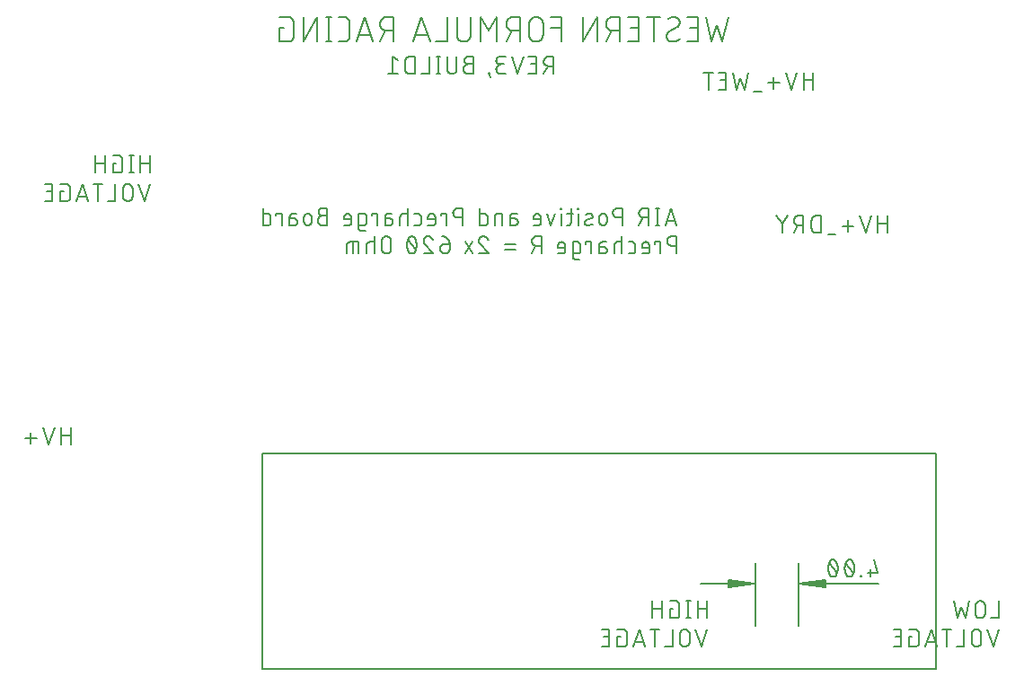
<source format=gbl>
G04 EAGLE Gerber RS-274X export*
G75*
%MOMM*%
%FSLAX34Y34*%
%LPD*%
%INSilkscreen Bottom*%
%IPPOS*%
%AMOC8*
5,1,8,0,0,1.08239X$1,22.5*%
G01*
%ADD10C,0.152400*%
%ADD11C,0.203200*%
%ADD12C,0.130000*%


D10*
X64238Y220762D02*
X64238Y237018D01*
X64238Y229793D02*
X55207Y229793D01*
X55207Y237018D02*
X55207Y220762D01*
X43570Y220762D02*
X48989Y237018D01*
X38152Y237018D02*
X43570Y220762D01*
X32316Y227084D02*
X21478Y227084D01*
X26897Y232502D02*
X26897Y221665D01*
X834238Y420762D02*
X834238Y437018D01*
X834238Y429793D02*
X825207Y429793D01*
X825207Y437018D02*
X825207Y420762D01*
X813570Y420762D02*
X818989Y437018D01*
X808152Y437018D02*
X813570Y420762D01*
X802316Y427084D02*
X791478Y427084D01*
X796897Y432502D02*
X796897Y421665D01*
X785399Y418956D02*
X778174Y418956D01*
X771713Y420762D02*
X771713Y437018D01*
X767198Y437018D01*
X767067Y437016D01*
X766935Y437010D01*
X766804Y437001D01*
X766674Y436987D01*
X766543Y436970D01*
X766414Y436949D01*
X766285Y436925D01*
X766157Y436896D01*
X766029Y436864D01*
X765903Y436828D01*
X765778Y436789D01*
X765653Y436746D01*
X765531Y436699D01*
X765409Y436649D01*
X765289Y436595D01*
X765171Y436538D01*
X765055Y436477D01*
X764940Y436413D01*
X764827Y436346D01*
X764716Y436275D01*
X764608Y436201D01*
X764501Y436124D01*
X764397Y436044D01*
X764295Y435961D01*
X764196Y435876D01*
X764099Y435787D01*
X764005Y435695D01*
X763913Y435601D01*
X763824Y435504D01*
X763739Y435405D01*
X763656Y435303D01*
X763576Y435199D01*
X763499Y435092D01*
X763425Y434984D01*
X763354Y434873D01*
X763287Y434760D01*
X763223Y434645D01*
X763162Y434529D01*
X763105Y434411D01*
X763051Y434291D01*
X763001Y434169D01*
X762954Y434047D01*
X762911Y433922D01*
X762872Y433797D01*
X762836Y433671D01*
X762804Y433543D01*
X762775Y433415D01*
X762751Y433286D01*
X762730Y433157D01*
X762713Y433026D01*
X762699Y432896D01*
X762690Y432765D01*
X762684Y432633D01*
X762682Y432502D01*
X762682Y425278D01*
X762684Y425147D01*
X762690Y425015D01*
X762699Y424884D01*
X762713Y424754D01*
X762730Y424623D01*
X762751Y424494D01*
X762775Y424365D01*
X762804Y424237D01*
X762836Y424109D01*
X762872Y423983D01*
X762911Y423858D01*
X762954Y423733D01*
X763001Y423611D01*
X763051Y423489D01*
X763105Y423369D01*
X763162Y423251D01*
X763223Y423135D01*
X763287Y423020D01*
X763354Y422907D01*
X763425Y422796D01*
X763499Y422688D01*
X763576Y422581D01*
X763656Y422477D01*
X763739Y422375D01*
X763824Y422276D01*
X763913Y422179D01*
X764005Y422085D01*
X764099Y421993D01*
X764196Y421904D01*
X764295Y421819D01*
X764397Y421736D01*
X764501Y421656D01*
X764608Y421579D01*
X764716Y421505D01*
X764827Y421434D01*
X764940Y421367D01*
X765055Y421303D01*
X765171Y421242D01*
X765289Y421185D01*
X765409Y421131D01*
X765531Y421081D01*
X765653Y421034D01*
X765778Y420991D01*
X765903Y420952D01*
X766029Y420916D01*
X766157Y420884D01*
X766285Y420855D01*
X766414Y420831D01*
X766543Y420810D01*
X766674Y420793D01*
X766804Y420779D01*
X766935Y420770D01*
X767067Y420764D01*
X767198Y420762D01*
X771713Y420762D01*
X754948Y420762D02*
X754948Y437018D01*
X750433Y437018D01*
X750300Y437016D01*
X750168Y437010D01*
X750036Y437000D01*
X749904Y436987D01*
X749772Y436969D01*
X749642Y436948D01*
X749511Y436923D01*
X749382Y436894D01*
X749254Y436861D01*
X749126Y436825D01*
X749000Y436785D01*
X748875Y436741D01*
X748751Y436693D01*
X748629Y436642D01*
X748508Y436587D01*
X748389Y436529D01*
X748271Y436467D01*
X748156Y436402D01*
X748042Y436333D01*
X747931Y436262D01*
X747822Y436186D01*
X747715Y436108D01*
X747610Y436027D01*
X747508Y435942D01*
X747408Y435855D01*
X747311Y435765D01*
X747216Y435672D01*
X747125Y435576D01*
X747036Y435478D01*
X746950Y435377D01*
X746867Y435273D01*
X746787Y435167D01*
X746711Y435059D01*
X746637Y434949D01*
X746567Y434836D01*
X746500Y434722D01*
X746437Y434605D01*
X746377Y434487D01*
X746320Y434367D01*
X746267Y434245D01*
X746218Y434122D01*
X746172Y433998D01*
X746130Y433872D01*
X746092Y433745D01*
X746057Y433617D01*
X746026Y433488D01*
X745999Y433359D01*
X745976Y433228D01*
X745956Y433097D01*
X745941Y432965D01*
X745929Y432833D01*
X745921Y432701D01*
X745917Y432568D01*
X745917Y432436D01*
X745921Y432303D01*
X745929Y432171D01*
X745941Y432039D01*
X745956Y431907D01*
X745976Y431776D01*
X745999Y431645D01*
X746026Y431516D01*
X746057Y431387D01*
X746092Y431259D01*
X746130Y431132D01*
X746172Y431006D01*
X746218Y430882D01*
X746267Y430759D01*
X746320Y430637D01*
X746377Y430517D01*
X746437Y430399D01*
X746500Y430282D01*
X746567Y430168D01*
X746637Y430055D01*
X746711Y429945D01*
X746787Y429837D01*
X746867Y429731D01*
X746950Y429627D01*
X747036Y429526D01*
X747125Y429428D01*
X747216Y429332D01*
X747311Y429239D01*
X747408Y429149D01*
X747508Y429062D01*
X747610Y428977D01*
X747715Y428896D01*
X747822Y428818D01*
X747931Y428742D01*
X748042Y428671D01*
X748156Y428602D01*
X748271Y428537D01*
X748389Y428475D01*
X748508Y428417D01*
X748629Y428362D01*
X748751Y428311D01*
X748875Y428263D01*
X749000Y428219D01*
X749126Y428179D01*
X749254Y428143D01*
X749382Y428110D01*
X749511Y428081D01*
X749642Y428056D01*
X749772Y428035D01*
X749904Y428017D01*
X750036Y428004D01*
X750168Y427994D01*
X750300Y427988D01*
X750433Y427986D01*
X750433Y427987D02*
X754948Y427987D01*
X749530Y427987D02*
X745917Y420762D01*
X734893Y429342D02*
X740312Y437018D01*
X734893Y429342D02*
X729474Y437018D01*
X734893Y429342D02*
X734893Y420762D01*
X764238Y555762D02*
X764238Y572018D01*
X764238Y564793D02*
X755207Y564793D01*
X755207Y572018D02*
X755207Y555762D01*
X743570Y555762D02*
X748989Y572018D01*
X738152Y572018D02*
X743570Y555762D01*
X732316Y562084D02*
X721478Y562084D01*
X726897Y567502D02*
X726897Y556665D01*
X715399Y553956D02*
X708174Y553956D01*
X699247Y555762D02*
X702859Y572018D01*
X695634Y566599D02*
X699247Y555762D01*
X692022Y555762D02*
X695634Y566599D01*
X688410Y572018D02*
X692022Y555762D01*
X681884Y555762D02*
X674659Y555762D01*
X681884Y555762D02*
X681884Y572018D01*
X674659Y572018D01*
X676465Y564793D02*
X681884Y564793D01*
X665414Y572018D02*
X665414Y555762D01*
X669930Y572018D02*
X660899Y572018D01*
D11*
X678791Y601016D02*
X683984Y624384D01*
X673598Y616595D02*
X678791Y601016D01*
X668405Y601016D02*
X673598Y616595D01*
X663212Y624384D02*
X668405Y601016D01*
X655706Y601016D02*
X645321Y601016D01*
X655706Y601016D02*
X655706Y624384D01*
X645321Y624384D01*
X647917Y613998D02*
X655706Y613998D01*
X631238Y601016D02*
X631095Y601018D01*
X630952Y601024D01*
X630809Y601034D01*
X630667Y601048D01*
X630525Y601065D01*
X630383Y601087D01*
X630242Y601112D01*
X630102Y601142D01*
X629963Y601175D01*
X629825Y601212D01*
X629688Y601253D01*
X629552Y601297D01*
X629417Y601346D01*
X629284Y601398D01*
X629152Y601453D01*
X629022Y601513D01*
X628893Y601576D01*
X628766Y601642D01*
X628642Y601712D01*
X628519Y601785D01*
X628398Y601862D01*
X628279Y601941D01*
X628163Y602025D01*
X628048Y602111D01*
X627937Y602200D01*
X627827Y602293D01*
X627721Y602388D01*
X627617Y602487D01*
X627516Y602588D01*
X627417Y602692D01*
X627322Y602798D01*
X627229Y602908D01*
X627140Y603019D01*
X627054Y603134D01*
X626971Y603250D01*
X626891Y603369D01*
X626814Y603490D01*
X626741Y603612D01*
X626671Y603737D01*
X626605Y603864D01*
X626542Y603993D01*
X626482Y604123D01*
X626427Y604255D01*
X626375Y604388D01*
X626326Y604523D01*
X626282Y604659D01*
X626241Y604796D01*
X626204Y604934D01*
X626171Y605073D01*
X626141Y605213D01*
X626116Y605354D01*
X626094Y605496D01*
X626077Y605638D01*
X626063Y605780D01*
X626053Y605923D01*
X626047Y606066D01*
X626045Y606209D01*
X631238Y601016D02*
X631501Y601019D01*
X631763Y601029D01*
X632025Y601044D01*
X632286Y601066D01*
X632547Y601094D01*
X632807Y601129D01*
X633067Y601170D01*
X633325Y601216D01*
X633582Y601269D01*
X633838Y601329D01*
X634092Y601394D01*
X634345Y601465D01*
X634595Y601542D01*
X634844Y601626D01*
X635091Y601715D01*
X635336Y601810D01*
X635578Y601911D01*
X635818Y602018D01*
X636055Y602130D01*
X636289Y602248D01*
X636521Y602372D01*
X636749Y602501D01*
X636975Y602636D01*
X637197Y602776D01*
X637415Y602921D01*
X637631Y603071D01*
X637842Y603227D01*
X638050Y603387D01*
X638253Y603553D01*
X638453Y603723D01*
X638649Y603898D01*
X638840Y604077D01*
X639027Y604261D01*
X638379Y619191D02*
X638377Y619334D01*
X638371Y619477D01*
X638361Y619620D01*
X638347Y619762D01*
X638330Y619904D01*
X638308Y620046D01*
X638283Y620187D01*
X638253Y620327D01*
X638220Y620466D01*
X638183Y620604D01*
X638142Y620741D01*
X638098Y620877D01*
X638049Y621012D01*
X637997Y621145D01*
X637942Y621277D01*
X637882Y621407D01*
X637819Y621536D01*
X637753Y621663D01*
X637683Y621788D01*
X637610Y621910D01*
X637533Y622031D01*
X637453Y622150D01*
X637370Y622266D01*
X637284Y622381D01*
X637195Y622492D01*
X637102Y622602D01*
X637007Y622708D01*
X636908Y622812D01*
X636807Y622913D01*
X636703Y623012D01*
X636597Y623107D01*
X636487Y623200D01*
X636376Y623289D01*
X636261Y623375D01*
X636145Y623458D01*
X636026Y623538D01*
X635905Y623615D01*
X635783Y623688D01*
X635658Y623758D01*
X635531Y623824D01*
X635402Y623887D01*
X635272Y623947D01*
X635140Y624002D01*
X635007Y624054D01*
X634872Y624103D01*
X634736Y624147D01*
X634599Y624188D01*
X634461Y624225D01*
X634322Y624258D01*
X634182Y624288D01*
X634041Y624313D01*
X633899Y624335D01*
X633757Y624352D01*
X633615Y624366D01*
X633472Y624376D01*
X633329Y624382D01*
X633186Y624384D01*
X632954Y624381D01*
X632722Y624373D01*
X632490Y624359D01*
X632259Y624340D01*
X632028Y624315D01*
X631798Y624285D01*
X631569Y624249D01*
X631341Y624208D01*
X631113Y624161D01*
X630887Y624109D01*
X630662Y624051D01*
X630439Y623988D01*
X630217Y623920D01*
X629997Y623847D01*
X629779Y623768D01*
X629562Y623685D01*
X629348Y623596D01*
X629136Y623502D01*
X628926Y623403D01*
X628718Y623299D01*
X628514Y623190D01*
X628311Y623076D01*
X628112Y622957D01*
X627915Y622834D01*
X627722Y622706D01*
X627531Y622574D01*
X627344Y622437D01*
X635783Y614647D02*
X635906Y614722D01*
X636027Y614800D01*
X636146Y614882D01*
X636262Y614966D01*
X636376Y615054D01*
X636488Y615145D01*
X636598Y615239D01*
X636704Y615336D01*
X636808Y615436D01*
X636909Y615538D01*
X637008Y615644D01*
X637103Y615752D01*
X637196Y615862D01*
X637285Y615975D01*
X637371Y616091D01*
X637455Y616208D01*
X637534Y616328D01*
X637611Y616450D01*
X637684Y616574D01*
X637754Y616700D01*
X637820Y616828D01*
X637883Y616958D01*
X637942Y617089D01*
X637998Y617222D01*
X638050Y617357D01*
X638098Y617493D01*
X638143Y617630D01*
X638183Y617768D01*
X638220Y617907D01*
X638254Y618047D01*
X638283Y618188D01*
X638308Y618330D01*
X638330Y618473D01*
X638348Y618616D01*
X638361Y618759D01*
X638371Y618903D01*
X638377Y619047D01*
X638379Y619191D01*
X628642Y610753D02*
X628519Y610678D01*
X628398Y610600D01*
X628279Y610518D01*
X628163Y610434D01*
X628049Y610346D01*
X627937Y610255D01*
X627828Y610161D01*
X627721Y610064D01*
X627617Y609964D01*
X627516Y609862D01*
X627417Y609756D01*
X627322Y609648D01*
X627229Y609538D01*
X627140Y609425D01*
X627054Y609310D01*
X626971Y609192D01*
X626891Y609072D01*
X626814Y608950D01*
X626741Y608826D01*
X626671Y608700D01*
X626605Y608572D01*
X626542Y608442D01*
X626483Y608311D01*
X626427Y608178D01*
X626375Y608043D01*
X626327Y607907D01*
X626282Y607770D01*
X626242Y607632D01*
X626205Y607493D01*
X626172Y607353D01*
X626142Y607212D01*
X626117Y607070D01*
X626095Y606927D01*
X626077Y606784D01*
X626064Y606641D01*
X626054Y606497D01*
X626048Y606353D01*
X626046Y606209D01*
X628642Y610753D02*
X635782Y614647D01*
X613746Y624384D02*
X613746Y601016D01*
X620237Y624384D02*
X607255Y624384D01*
X600030Y601016D02*
X589644Y601016D01*
X600030Y601016D02*
X600030Y624384D01*
X589644Y624384D01*
X592240Y613998D02*
X600030Y613998D01*
X581895Y624384D02*
X581895Y601016D01*
X581895Y624384D02*
X575404Y624384D01*
X575245Y624382D01*
X575086Y624376D01*
X574926Y624366D01*
X574768Y624353D01*
X574609Y624335D01*
X574452Y624314D01*
X574294Y624288D01*
X574138Y624259D01*
X573982Y624226D01*
X573827Y624189D01*
X573673Y624149D01*
X573520Y624104D01*
X573368Y624056D01*
X573217Y624005D01*
X573068Y623949D01*
X572920Y623890D01*
X572774Y623827D01*
X572629Y623761D01*
X572486Y623691D01*
X572344Y623618D01*
X572205Y623541D01*
X572067Y623461D01*
X571931Y623377D01*
X571798Y623290D01*
X571666Y623200D01*
X571537Y623107D01*
X571411Y623010D01*
X571286Y622911D01*
X571164Y622808D01*
X571045Y622703D01*
X570928Y622594D01*
X570814Y622483D01*
X570703Y622369D01*
X570594Y622252D01*
X570489Y622133D01*
X570386Y622011D01*
X570287Y621886D01*
X570190Y621760D01*
X570097Y621631D01*
X570007Y621499D01*
X569920Y621366D01*
X569836Y621230D01*
X569756Y621092D01*
X569679Y620953D01*
X569606Y620811D01*
X569536Y620668D01*
X569470Y620523D01*
X569407Y620377D01*
X569348Y620229D01*
X569292Y620080D01*
X569241Y619929D01*
X569193Y619777D01*
X569148Y619624D01*
X569108Y619470D01*
X569071Y619315D01*
X569038Y619159D01*
X569009Y619003D01*
X568983Y618845D01*
X568962Y618688D01*
X568944Y618529D01*
X568931Y618371D01*
X568921Y618211D01*
X568915Y618052D01*
X568913Y617893D01*
X568915Y617734D01*
X568921Y617575D01*
X568931Y617415D01*
X568944Y617257D01*
X568962Y617098D01*
X568983Y616941D01*
X569009Y616783D01*
X569038Y616627D01*
X569071Y616471D01*
X569108Y616316D01*
X569148Y616162D01*
X569193Y616009D01*
X569241Y615857D01*
X569292Y615706D01*
X569348Y615557D01*
X569407Y615409D01*
X569470Y615263D01*
X569536Y615118D01*
X569606Y614975D01*
X569679Y614833D01*
X569756Y614694D01*
X569836Y614556D01*
X569920Y614420D01*
X570007Y614287D01*
X570097Y614155D01*
X570190Y614026D01*
X570287Y613900D01*
X570386Y613775D01*
X570489Y613653D01*
X570594Y613534D01*
X570703Y613417D01*
X570814Y613303D01*
X570928Y613192D01*
X571045Y613083D01*
X571164Y612978D01*
X571286Y612875D01*
X571411Y612776D01*
X571537Y612679D01*
X571666Y612586D01*
X571798Y612496D01*
X571931Y612409D01*
X572067Y612325D01*
X572205Y612245D01*
X572344Y612168D01*
X572486Y612095D01*
X572629Y612025D01*
X572774Y611959D01*
X572920Y611896D01*
X573068Y611837D01*
X573217Y611781D01*
X573368Y611730D01*
X573520Y611682D01*
X573673Y611637D01*
X573827Y611597D01*
X573982Y611560D01*
X574138Y611527D01*
X574294Y611498D01*
X574452Y611472D01*
X574609Y611451D01*
X574768Y611433D01*
X574926Y611420D01*
X575086Y611410D01*
X575245Y611404D01*
X575404Y611402D01*
X581895Y611402D01*
X574106Y611402D02*
X568913Y601016D01*
X560384Y601016D02*
X560384Y624384D01*
X547402Y601016D01*
X547402Y624384D01*
X526954Y624384D02*
X526954Y601016D01*
X526954Y624384D02*
X516568Y624384D01*
X516568Y613998D02*
X526954Y613998D01*
X509579Y617893D02*
X509579Y607507D01*
X509579Y617893D02*
X509577Y618052D01*
X509571Y618211D01*
X509561Y618371D01*
X509548Y618529D01*
X509530Y618688D01*
X509509Y618845D01*
X509483Y619003D01*
X509454Y619159D01*
X509421Y619315D01*
X509384Y619470D01*
X509344Y619624D01*
X509299Y619777D01*
X509251Y619929D01*
X509200Y620080D01*
X509144Y620229D01*
X509085Y620377D01*
X509022Y620523D01*
X508956Y620668D01*
X508886Y620811D01*
X508813Y620953D01*
X508736Y621092D01*
X508656Y621230D01*
X508572Y621366D01*
X508485Y621499D01*
X508395Y621631D01*
X508302Y621760D01*
X508205Y621886D01*
X508106Y622011D01*
X508003Y622133D01*
X507898Y622252D01*
X507789Y622369D01*
X507678Y622483D01*
X507564Y622594D01*
X507447Y622703D01*
X507328Y622808D01*
X507206Y622911D01*
X507081Y623010D01*
X506955Y623107D01*
X506826Y623200D01*
X506694Y623290D01*
X506561Y623377D01*
X506425Y623461D01*
X506287Y623541D01*
X506148Y623618D01*
X506006Y623691D01*
X505863Y623761D01*
X505718Y623827D01*
X505572Y623890D01*
X505424Y623949D01*
X505275Y624005D01*
X505124Y624056D01*
X504972Y624104D01*
X504819Y624149D01*
X504665Y624189D01*
X504510Y624226D01*
X504354Y624259D01*
X504198Y624288D01*
X504040Y624314D01*
X503883Y624335D01*
X503724Y624353D01*
X503566Y624366D01*
X503406Y624376D01*
X503247Y624382D01*
X503088Y624384D01*
X502929Y624382D01*
X502770Y624376D01*
X502610Y624366D01*
X502452Y624353D01*
X502293Y624335D01*
X502136Y624314D01*
X501978Y624288D01*
X501822Y624259D01*
X501666Y624226D01*
X501511Y624189D01*
X501357Y624149D01*
X501204Y624104D01*
X501052Y624056D01*
X500901Y624005D01*
X500752Y623949D01*
X500604Y623890D01*
X500458Y623827D01*
X500313Y623761D01*
X500170Y623691D01*
X500028Y623618D01*
X499889Y623541D01*
X499751Y623461D01*
X499615Y623377D01*
X499482Y623290D01*
X499350Y623200D01*
X499221Y623107D01*
X499095Y623010D01*
X498970Y622911D01*
X498848Y622808D01*
X498729Y622703D01*
X498612Y622594D01*
X498498Y622483D01*
X498387Y622369D01*
X498278Y622252D01*
X498173Y622133D01*
X498070Y622011D01*
X497971Y621886D01*
X497874Y621760D01*
X497781Y621631D01*
X497691Y621499D01*
X497604Y621366D01*
X497520Y621230D01*
X497440Y621092D01*
X497363Y620953D01*
X497290Y620811D01*
X497220Y620668D01*
X497154Y620523D01*
X497091Y620377D01*
X497032Y620229D01*
X496976Y620080D01*
X496925Y619929D01*
X496877Y619777D01*
X496832Y619624D01*
X496792Y619470D01*
X496755Y619315D01*
X496722Y619159D01*
X496693Y619003D01*
X496667Y618845D01*
X496646Y618688D01*
X496628Y618529D01*
X496615Y618371D01*
X496605Y618211D01*
X496599Y618052D01*
X496597Y617893D01*
X496597Y607507D01*
X496599Y607348D01*
X496605Y607189D01*
X496615Y607029D01*
X496628Y606871D01*
X496646Y606712D01*
X496667Y606555D01*
X496693Y606397D01*
X496722Y606241D01*
X496755Y606085D01*
X496792Y605930D01*
X496832Y605776D01*
X496877Y605623D01*
X496925Y605471D01*
X496976Y605320D01*
X497032Y605171D01*
X497091Y605023D01*
X497154Y604877D01*
X497220Y604732D01*
X497290Y604589D01*
X497363Y604447D01*
X497440Y604308D01*
X497520Y604170D01*
X497604Y604034D01*
X497691Y603901D01*
X497781Y603769D01*
X497874Y603640D01*
X497971Y603514D01*
X498070Y603389D01*
X498173Y603267D01*
X498278Y603148D01*
X498387Y603031D01*
X498498Y602917D01*
X498612Y602806D01*
X498729Y602697D01*
X498848Y602592D01*
X498970Y602489D01*
X499095Y602390D01*
X499221Y602293D01*
X499350Y602200D01*
X499482Y602110D01*
X499615Y602023D01*
X499751Y601939D01*
X499889Y601859D01*
X500028Y601782D01*
X500170Y601709D01*
X500313Y601639D01*
X500458Y601573D01*
X500604Y601510D01*
X500752Y601451D01*
X500901Y601395D01*
X501052Y601344D01*
X501204Y601296D01*
X501357Y601251D01*
X501511Y601211D01*
X501666Y601174D01*
X501822Y601141D01*
X501978Y601112D01*
X502136Y601086D01*
X502293Y601065D01*
X502452Y601047D01*
X502610Y601034D01*
X502770Y601024D01*
X502929Y601018D01*
X503088Y601016D01*
X503247Y601018D01*
X503406Y601024D01*
X503566Y601034D01*
X503724Y601047D01*
X503883Y601065D01*
X504040Y601086D01*
X504198Y601112D01*
X504354Y601141D01*
X504510Y601174D01*
X504665Y601211D01*
X504819Y601251D01*
X504972Y601296D01*
X505124Y601344D01*
X505275Y601395D01*
X505424Y601451D01*
X505572Y601510D01*
X505718Y601573D01*
X505863Y601639D01*
X506006Y601709D01*
X506148Y601782D01*
X506287Y601859D01*
X506425Y601939D01*
X506561Y602023D01*
X506694Y602110D01*
X506826Y602200D01*
X506955Y602293D01*
X507081Y602390D01*
X507206Y602489D01*
X507328Y602592D01*
X507447Y602697D01*
X507564Y602806D01*
X507678Y602917D01*
X507789Y603031D01*
X507898Y603148D01*
X508003Y603267D01*
X508106Y603389D01*
X508205Y603514D01*
X508302Y603640D01*
X508395Y603769D01*
X508485Y603901D01*
X508572Y604034D01*
X508656Y604170D01*
X508736Y604308D01*
X508813Y604447D01*
X508886Y604589D01*
X508956Y604732D01*
X509022Y604877D01*
X509085Y605023D01*
X509144Y605171D01*
X509200Y605320D01*
X509251Y605471D01*
X509299Y605623D01*
X509344Y605776D01*
X509384Y605930D01*
X509421Y606085D01*
X509454Y606241D01*
X509483Y606397D01*
X509509Y606555D01*
X509530Y606712D01*
X509548Y606871D01*
X509561Y607029D01*
X509571Y607189D01*
X509577Y607348D01*
X509579Y607507D01*
X487941Y601016D02*
X487941Y624384D01*
X481450Y624384D01*
X481291Y624382D01*
X481132Y624376D01*
X480972Y624366D01*
X480814Y624353D01*
X480655Y624335D01*
X480498Y624314D01*
X480340Y624288D01*
X480184Y624259D01*
X480028Y624226D01*
X479873Y624189D01*
X479719Y624149D01*
X479566Y624104D01*
X479414Y624056D01*
X479263Y624005D01*
X479114Y623949D01*
X478966Y623890D01*
X478820Y623827D01*
X478675Y623761D01*
X478532Y623691D01*
X478390Y623618D01*
X478251Y623541D01*
X478113Y623461D01*
X477977Y623377D01*
X477844Y623290D01*
X477712Y623200D01*
X477583Y623107D01*
X477457Y623010D01*
X477332Y622911D01*
X477210Y622808D01*
X477091Y622703D01*
X476974Y622594D01*
X476860Y622483D01*
X476749Y622369D01*
X476640Y622252D01*
X476535Y622133D01*
X476432Y622011D01*
X476333Y621886D01*
X476236Y621760D01*
X476143Y621631D01*
X476053Y621499D01*
X475966Y621366D01*
X475882Y621230D01*
X475802Y621092D01*
X475725Y620953D01*
X475652Y620811D01*
X475582Y620668D01*
X475516Y620523D01*
X475453Y620377D01*
X475394Y620229D01*
X475338Y620080D01*
X475287Y619929D01*
X475239Y619777D01*
X475194Y619624D01*
X475154Y619470D01*
X475117Y619315D01*
X475084Y619159D01*
X475055Y619003D01*
X475029Y618845D01*
X475008Y618688D01*
X474990Y618529D01*
X474977Y618371D01*
X474967Y618211D01*
X474961Y618052D01*
X474959Y617893D01*
X474961Y617734D01*
X474967Y617575D01*
X474977Y617415D01*
X474990Y617257D01*
X475008Y617098D01*
X475029Y616941D01*
X475055Y616783D01*
X475084Y616627D01*
X475117Y616471D01*
X475154Y616316D01*
X475194Y616162D01*
X475239Y616009D01*
X475287Y615857D01*
X475338Y615706D01*
X475394Y615557D01*
X475453Y615409D01*
X475516Y615263D01*
X475582Y615118D01*
X475652Y614975D01*
X475725Y614833D01*
X475802Y614694D01*
X475882Y614556D01*
X475966Y614420D01*
X476053Y614287D01*
X476143Y614155D01*
X476236Y614026D01*
X476333Y613900D01*
X476432Y613775D01*
X476535Y613653D01*
X476640Y613534D01*
X476749Y613417D01*
X476860Y613303D01*
X476974Y613192D01*
X477091Y613083D01*
X477210Y612978D01*
X477332Y612875D01*
X477457Y612776D01*
X477583Y612679D01*
X477712Y612586D01*
X477844Y612496D01*
X477977Y612409D01*
X478113Y612325D01*
X478251Y612245D01*
X478390Y612168D01*
X478532Y612095D01*
X478675Y612025D01*
X478820Y611959D01*
X478966Y611896D01*
X479114Y611837D01*
X479263Y611781D01*
X479414Y611730D01*
X479566Y611682D01*
X479719Y611637D01*
X479873Y611597D01*
X480028Y611560D01*
X480184Y611527D01*
X480340Y611498D01*
X480498Y611472D01*
X480655Y611451D01*
X480814Y611433D01*
X480972Y611420D01*
X481132Y611410D01*
X481291Y611404D01*
X481450Y611402D01*
X487941Y611402D01*
X480152Y611402D02*
X474959Y601016D01*
X466336Y601016D02*
X466336Y624384D01*
X458547Y611402D01*
X450758Y624384D01*
X450758Y601016D01*
X441376Y607507D02*
X441376Y624384D01*
X441375Y607507D02*
X441373Y607348D01*
X441367Y607189D01*
X441357Y607029D01*
X441344Y606871D01*
X441326Y606712D01*
X441305Y606555D01*
X441279Y606397D01*
X441250Y606241D01*
X441217Y606085D01*
X441180Y605930D01*
X441140Y605776D01*
X441095Y605623D01*
X441047Y605471D01*
X440996Y605320D01*
X440940Y605171D01*
X440881Y605023D01*
X440818Y604877D01*
X440752Y604732D01*
X440682Y604589D01*
X440609Y604447D01*
X440532Y604308D01*
X440452Y604170D01*
X440368Y604034D01*
X440281Y603901D01*
X440191Y603769D01*
X440098Y603640D01*
X440001Y603514D01*
X439902Y603389D01*
X439799Y603267D01*
X439694Y603148D01*
X439585Y603031D01*
X439474Y602917D01*
X439360Y602806D01*
X439243Y602697D01*
X439124Y602592D01*
X439002Y602489D01*
X438877Y602390D01*
X438751Y602293D01*
X438622Y602200D01*
X438490Y602110D01*
X438357Y602023D01*
X438221Y601939D01*
X438083Y601859D01*
X437944Y601782D01*
X437802Y601709D01*
X437659Y601639D01*
X437514Y601573D01*
X437368Y601510D01*
X437220Y601451D01*
X437071Y601395D01*
X436920Y601344D01*
X436768Y601296D01*
X436615Y601251D01*
X436461Y601211D01*
X436306Y601174D01*
X436150Y601141D01*
X435994Y601112D01*
X435836Y601086D01*
X435679Y601065D01*
X435520Y601047D01*
X435362Y601034D01*
X435202Y601024D01*
X435043Y601018D01*
X434884Y601016D01*
X434725Y601018D01*
X434566Y601024D01*
X434406Y601034D01*
X434248Y601047D01*
X434089Y601065D01*
X433932Y601086D01*
X433774Y601112D01*
X433618Y601141D01*
X433462Y601174D01*
X433307Y601211D01*
X433153Y601251D01*
X433000Y601296D01*
X432848Y601344D01*
X432697Y601395D01*
X432548Y601451D01*
X432400Y601510D01*
X432254Y601573D01*
X432109Y601639D01*
X431966Y601709D01*
X431824Y601782D01*
X431685Y601859D01*
X431547Y601939D01*
X431411Y602023D01*
X431278Y602110D01*
X431146Y602200D01*
X431017Y602293D01*
X430891Y602390D01*
X430766Y602489D01*
X430644Y602592D01*
X430525Y602697D01*
X430408Y602806D01*
X430294Y602917D01*
X430183Y603031D01*
X430074Y603148D01*
X429969Y603267D01*
X429866Y603389D01*
X429767Y603514D01*
X429670Y603640D01*
X429577Y603769D01*
X429487Y603901D01*
X429400Y604034D01*
X429316Y604170D01*
X429236Y604308D01*
X429159Y604447D01*
X429086Y604589D01*
X429016Y604732D01*
X428950Y604877D01*
X428887Y605023D01*
X428828Y605171D01*
X428772Y605320D01*
X428721Y605471D01*
X428673Y605623D01*
X428628Y605776D01*
X428588Y605930D01*
X428551Y606085D01*
X428518Y606241D01*
X428489Y606397D01*
X428463Y606555D01*
X428442Y606712D01*
X428424Y606871D01*
X428411Y607029D01*
X428401Y607189D01*
X428395Y607348D01*
X428393Y607507D01*
X428393Y624384D01*
X419080Y624384D02*
X419080Y601016D01*
X408695Y601016D01*
X403004Y601016D02*
X395215Y624384D01*
X387425Y601016D01*
X389373Y606858D02*
X401057Y606858D01*
X368932Y601016D02*
X368932Y624384D01*
X362441Y624384D01*
X362282Y624382D01*
X362123Y624376D01*
X361963Y624366D01*
X361805Y624353D01*
X361646Y624335D01*
X361489Y624314D01*
X361331Y624288D01*
X361175Y624259D01*
X361019Y624226D01*
X360864Y624189D01*
X360710Y624149D01*
X360557Y624104D01*
X360405Y624056D01*
X360254Y624005D01*
X360105Y623949D01*
X359957Y623890D01*
X359811Y623827D01*
X359666Y623761D01*
X359523Y623691D01*
X359381Y623618D01*
X359242Y623541D01*
X359104Y623461D01*
X358968Y623377D01*
X358835Y623290D01*
X358703Y623200D01*
X358574Y623107D01*
X358448Y623010D01*
X358323Y622911D01*
X358201Y622808D01*
X358082Y622703D01*
X357965Y622594D01*
X357851Y622483D01*
X357740Y622369D01*
X357631Y622252D01*
X357526Y622133D01*
X357423Y622011D01*
X357324Y621886D01*
X357227Y621760D01*
X357134Y621631D01*
X357044Y621499D01*
X356957Y621366D01*
X356873Y621230D01*
X356793Y621092D01*
X356716Y620953D01*
X356643Y620811D01*
X356573Y620668D01*
X356507Y620523D01*
X356444Y620377D01*
X356385Y620229D01*
X356329Y620080D01*
X356278Y619929D01*
X356230Y619777D01*
X356185Y619624D01*
X356145Y619470D01*
X356108Y619315D01*
X356075Y619159D01*
X356046Y619003D01*
X356020Y618845D01*
X355999Y618688D01*
X355981Y618529D01*
X355968Y618371D01*
X355958Y618211D01*
X355952Y618052D01*
X355950Y617893D01*
X355952Y617734D01*
X355958Y617575D01*
X355968Y617415D01*
X355981Y617257D01*
X355999Y617098D01*
X356020Y616941D01*
X356046Y616783D01*
X356075Y616627D01*
X356108Y616471D01*
X356145Y616316D01*
X356185Y616162D01*
X356230Y616009D01*
X356278Y615857D01*
X356329Y615706D01*
X356385Y615557D01*
X356444Y615409D01*
X356507Y615263D01*
X356573Y615118D01*
X356643Y614975D01*
X356716Y614833D01*
X356793Y614694D01*
X356873Y614556D01*
X356957Y614420D01*
X357044Y614287D01*
X357134Y614155D01*
X357227Y614026D01*
X357324Y613900D01*
X357423Y613775D01*
X357526Y613653D01*
X357631Y613534D01*
X357740Y613417D01*
X357851Y613303D01*
X357965Y613192D01*
X358082Y613083D01*
X358201Y612978D01*
X358323Y612875D01*
X358448Y612776D01*
X358574Y612679D01*
X358703Y612586D01*
X358835Y612496D01*
X358968Y612409D01*
X359104Y612325D01*
X359242Y612245D01*
X359381Y612168D01*
X359523Y612095D01*
X359666Y612025D01*
X359811Y611959D01*
X359957Y611896D01*
X360105Y611837D01*
X360254Y611781D01*
X360405Y611730D01*
X360557Y611682D01*
X360710Y611637D01*
X360864Y611597D01*
X361019Y611560D01*
X361175Y611527D01*
X361331Y611498D01*
X361489Y611472D01*
X361646Y611451D01*
X361805Y611433D01*
X361963Y611420D01*
X362123Y611410D01*
X362282Y611404D01*
X362441Y611402D01*
X368932Y611402D01*
X361143Y611402D02*
X355950Y601016D01*
X349415Y601016D02*
X341626Y624384D01*
X333837Y601016D01*
X335784Y606858D02*
X347468Y606858D01*
X322069Y601016D02*
X316876Y601016D01*
X322069Y601016D02*
X322212Y601018D01*
X322355Y601024D01*
X322498Y601034D01*
X322640Y601048D01*
X322782Y601065D01*
X322924Y601087D01*
X323065Y601112D01*
X323205Y601142D01*
X323344Y601175D01*
X323482Y601212D01*
X323619Y601253D01*
X323755Y601297D01*
X323890Y601346D01*
X324023Y601398D01*
X324155Y601453D01*
X324285Y601513D01*
X324414Y601576D01*
X324541Y601642D01*
X324666Y601712D01*
X324788Y601785D01*
X324909Y601862D01*
X325028Y601942D01*
X325144Y602025D01*
X325259Y602111D01*
X325370Y602200D01*
X325480Y602293D01*
X325586Y602388D01*
X325690Y602487D01*
X325791Y602588D01*
X325890Y602692D01*
X325985Y602798D01*
X326078Y602908D01*
X326167Y603019D01*
X326253Y603134D01*
X326336Y603250D01*
X326416Y603369D01*
X326493Y603490D01*
X326566Y603613D01*
X326636Y603737D01*
X326702Y603864D01*
X326765Y603993D01*
X326825Y604123D01*
X326880Y604255D01*
X326932Y604388D01*
X326981Y604523D01*
X327025Y604659D01*
X327066Y604796D01*
X327103Y604934D01*
X327136Y605073D01*
X327166Y605213D01*
X327191Y605354D01*
X327213Y605496D01*
X327230Y605638D01*
X327244Y605780D01*
X327254Y605923D01*
X327260Y606066D01*
X327262Y606209D01*
X327262Y619191D01*
X327260Y619334D01*
X327254Y619477D01*
X327244Y619620D01*
X327230Y619762D01*
X327213Y619904D01*
X327191Y620046D01*
X327166Y620187D01*
X327136Y620327D01*
X327103Y620466D01*
X327066Y620604D01*
X327025Y620741D01*
X326981Y620877D01*
X326932Y621012D01*
X326880Y621145D01*
X326825Y621277D01*
X326765Y621407D01*
X326702Y621536D01*
X326636Y621663D01*
X326566Y621788D01*
X326493Y621910D01*
X326416Y622031D01*
X326336Y622150D01*
X326253Y622266D01*
X326167Y622381D01*
X326078Y622492D01*
X325985Y622602D01*
X325890Y622708D01*
X325791Y622812D01*
X325690Y622913D01*
X325586Y623012D01*
X325480Y623107D01*
X325370Y623200D01*
X325259Y623289D01*
X325144Y623375D01*
X325028Y623458D01*
X324909Y623538D01*
X324788Y623615D01*
X324666Y623688D01*
X324541Y623758D01*
X324414Y623824D01*
X324285Y623887D01*
X324155Y623947D01*
X324023Y624002D01*
X323890Y624054D01*
X323755Y624103D01*
X323619Y624147D01*
X323482Y624188D01*
X323344Y624225D01*
X323205Y624258D01*
X323065Y624288D01*
X322924Y624313D01*
X322782Y624335D01*
X322640Y624352D01*
X322498Y624366D01*
X322355Y624376D01*
X322212Y624382D01*
X322069Y624384D01*
X316876Y624384D01*
X307524Y624384D02*
X307524Y601016D01*
X310120Y601016D02*
X304928Y601016D01*
X304928Y624384D02*
X310120Y624384D01*
X296616Y624384D02*
X296616Y601016D01*
X283634Y601016D02*
X296616Y624384D01*
X283634Y624384D02*
X283634Y601016D01*
X265258Y613998D02*
X261363Y613998D01*
X261363Y601016D01*
X269153Y601016D01*
X269296Y601018D01*
X269439Y601024D01*
X269582Y601034D01*
X269724Y601048D01*
X269866Y601065D01*
X270008Y601087D01*
X270149Y601112D01*
X270289Y601142D01*
X270428Y601175D01*
X270566Y601212D01*
X270703Y601253D01*
X270839Y601297D01*
X270974Y601346D01*
X271107Y601398D01*
X271239Y601453D01*
X271369Y601513D01*
X271498Y601576D01*
X271625Y601642D01*
X271750Y601712D01*
X271872Y601785D01*
X271993Y601862D01*
X272112Y601942D01*
X272228Y602025D01*
X272343Y602111D01*
X272454Y602200D01*
X272564Y602293D01*
X272670Y602388D01*
X272774Y602487D01*
X272875Y602588D01*
X272974Y602692D01*
X273069Y602798D01*
X273162Y602908D01*
X273251Y603019D01*
X273337Y603134D01*
X273420Y603250D01*
X273500Y603369D01*
X273577Y603490D01*
X273650Y603613D01*
X273720Y603737D01*
X273786Y603864D01*
X273849Y603993D01*
X273909Y604123D01*
X273964Y604255D01*
X274016Y604388D01*
X274065Y604523D01*
X274109Y604659D01*
X274150Y604796D01*
X274187Y604934D01*
X274220Y605073D01*
X274250Y605213D01*
X274275Y605354D01*
X274297Y605496D01*
X274314Y605638D01*
X274328Y605780D01*
X274338Y605923D01*
X274344Y606066D01*
X274346Y606209D01*
X274345Y606209D02*
X274345Y619191D01*
X274346Y619191D02*
X274344Y619334D01*
X274338Y619477D01*
X274328Y619620D01*
X274314Y619762D01*
X274297Y619904D01*
X274275Y620046D01*
X274250Y620187D01*
X274220Y620327D01*
X274187Y620466D01*
X274150Y620604D01*
X274109Y620741D01*
X274065Y620877D01*
X274016Y621012D01*
X273964Y621145D01*
X273909Y621277D01*
X273849Y621407D01*
X273786Y621536D01*
X273720Y621663D01*
X273650Y621788D01*
X273577Y621910D01*
X273500Y622031D01*
X273420Y622150D01*
X273337Y622266D01*
X273251Y622381D01*
X273162Y622492D01*
X273069Y622602D01*
X272974Y622708D01*
X272875Y622812D01*
X272774Y622913D01*
X272670Y623012D01*
X272564Y623107D01*
X272454Y623200D01*
X272343Y623289D01*
X272228Y623375D01*
X272112Y623458D01*
X271993Y623538D01*
X271872Y623615D01*
X271750Y623688D01*
X271625Y623758D01*
X271498Y623824D01*
X271369Y623887D01*
X271239Y623947D01*
X271107Y624002D01*
X270974Y624054D01*
X270839Y624103D01*
X270703Y624147D01*
X270566Y624188D01*
X270428Y624225D01*
X270289Y624258D01*
X270149Y624288D01*
X270008Y624313D01*
X269866Y624335D01*
X269724Y624352D01*
X269582Y624366D01*
X269439Y624376D01*
X269296Y624382D01*
X269153Y624384D01*
X261363Y624384D01*
D12*
X710000Y109500D02*
X710000Y50000D01*
X750000Y50000D02*
X750000Y109500D01*
X709350Y90000D02*
X658000Y90000D01*
X750650Y90000D02*
X825628Y90000D01*
X709350Y90000D02*
X684000Y93192D01*
X684000Y86808D01*
X709350Y90000D01*
X684000Y91300D01*
X684000Y88700D02*
X709350Y90000D01*
X684000Y92600D01*
X684000Y87400D02*
X709350Y90000D01*
X750650Y90000D02*
X776000Y93192D01*
X776000Y86808D01*
X750650Y90000D01*
X776000Y91300D01*
X776000Y88700D02*
X750650Y90000D01*
X776000Y92600D01*
X776000Y87400D02*
X750650Y90000D01*
D10*
X821253Y112763D02*
X824866Y100119D01*
X815835Y100119D01*
X818544Y103732D02*
X818544Y96507D01*
X809860Y96507D02*
X809860Y97410D01*
X808957Y97410D01*
X808957Y96507D01*
X809860Y96507D01*
X802982Y104635D02*
X802978Y104955D01*
X802967Y105274D01*
X802948Y105594D01*
X802921Y105912D01*
X802887Y106230D01*
X802845Y106547D01*
X802795Y106863D01*
X802738Y107178D01*
X802674Y107491D01*
X802602Y107803D01*
X802523Y108113D01*
X802436Y108420D01*
X802342Y108726D01*
X802241Y109029D01*
X802132Y109330D01*
X802017Y109628D01*
X801894Y109924D01*
X801764Y110216D01*
X801627Y110505D01*
X801628Y110506D02*
X801589Y110614D01*
X801546Y110721D01*
X801500Y110826D01*
X801449Y110930D01*
X801396Y111032D01*
X801339Y111132D01*
X801278Y111230D01*
X801214Y111325D01*
X801147Y111419D01*
X801076Y111510D01*
X801003Y111599D01*
X800926Y111685D01*
X800847Y111768D01*
X800765Y111849D01*
X800680Y111927D01*
X800592Y112001D01*
X800502Y112073D01*
X800410Y112141D01*
X800315Y112207D01*
X800218Y112269D01*
X800119Y112327D01*
X800017Y112383D01*
X799915Y112434D01*
X799810Y112482D01*
X799704Y112527D01*
X799596Y112568D01*
X799487Y112605D01*
X799377Y112638D01*
X799265Y112667D01*
X799153Y112693D01*
X799040Y112715D01*
X798926Y112732D01*
X798812Y112746D01*
X798697Y112756D01*
X798582Y112762D01*
X798467Y112764D01*
X798467Y112763D02*
X798352Y112761D01*
X798237Y112755D01*
X798122Y112745D01*
X798008Y112731D01*
X797894Y112714D01*
X797781Y112692D01*
X797669Y112666D01*
X797557Y112637D01*
X797447Y112604D01*
X797338Y112567D01*
X797230Y112526D01*
X797124Y112481D01*
X797020Y112433D01*
X796917Y112382D01*
X796816Y112326D01*
X796716Y112268D01*
X796619Y112206D01*
X796525Y112141D01*
X796432Y112072D01*
X796342Y112000D01*
X796254Y111926D01*
X796169Y111848D01*
X796087Y111767D01*
X796008Y111684D01*
X795931Y111598D01*
X795858Y111509D01*
X795787Y111418D01*
X795720Y111324D01*
X795656Y111229D01*
X795595Y111131D01*
X795538Y111031D01*
X795485Y110929D01*
X795434Y110825D01*
X795388Y110720D01*
X795345Y110613D01*
X795306Y110505D01*
X795169Y110216D01*
X795039Y109924D01*
X794916Y109628D01*
X794801Y109330D01*
X794692Y109029D01*
X794591Y108726D01*
X794497Y108420D01*
X794410Y108113D01*
X794331Y107803D01*
X794259Y107491D01*
X794195Y107178D01*
X794138Y106863D01*
X794088Y106547D01*
X794046Y106230D01*
X794012Y105912D01*
X793985Y105594D01*
X793966Y105274D01*
X793955Y104955D01*
X793951Y104635D01*
X802982Y104635D02*
X802978Y104315D01*
X802967Y103996D01*
X802948Y103676D01*
X802921Y103358D01*
X802887Y103040D01*
X802845Y102723D01*
X802795Y102407D01*
X802738Y102092D01*
X802674Y101779D01*
X802602Y101467D01*
X802523Y101157D01*
X802436Y100850D01*
X802342Y100544D01*
X802241Y100241D01*
X802132Y99940D01*
X802017Y99642D01*
X801894Y99346D01*
X801764Y99054D01*
X801627Y98765D01*
X801628Y98765D02*
X801589Y98657D01*
X801546Y98550D01*
X801500Y98445D01*
X801449Y98341D01*
X801396Y98239D01*
X801339Y98139D01*
X801278Y98041D01*
X801214Y97946D01*
X801147Y97852D01*
X801076Y97761D01*
X801003Y97672D01*
X800926Y97586D01*
X800847Y97503D01*
X800765Y97422D01*
X800680Y97344D01*
X800592Y97270D01*
X800502Y97198D01*
X800409Y97129D01*
X800315Y97064D01*
X800218Y97002D01*
X800118Y96944D01*
X800017Y96888D01*
X799915Y96837D01*
X799810Y96789D01*
X799704Y96744D01*
X799596Y96703D01*
X799487Y96666D01*
X799377Y96633D01*
X799265Y96604D01*
X799153Y96578D01*
X799040Y96556D01*
X798926Y96539D01*
X798812Y96525D01*
X798697Y96515D01*
X798582Y96509D01*
X798467Y96507D01*
X795306Y98765D02*
X795169Y99054D01*
X795039Y99346D01*
X794916Y99642D01*
X794801Y99940D01*
X794692Y100241D01*
X794591Y100544D01*
X794497Y100850D01*
X794410Y101157D01*
X794331Y101467D01*
X794259Y101779D01*
X794195Y102092D01*
X794138Y102407D01*
X794088Y102723D01*
X794046Y103040D01*
X794012Y103358D01*
X793985Y103676D01*
X793966Y103996D01*
X793955Y104315D01*
X793951Y104635D01*
X795306Y98765D02*
X795345Y98657D01*
X795388Y98550D01*
X795434Y98445D01*
X795485Y98341D01*
X795538Y98239D01*
X795596Y98139D01*
X795656Y98041D01*
X795720Y97946D01*
X795787Y97852D01*
X795858Y97761D01*
X795931Y97672D01*
X796008Y97586D01*
X796087Y97503D01*
X796169Y97422D01*
X796254Y97344D01*
X796342Y97270D01*
X796432Y97198D01*
X796525Y97129D01*
X796619Y97064D01*
X796716Y97002D01*
X796816Y96944D01*
X796917Y96888D01*
X797020Y96837D01*
X797124Y96789D01*
X797230Y96744D01*
X797338Y96703D01*
X797447Y96666D01*
X797557Y96633D01*
X797669Y96604D01*
X797781Y96578D01*
X797894Y96556D01*
X798008Y96539D01*
X798122Y96525D01*
X798237Y96515D01*
X798352Y96509D01*
X798467Y96507D01*
X802079Y100119D02*
X794854Y109151D01*
X787351Y104635D02*
X787347Y104955D01*
X787336Y105274D01*
X787317Y105594D01*
X787290Y105912D01*
X787256Y106230D01*
X787214Y106547D01*
X787164Y106863D01*
X787107Y107178D01*
X787043Y107491D01*
X786971Y107803D01*
X786892Y108113D01*
X786805Y108420D01*
X786711Y108726D01*
X786610Y109029D01*
X786501Y109330D01*
X786386Y109628D01*
X786263Y109924D01*
X786133Y110216D01*
X785996Y110505D01*
X785996Y110506D02*
X785957Y110614D01*
X785914Y110721D01*
X785868Y110826D01*
X785817Y110930D01*
X785764Y111032D01*
X785707Y111132D01*
X785646Y111230D01*
X785582Y111325D01*
X785515Y111419D01*
X785444Y111510D01*
X785371Y111599D01*
X785294Y111685D01*
X785215Y111768D01*
X785133Y111849D01*
X785048Y111927D01*
X784960Y112001D01*
X784870Y112073D01*
X784778Y112141D01*
X784683Y112207D01*
X784586Y112269D01*
X784487Y112327D01*
X784385Y112383D01*
X784283Y112434D01*
X784178Y112482D01*
X784072Y112527D01*
X783964Y112568D01*
X783855Y112605D01*
X783745Y112638D01*
X783633Y112667D01*
X783521Y112693D01*
X783408Y112715D01*
X783294Y112732D01*
X783180Y112746D01*
X783065Y112756D01*
X782950Y112762D01*
X782835Y112764D01*
X782835Y112763D02*
X782720Y112761D01*
X782605Y112755D01*
X782490Y112745D01*
X782376Y112731D01*
X782262Y112714D01*
X782149Y112692D01*
X782037Y112666D01*
X781925Y112637D01*
X781815Y112604D01*
X781706Y112567D01*
X781598Y112526D01*
X781492Y112481D01*
X781388Y112433D01*
X781285Y112382D01*
X781184Y112326D01*
X781084Y112268D01*
X780987Y112206D01*
X780893Y112141D01*
X780800Y112072D01*
X780710Y112000D01*
X780622Y111926D01*
X780537Y111848D01*
X780455Y111767D01*
X780376Y111684D01*
X780299Y111598D01*
X780226Y111509D01*
X780155Y111418D01*
X780088Y111324D01*
X780024Y111229D01*
X779963Y111131D01*
X779906Y111031D01*
X779853Y110929D01*
X779802Y110825D01*
X779756Y110720D01*
X779713Y110613D01*
X779674Y110505D01*
X779675Y110505D02*
X779538Y110216D01*
X779408Y109924D01*
X779285Y109628D01*
X779170Y109330D01*
X779061Y109029D01*
X778960Y108726D01*
X778866Y108420D01*
X778779Y108113D01*
X778700Y107803D01*
X778628Y107491D01*
X778564Y107178D01*
X778507Y106863D01*
X778457Y106547D01*
X778415Y106230D01*
X778381Y105912D01*
X778354Y105594D01*
X778335Y105274D01*
X778324Y104955D01*
X778320Y104635D01*
X787351Y104635D02*
X787347Y104315D01*
X787336Y103996D01*
X787317Y103676D01*
X787290Y103358D01*
X787256Y103040D01*
X787214Y102723D01*
X787164Y102407D01*
X787107Y102092D01*
X787043Y101779D01*
X786971Y101467D01*
X786892Y101157D01*
X786805Y100850D01*
X786711Y100544D01*
X786610Y100241D01*
X786501Y99940D01*
X786386Y99642D01*
X786263Y99346D01*
X786133Y99054D01*
X785996Y98765D01*
X785957Y98657D01*
X785914Y98550D01*
X785868Y98445D01*
X785817Y98341D01*
X785764Y98239D01*
X785707Y98139D01*
X785646Y98041D01*
X785582Y97946D01*
X785515Y97852D01*
X785444Y97761D01*
X785371Y97672D01*
X785294Y97586D01*
X785215Y97503D01*
X785133Y97422D01*
X785048Y97344D01*
X784960Y97270D01*
X784870Y97198D01*
X784777Y97129D01*
X784683Y97064D01*
X784586Y97002D01*
X784486Y96944D01*
X784385Y96888D01*
X784283Y96837D01*
X784178Y96789D01*
X784072Y96744D01*
X783964Y96703D01*
X783855Y96666D01*
X783745Y96633D01*
X783633Y96604D01*
X783521Y96578D01*
X783408Y96556D01*
X783294Y96539D01*
X783180Y96525D01*
X783065Y96515D01*
X782950Y96509D01*
X782835Y96507D01*
X779675Y98765D02*
X779538Y99054D01*
X779408Y99346D01*
X779285Y99642D01*
X779170Y99940D01*
X779061Y100241D01*
X778960Y100544D01*
X778866Y100850D01*
X778779Y101157D01*
X778700Y101467D01*
X778628Y101779D01*
X778564Y102092D01*
X778507Y102407D01*
X778457Y102723D01*
X778415Y103040D01*
X778381Y103358D01*
X778354Y103676D01*
X778335Y103996D01*
X778324Y104315D01*
X778320Y104635D01*
X779674Y98765D02*
X779713Y98657D01*
X779756Y98550D01*
X779802Y98445D01*
X779853Y98341D01*
X779906Y98239D01*
X779964Y98139D01*
X780024Y98041D01*
X780088Y97946D01*
X780155Y97852D01*
X780226Y97761D01*
X780299Y97672D01*
X780376Y97586D01*
X780455Y97503D01*
X780537Y97422D01*
X780622Y97344D01*
X780710Y97270D01*
X780800Y97198D01*
X780893Y97129D01*
X780987Y97064D01*
X781084Y97002D01*
X781184Y96944D01*
X781285Y96888D01*
X781388Y96837D01*
X781492Y96789D01*
X781598Y96744D01*
X781706Y96703D01*
X781815Y96666D01*
X781925Y96633D01*
X782037Y96604D01*
X782149Y96578D01*
X782262Y96556D01*
X782376Y96539D01*
X782490Y96525D01*
X782605Y96515D01*
X782720Y96509D01*
X782835Y96507D01*
X786448Y100119D02*
X779223Y109151D01*
X139238Y477432D02*
X139238Y493688D01*
X139238Y486463D02*
X130207Y486463D01*
X130207Y493688D02*
X130207Y477432D01*
X121696Y477432D02*
X121696Y493688D01*
X123503Y477432D02*
X119890Y477432D01*
X119890Y493688D02*
X123503Y493688D01*
X106864Y486463D02*
X104155Y486463D01*
X104155Y477432D01*
X109574Y477432D01*
X109692Y477434D01*
X109810Y477440D01*
X109928Y477449D01*
X110045Y477463D01*
X110162Y477480D01*
X110279Y477501D01*
X110394Y477526D01*
X110509Y477555D01*
X110623Y477588D01*
X110735Y477624D01*
X110846Y477664D01*
X110956Y477707D01*
X111065Y477754D01*
X111172Y477804D01*
X111277Y477859D01*
X111380Y477916D01*
X111481Y477977D01*
X111581Y478041D01*
X111678Y478108D01*
X111773Y478178D01*
X111865Y478252D01*
X111956Y478328D01*
X112043Y478408D01*
X112128Y478490D01*
X112210Y478575D01*
X112290Y478662D01*
X112366Y478753D01*
X112440Y478845D01*
X112510Y478940D01*
X112577Y479037D01*
X112641Y479137D01*
X112702Y479238D01*
X112759Y479341D01*
X112814Y479446D01*
X112864Y479553D01*
X112911Y479662D01*
X112954Y479772D01*
X112994Y479883D01*
X113030Y479995D01*
X113063Y480109D01*
X113092Y480224D01*
X113117Y480339D01*
X113138Y480456D01*
X113155Y480573D01*
X113169Y480690D01*
X113178Y480808D01*
X113184Y480926D01*
X113186Y481044D01*
X113186Y490076D01*
X113184Y490194D01*
X113178Y490312D01*
X113169Y490430D01*
X113155Y490547D01*
X113138Y490664D01*
X113117Y490781D01*
X113092Y490896D01*
X113063Y491011D01*
X113030Y491125D01*
X112994Y491237D01*
X112954Y491348D01*
X112911Y491458D01*
X112864Y491567D01*
X112814Y491674D01*
X112759Y491779D01*
X112702Y491882D01*
X112641Y491983D01*
X112577Y492083D01*
X112510Y492180D01*
X112440Y492275D01*
X112366Y492367D01*
X112290Y492458D01*
X112210Y492545D01*
X112128Y492630D01*
X112043Y492712D01*
X111956Y492792D01*
X111865Y492868D01*
X111773Y492942D01*
X111678Y493012D01*
X111581Y493079D01*
X111481Y493143D01*
X111380Y493204D01*
X111277Y493261D01*
X111172Y493316D01*
X111065Y493366D01*
X110956Y493413D01*
X110846Y493456D01*
X110735Y493496D01*
X110623Y493532D01*
X110509Y493565D01*
X110394Y493594D01*
X110279Y493619D01*
X110162Y493640D01*
X110045Y493657D01*
X109928Y493671D01*
X109810Y493680D01*
X109692Y493686D01*
X109574Y493688D01*
X104155Y493688D01*
X96513Y493688D02*
X96513Y477432D01*
X96513Y486463D02*
X87482Y486463D01*
X87482Y493688D02*
X87482Y477432D01*
X139238Y467018D02*
X133819Y450762D01*
X128401Y467018D01*
X122704Y462502D02*
X122704Y455278D01*
X122704Y462502D02*
X122702Y462635D01*
X122696Y462767D01*
X122686Y462899D01*
X122673Y463031D01*
X122655Y463163D01*
X122634Y463293D01*
X122609Y463424D01*
X122580Y463553D01*
X122547Y463681D01*
X122511Y463809D01*
X122471Y463935D01*
X122427Y464060D01*
X122379Y464184D01*
X122328Y464306D01*
X122273Y464427D01*
X122215Y464546D01*
X122153Y464664D01*
X122088Y464779D01*
X122019Y464893D01*
X121948Y465004D01*
X121872Y465113D01*
X121794Y465220D01*
X121713Y465325D01*
X121628Y465427D01*
X121541Y465527D01*
X121451Y465624D01*
X121358Y465719D01*
X121262Y465810D01*
X121164Y465899D01*
X121063Y465985D01*
X120959Y466068D01*
X120853Y466148D01*
X120745Y466224D01*
X120635Y466298D01*
X120522Y466368D01*
X120408Y466435D01*
X120291Y466498D01*
X120173Y466558D01*
X120053Y466615D01*
X119931Y466668D01*
X119808Y466717D01*
X119684Y466763D01*
X119558Y466805D01*
X119431Y466843D01*
X119303Y466878D01*
X119174Y466909D01*
X119045Y466936D01*
X118914Y466959D01*
X118783Y466979D01*
X118651Y466994D01*
X118519Y467006D01*
X118387Y467014D01*
X118254Y467018D01*
X118122Y467018D01*
X117989Y467014D01*
X117857Y467006D01*
X117725Y466994D01*
X117593Y466979D01*
X117462Y466959D01*
X117331Y466936D01*
X117202Y466909D01*
X117073Y466878D01*
X116945Y466843D01*
X116818Y466805D01*
X116692Y466763D01*
X116568Y466717D01*
X116445Y466668D01*
X116323Y466615D01*
X116203Y466558D01*
X116085Y466498D01*
X115968Y466435D01*
X115854Y466368D01*
X115741Y466298D01*
X115631Y466224D01*
X115523Y466148D01*
X115417Y466068D01*
X115313Y465985D01*
X115212Y465899D01*
X115114Y465810D01*
X115018Y465719D01*
X114925Y465624D01*
X114835Y465527D01*
X114748Y465427D01*
X114663Y465325D01*
X114582Y465220D01*
X114504Y465113D01*
X114428Y465004D01*
X114357Y464893D01*
X114288Y464779D01*
X114223Y464664D01*
X114161Y464546D01*
X114103Y464427D01*
X114048Y464306D01*
X113997Y464184D01*
X113949Y464060D01*
X113905Y463935D01*
X113865Y463809D01*
X113829Y463681D01*
X113796Y463553D01*
X113767Y463424D01*
X113742Y463293D01*
X113721Y463163D01*
X113703Y463031D01*
X113690Y462899D01*
X113680Y462767D01*
X113674Y462635D01*
X113672Y462502D01*
X113673Y462502D02*
X113673Y455278D01*
X113672Y455278D02*
X113674Y455145D01*
X113680Y455013D01*
X113690Y454881D01*
X113703Y454749D01*
X113721Y454617D01*
X113742Y454487D01*
X113767Y454356D01*
X113796Y454227D01*
X113829Y454099D01*
X113865Y453971D01*
X113905Y453845D01*
X113949Y453720D01*
X113997Y453596D01*
X114048Y453474D01*
X114103Y453353D01*
X114161Y453234D01*
X114223Y453116D01*
X114288Y453001D01*
X114357Y452887D01*
X114428Y452776D01*
X114504Y452667D01*
X114582Y452560D01*
X114663Y452455D01*
X114748Y452353D01*
X114835Y452253D01*
X114925Y452156D01*
X115018Y452061D01*
X115114Y451970D01*
X115212Y451881D01*
X115313Y451795D01*
X115417Y451712D01*
X115523Y451632D01*
X115631Y451556D01*
X115741Y451482D01*
X115854Y451412D01*
X115968Y451345D01*
X116085Y451282D01*
X116203Y451222D01*
X116323Y451165D01*
X116445Y451112D01*
X116568Y451063D01*
X116692Y451017D01*
X116818Y450975D01*
X116945Y450937D01*
X117073Y450902D01*
X117202Y450871D01*
X117331Y450844D01*
X117462Y450821D01*
X117593Y450801D01*
X117725Y450786D01*
X117857Y450774D01*
X117989Y450766D01*
X118122Y450762D01*
X118254Y450762D01*
X118387Y450766D01*
X118519Y450774D01*
X118651Y450786D01*
X118783Y450801D01*
X118914Y450821D01*
X119045Y450844D01*
X119174Y450871D01*
X119303Y450902D01*
X119431Y450937D01*
X119558Y450975D01*
X119684Y451017D01*
X119808Y451063D01*
X119931Y451112D01*
X120053Y451165D01*
X120173Y451222D01*
X120291Y451282D01*
X120408Y451345D01*
X120522Y451412D01*
X120635Y451482D01*
X120745Y451556D01*
X120853Y451632D01*
X120959Y451712D01*
X121063Y451795D01*
X121164Y451881D01*
X121262Y451970D01*
X121358Y452061D01*
X121451Y452156D01*
X121541Y452253D01*
X121628Y452353D01*
X121713Y452455D01*
X121794Y452560D01*
X121872Y452667D01*
X121948Y452776D01*
X122019Y452887D01*
X122088Y453001D01*
X122153Y453116D01*
X122215Y453234D01*
X122273Y453353D01*
X122328Y453474D01*
X122379Y453596D01*
X122427Y453720D01*
X122471Y453845D01*
X122511Y453971D01*
X122547Y454099D01*
X122580Y454227D01*
X122609Y454356D01*
X122634Y454487D01*
X122655Y454617D01*
X122673Y454749D01*
X122686Y454881D01*
X122696Y455013D01*
X122702Y455145D01*
X122704Y455278D01*
X106522Y450762D02*
X106522Y467018D01*
X106522Y450762D02*
X99297Y450762D01*
X90052Y450762D02*
X90052Y467018D01*
X94567Y467018D02*
X85536Y467018D01*
X75463Y467018D02*
X80881Y450762D01*
X70044Y450762D02*
X75463Y467018D01*
X71399Y454826D02*
X79527Y454826D01*
X57504Y459793D02*
X54795Y459793D01*
X54795Y450762D01*
X60214Y450762D01*
X60332Y450764D01*
X60450Y450770D01*
X60568Y450779D01*
X60685Y450793D01*
X60802Y450810D01*
X60919Y450831D01*
X61034Y450856D01*
X61149Y450885D01*
X61263Y450918D01*
X61375Y450954D01*
X61486Y450994D01*
X61596Y451037D01*
X61705Y451084D01*
X61812Y451134D01*
X61917Y451189D01*
X62020Y451246D01*
X62121Y451307D01*
X62221Y451371D01*
X62318Y451438D01*
X62413Y451508D01*
X62505Y451582D01*
X62596Y451658D01*
X62683Y451738D01*
X62768Y451820D01*
X62850Y451905D01*
X62930Y451992D01*
X63006Y452083D01*
X63080Y452175D01*
X63150Y452270D01*
X63217Y452367D01*
X63281Y452467D01*
X63342Y452568D01*
X63399Y452671D01*
X63454Y452776D01*
X63504Y452883D01*
X63551Y452992D01*
X63594Y453102D01*
X63634Y453213D01*
X63670Y453325D01*
X63703Y453439D01*
X63732Y453554D01*
X63757Y453669D01*
X63778Y453786D01*
X63795Y453903D01*
X63809Y454020D01*
X63818Y454138D01*
X63824Y454256D01*
X63826Y454374D01*
X63826Y463406D01*
X63824Y463524D01*
X63818Y463642D01*
X63809Y463760D01*
X63795Y463877D01*
X63778Y463994D01*
X63757Y464111D01*
X63732Y464226D01*
X63703Y464341D01*
X63670Y464455D01*
X63634Y464567D01*
X63594Y464678D01*
X63551Y464788D01*
X63504Y464897D01*
X63454Y465004D01*
X63399Y465109D01*
X63342Y465212D01*
X63281Y465313D01*
X63217Y465413D01*
X63150Y465510D01*
X63080Y465605D01*
X63006Y465697D01*
X62930Y465788D01*
X62850Y465875D01*
X62768Y465960D01*
X62683Y466042D01*
X62596Y466122D01*
X62505Y466198D01*
X62413Y466272D01*
X62318Y466342D01*
X62221Y466409D01*
X62121Y466473D01*
X62020Y466534D01*
X61917Y466591D01*
X61812Y466646D01*
X61705Y466696D01*
X61596Y466743D01*
X61486Y466786D01*
X61375Y466826D01*
X61263Y466862D01*
X61149Y466895D01*
X61034Y466924D01*
X60919Y466949D01*
X60802Y466970D01*
X60685Y466987D01*
X60568Y467001D01*
X60450Y467010D01*
X60332Y467016D01*
X60214Y467018D01*
X54795Y467018D01*
X47123Y450762D02*
X39898Y450762D01*
X47123Y450762D02*
X47123Y467018D01*
X39898Y467018D01*
X41704Y459793D02*
X47123Y459793D01*
X664238Y73688D02*
X664238Y57432D01*
X664238Y66463D02*
X655207Y66463D01*
X655207Y73688D02*
X655207Y57432D01*
X646696Y57432D02*
X646696Y73688D01*
X648503Y57432D02*
X644890Y57432D01*
X644890Y73688D02*
X648503Y73688D01*
X631864Y66463D02*
X629155Y66463D01*
X629155Y57432D01*
X634574Y57432D01*
X634692Y57434D01*
X634810Y57440D01*
X634928Y57449D01*
X635045Y57463D01*
X635162Y57480D01*
X635279Y57501D01*
X635394Y57526D01*
X635509Y57555D01*
X635623Y57588D01*
X635735Y57624D01*
X635846Y57664D01*
X635956Y57707D01*
X636065Y57754D01*
X636172Y57804D01*
X636277Y57859D01*
X636380Y57916D01*
X636481Y57977D01*
X636581Y58041D01*
X636678Y58108D01*
X636773Y58178D01*
X636865Y58252D01*
X636956Y58328D01*
X637043Y58408D01*
X637128Y58490D01*
X637210Y58575D01*
X637290Y58662D01*
X637366Y58753D01*
X637440Y58845D01*
X637510Y58940D01*
X637577Y59037D01*
X637641Y59137D01*
X637702Y59238D01*
X637759Y59341D01*
X637814Y59446D01*
X637864Y59553D01*
X637911Y59662D01*
X637954Y59772D01*
X637994Y59883D01*
X638030Y59995D01*
X638063Y60109D01*
X638092Y60224D01*
X638117Y60339D01*
X638138Y60456D01*
X638155Y60573D01*
X638169Y60690D01*
X638178Y60808D01*
X638184Y60926D01*
X638186Y61044D01*
X638186Y70076D01*
X638184Y70194D01*
X638178Y70312D01*
X638169Y70430D01*
X638155Y70547D01*
X638138Y70664D01*
X638117Y70781D01*
X638092Y70896D01*
X638063Y71011D01*
X638030Y71125D01*
X637994Y71237D01*
X637954Y71348D01*
X637911Y71458D01*
X637864Y71567D01*
X637814Y71674D01*
X637759Y71779D01*
X637702Y71882D01*
X637641Y71983D01*
X637577Y72083D01*
X637510Y72180D01*
X637440Y72275D01*
X637366Y72367D01*
X637290Y72458D01*
X637210Y72545D01*
X637128Y72630D01*
X637043Y72712D01*
X636956Y72792D01*
X636865Y72868D01*
X636773Y72942D01*
X636678Y73012D01*
X636581Y73079D01*
X636481Y73143D01*
X636380Y73204D01*
X636277Y73261D01*
X636172Y73316D01*
X636065Y73366D01*
X635956Y73413D01*
X635846Y73456D01*
X635735Y73496D01*
X635623Y73532D01*
X635509Y73565D01*
X635394Y73594D01*
X635279Y73619D01*
X635162Y73640D01*
X635045Y73657D01*
X634928Y73671D01*
X634810Y73680D01*
X634692Y73686D01*
X634574Y73688D01*
X629155Y73688D01*
X621513Y73688D02*
X621513Y57432D01*
X621513Y66463D02*
X612482Y66463D01*
X612482Y73688D02*
X612482Y57432D01*
X664238Y47018D02*
X658819Y30762D01*
X653401Y47018D01*
X647704Y42502D02*
X647704Y35278D01*
X647704Y42502D02*
X647702Y42635D01*
X647696Y42767D01*
X647686Y42899D01*
X647673Y43031D01*
X647655Y43163D01*
X647634Y43293D01*
X647609Y43424D01*
X647580Y43553D01*
X647547Y43681D01*
X647511Y43809D01*
X647471Y43935D01*
X647427Y44060D01*
X647379Y44184D01*
X647328Y44306D01*
X647273Y44427D01*
X647215Y44546D01*
X647153Y44664D01*
X647088Y44779D01*
X647019Y44893D01*
X646948Y45004D01*
X646872Y45113D01*
X646794Y45220D01*
X646713Y45325D01*
X646628Y45427D01*
X646541Y45527D01*
X646451Y45624D01*
X646358Y45719D01*
X646262Y45810D01*
X646164Y45899D01*
X646063Y45985D01*
X645959Y46068D01*
X645853Y46148D01*
X645745Y46224D01*
X645635Y46298D01*
X645522Y46368D01*
X645408Y46435D01*
X645291Y46498D01*
X645173Y46558D01*
X645053Y46615D01*
X644931Y46668D01*
X644808Y46717D01*
X644684Y46763D01*
X644558Y46805D01*
X644431Y46843D01*
X644303Y46878D01*
X644174Y46909D01*
X644045Y46936D01*
X643914Y46959D01*
X643783Y46979D01*
X643651Y46994D01*
X643519Y47006D01*
X643387Y47014D01*
X643254Y47018D01*
X643122Y47018D01*
X642989Y47014D01*
X642857Y47006D01*
X642725Y46994D01*
X642593Y46979D01*
X642462Y46959D01*
X642331Y46936D01*
X642202Y46909D01*
X642073Y46878D01*
X641945Y46843D01*
X641818Y46805D01*
X641692Y46763D01*
X641568Y46717D01*
X641445Y46668D01*
X641323Y46615D01*
X641203Y46558D01*
X641085Y46498D01*
X640968Y46435D01*
X640854Y46368D01*
X640741Y46298D01*
X640631Y46224D01*
X640523Y46148D01*
X640417Y46068D01*
X640313Y45985D01*
X640212Y45899D01*
X640114Y45810D01*
X640018Y45719D01*
X639925Y45624D01*
X639835Y45527D01*
X639748Y45427D01*
X639663Y45325D01*
X639582Y45220D01*
X639504Y45113D01*
X639428Y45004D01*
X639357Y44893D01*
X639288Y44779D01*
X639223Y44664D01*
X639161Y44546D01*
X639103Y44427D01*
X639048Y44306D01*
X638997Y44184D01*
X638949Y44060D01*
X638905Y43935D01*
X638865Y43809D01*
X638829Y43681D01*
X638796Y43553D01*
X638767Y43424D01*
X638742Y43293D01*
X638721Y43163D01*
X638703Y43031D01*
X638690Y42899D01*
X638680Y42767D01*
X638674Y42635D01*
X638672Y42502D01*
X638673Y42502D02*
X638673Y35278D01*
X638672Y35278D02*
X638674Y35145D01*
X638680Y35013D01*
X638690Y34881D01*
X638703Y34749D01*
X638721Y34617D01*
X638742Y34487D01*
X638767Y34356D01*
X638796Y34227D01*
X638829Y34099D01*
X638865Y33971D01*
X638905Y33845D01*
X638949Y33720D01*
X638997Y33596D01*
X639048Y33474D01*
X639103Y33353D01*
X639161Y33234D01*
X639223Y33116D01*
X639288Y33001D01*
X639357Y32887D01*
X639428Y32776D01*
X639504Y32667D01*
X639582Y32560D01*
X639663Y32455D01*
X639748Y32353D01*
X639835Y32253D01*
X639925Y32156D01*
X640018Y32061D01*
X640114Y31970D01*
X640212Y31881D01*
X640313Y31795D01*
X640417Y31712D01*
X640523Y31632D01*
X640631Y31556D01*
X640741Y31482D01*
X640854Y31412D01*
X640968Y31345D01*
X641085Y31282D01*
X641203Y31222D01*
X641323Y31165D01*
X641445Y31112D01*
X641568Y31063D01*
X641692Y31017D01*
X641818Y30975D01*
X641945Y30937D01*
X642073Y30902D01*
X642202Y30871D01*
X642331Y30844D01*
X642462Y30821D01*
X642593Y30801D01*
X642725Y30786D01*
X642857Y30774D01*
X642989Y30766D01*
X643122Y30762D01*
X643254Y30762D01*
X643387Y30766D01*
X643519Y30774D01*
X643651Y30786D01*
X643783Y30801D01*
X643914Y30821D01*
X644045Y30844D01*
X644174Y30871D01*
X644303Y30902D01*
X644431Y30937D01*
X644558Y30975D01*
X644684Y31017D01*
X644808Y31063D01*
X644931Y31112D01*
X645053Y31165D01*
X645173Y31222D01*
X645291Y31282D01*
X645408Y31345D01*
X645522Y31412D01*
X645635Y31482D01*
X645745Y31556D01*
X645853Y31632D01*
X645959Y31712D01*
X646063Y31795D01*
X646164Y31881D01*
X646262Y31970D01*
X646358Y32061D01*
X646451Y32156D01*
X646541Y32253D01*
X646628Y32353D01*
X646713Y32455D01*
X646794Y32560D01*
X646872Y32667D01*
X646948Y32776D01*
X647019Y32887D01*
X647088Y33001D01*
X647153Y33116D01*
X647215Y33234D01*
X647273Y33353D01*
X647328Y33474D01*
X647379Y33596D01*
X647427Y33720D01*
X647471Y33845D01*
X647511Y33971D01*
X647547Y34099D01*
X647580Y34227D01*
X647609Y34356D01*
X647634Y34487D01*
X647655Y34617D01*
X647673Y34749D01*
X647686Y34881D01*
X647696Y35013D01*
X647702Y35145D01*
X647704Y35278D01*
X631522Y30762D02*
X631522Y47018D01*
X631522Y30762D02*
X624297Y30762D01*
X615052Y30762D02*
X615052Y47018D01*
X619567Y47018D02*
X610536Y47018D01*
X600463Y47018D02*
X605881Y30762D01*
X595044Y30762D02*
X600463Y47018D01*
X596399Y34826D02*
X604527Y34826D01*
X582504Y39793D02*
X579795Y39793D01*
X579795Y30762D01*
X585214Y30762D01*
X585332Y30764D01*
X585450Y30770D01*
X585568Y30779D01*
X585685Y30793D01*
X585802Y30810D01*
X585919Y30831D01*
X586034Y30856D01*
X586149Y30885D01*
X586263Y30918D01*
X586375Y30954D01*
X586486Y30994D01*
X586596Y31037D01*
X586705Y31084D01*
X586812Y31134D01*
X586917Y31189D01*
X587020Y31246D01*
X587121Y31307D01*
X587221Y31371D01*
X587318Y31438D01*
X587413Y31508D01*
X587505Y31582D01*
X587596Y31658D01*
X587683Y31738D01*
X587768Y31820D01*
X587850Y31905D01*
X587930Y31992D01*
X588006Y32083D01*
X588080Y32175D01*
X588150Y32270D01*
X588217Y32367D01*
X588281Y32467D01*
X588342Y32568D01*
X588399Y32671D01*
X588454Y32776D01*
X588504Y32883D01*
X588551Y32992D01*
X588594Y33102D01*
X588634Y33213D01*
X588670Y33325D01*
X588703Y33439D01*
X588732Y33554D01*
X588757Y33669D01*
X588778Y33786D01*
X588795Y33903D01*
X588809Y34020D01*
X588818Y34138D01*
X588824Y34256D01*
X588826Y34374D01*
X588826Y43406D01*
X588824Y43524D01*
X588818Y43642D01*
X588809Y43760D01*
X588795Y43877D01*
X588778Y43994D01*
X588757Y44111D01*
X588732Y44226D01*
X588703Y44341D01*
X588670Y44455D01*
X588634Y44567D01*
X588594Y44678D01*
X588551Y44788D01*
X588504Y44897D01*
X588454Y45004D01*
X588399Y45109D01*
X588342Y45212D01*
X588281Y45313D01*
X588217Y45413D01*
X588150Y45510D01*
X588080Y45605D01*
X588006Y45697D01*
X587930Y45788D01*
X587850Y45875D01*
X587768Y45960D01*
X587683Y46042D01*
X587596Y46122D01*
X587505Y46198D01*
X587413Y46272D01*
X587318Y46342D01*
X587221Y46409D01*
X587121Y46473D01*
X587020Y46534D01*
X586917Y46591D01*
X586812Y46646D01*
X586705Y46696D01*
X586596Y46743D01*
X586486Y46786D01*
X586375Y46826D01*
X586263Y46862D01*
X586149Y46895D01*
X586034Y46924D01*
X585919Y46949D01*
X585802Y46970D01*
X585685Y46987D01*
X585568Y47001D01*
X585450Y47010D01*
X585332Y47016D01*
X585214Y47018D01*
X579795Y47018D01*
X572123Y30762D02*
X564898Y30762D01*
X572123Y30762D02*
X572123Y47018D01*
X564898Y47018D01*
X566704Y39793D02*
X572123Y39793D01*
X939238Y57432D02*
X939238Y73688D01*
X939238Y57432D02*
X932013Y57432D01*
X926242Y61948D02*
X926242Y69172D01*
X926240Y69305D01*
X926234Y69437D01*
X926224Y69569D01*
X926211Y69701D01*
X926193Y69833D01*
X926172Y69963D01*
X926147Y70094D01*
X926118Y70223D01*
X926085Y70351D01*
X926049Y70479D01*
X926009Y70605D01*
X925965Y70730D01*
X925917Y70854D01*
X925866Y70976D01*
X925811Y71097D01*
X925753Y71216D01*
X925691Y71334D01*
X925626Y71449D01*
X925557Y71563D01*
X925486Y71674D01*
X925410Y71783D01*
X925332Y71890D01*
X925251Y71995D01*
X925166Y72097D01*
X925079Y72197D01*
X924989Y72294D01*
X924896Y72389D01*
X924800Y72480D01*
X924702Y72569D01*
X924601Y72655D01*
X924497Y72738D01*
X924391Y72818D01*
X924283Y72894D01*
X924173Y72968D01*
X924060Y73038D01*
X923946Y73105D01*
X923829Y73168D01*
X923711Y73228D01*
X923591Y73285D01*
X923469Y73338D01*
X923346Y73387D01*
X923222Y73433D01*
X923096Y73475D01*
X922969Y73513D01*
X922841Y73548D01*
X922712Y73579D01*
X922583Y73606D01*
X922452Y73629D01*
X922321Y73649D01*
X922189Y73664D01*
X922057Y73676D01*
X921925Y73684D01*
X921792Y73688D01*
X921660Y73688D01*
X921527Y73684D01*
X921395Y73676D01*
X921263Y73664D01*
X921131Y73649D01*
X921000Y73629D01*
X920869Y73606D01*
X920740Y73579D01*
X920611Y73548D01*
X920483Y73513D01*
X920356Y73475D01*
X920230Y73433D01*
X920106Y73387D01*
X919983Y73338D01*
X919861Y73285D01*
X919741Y73228D01*
X919623Y73168D01*
X919506Y73105D01*
X919392Y73038D01*
X919279Y72968D01*
X919169Y72894D01*
X919061Y72818D01*
X918955Y72738D01*
X918851Y72655D01*
X918750Y72569D01*
X918652Y72480D01*
X918556Y72389D01*
X918463Y72294D01*
X918373Y72197D01*
X918286Y72097D01*
X918201Y71995D01*
X918120Y71890D01*
X918042Y71783D01*
X917966Y71674D01*
X917895Y71563D01*
X917826Y71449D01*
X917761Y71334D01*
X917699Y71216D01*
X917641Y71097D01*
X917586Y70976D01*
X917535Y70854D01*
X917487Y70730D01*
X917443Y70605D01*
X917403Y70479D01*
X917367Y70351D01*
X917334Y70223D01*
X917305Y70094D01*
X917280Y69963D01*
X917259Y69833D01*
X917241Y69701D01*
X917228Y69569D01*
X917218Y69437D01*
X917212Y69305D01*
X917210Y69172D01*
X917211Y69172D02*
X917211Y61948D01*
X917210Y61948D02*
X917212Y61815D01*
X917218Y61683D01*
X917228Y61551D01*
X917241Y61419D01*
X917259Y61287D01*
X917280Y61157D01*
X917305Y61026D01*
X917334Y60897D01*
X917367Y60769D01*
X917403Y60641D01*
X917443Y60515D01*
X917487Y60390D01*
X917535Y60266D01*
X917586Y60144D01*
X917641Y60023D01*
X917699Y59904D01*
X917761Y59786D01*
X917826Y59671D01*
X917895Y59557D01*
X917966Y59446D01*
X918042Y59337D01*
X918120Y59230D01*
X918201Y59125D01*
X918286Y59023D01*
X918373Y58923D01*
X918463Y58826D01*
X918556Y58731D01*
X918652Y58640D01*
X918750Y58551D01*
X918851Y58465D01*
X918955Y58382D01*
X919061Y58302D01*
X919169Y58226D01*
X919279Y58152D01*
X919392Y58082D01*
X919506Y58015D01*
X919623Y57952D01*
X919741Y57892D01*
X919861Y57835D01*
X919983Y57782D01*
X920106Y57733D01*
X920230Y57687D01*
X920356Y57645D01*
X920483Y57607D01*
X920611Y57572D01*
X920740Y57541D01*
X920869Y57514D01*
X921000Y57491D01*
X921131Y57471D01*
X921263Y57456D01*
X921395Y57444D01*
X921527Y57436D01*
X921660Y57432D01*
X921792Y57432D01*
X921925Y57436D01*
X922057Y57444D01*
X922189Y57456D01*
X922321Y57471D01*
X922452Y57491D01*
X922583Y57514D01*
X922712Y57541D01*
X922841Y57572D01*
X922969Y57607D01*
X923096Y57645D01*
X923222Y57687D01*
X923346Y57733D01*
X923469Y57782D01*
X923591Y57835D01*
X923711Y57892D01*
X923829Y57952D01*
X923946Y58015D01*
X924060Y58082D01*
X924173Y58152D01*
X924283Y58226D01*
X924391Y58302D01*
X924497Y58382D01*
X924601Y58465D01*
X924702Y58551D01*
X924800Y58640D01*
X924896Y58731D01*
X924989Y58826D01*
X925079Y58923D01*
X925166Y59023D01*
X925251Y59125D01*
X925332Y59230D01*
X925410Y59337D01*
X925486Y59446D01*
X925557Y59557D01*
X925626Y59671D01*
X925691Y59786D01*
X925753Y59904D01*
X925811Y60023D01*
X925866Y60144D01*
X925917Y60266D01*
X925965Y60390D01*
X926009Y60515D01*
X926049Y60641D01*
X926085Y60769D01*
X926118Y60897D01*
X926147Y61026D01*
X926172Y61157D01*
X926193Y61287D01*
X926211Y61419D01*
X926224Y61551D01*
X926234Y61683D01*
X926240Y61815D01*
X926242Y61948D01*
X911236Y73688D02*
X907623Y57432D01*
X904011Y68269D01*
X900398Y57432D01*
X896786Y73688D01*
X939238Y47018D02*
X933819Y30762D01*
X928401Y47018D01*
X922704Y42502D02*
X922704Y35278D01*
X922704Y42502D02*
X922702Y42635D01*
X922696Y42767D01*
X922686Y42899D01*
X922673Y43031D01*
X922655Y43163D01*
X922634Y43293D01*
X922609Y43424D01*
X922580Y43553D01*
X922547Y43681D01*
X922511Y43809D01*
X922471Y43935D01*
X922427Y44060D01*
X922379Y44184D01*
X922328Y44306D01*
X922273Y44427D01*
X922215Y44546D01*
X922153Y44664D01*
X922088Y44779D01*
X922019Y44893D01*
X921948Y45004D01*
X921872Y45113D01*
X921794Y45220D01*
X921713Y45325D01*
X921628Y45427D01*
X921541Y45527D01*
X921451Y45624D01*
X921358Y45719D01*
X921262Y45810D01*
X921164Y45899D01*
X921063Y45985D01*
X920959Y46068D01*
X920853Y46148D01*
X920745Y46224D01*
X920635Y46298D01*
X920522Y46368D01*
X920408Y46435D01*
X920291Y46498D01*
X920173Y46558D01*
X920053Y46615D01*
X919931Y46668D01*
X919808Y46717D01*
X919684Y46763D01*
X919558Y46805D01*
X919431Y46843D01*
X919303Y46878D01*
X919174Y46909D01*
X919045Y46936D01*
X918914Y46959D01*
X918783Y46979D01*
X918651Y46994D01*
X918519Y47006D01*
X918387Y47014D01*
X918254Y47018D01*
X918122Y47018D01*
X917989Y47014D01*
X917857Y47006D01*
X917725Y46994D01*
X917593Y46979D01*
X917462Y46959D01*
X917331Y46936D01*
X917202Y46909D01*
X917073Y46878D01*
X916945Y46843D01*
X916818Y46805D01*
X916692Y46763D01*
X916568Y46717D01*
X916445Y46668D01*
X916323Y46615D01*
X916203Y46558D01*
X916085Y46498D01*
X915968Y46435D01*
X915854Y46368D01*
X915741Y46298D01*
X915631Y46224D01*
X915523Y46148D01*
X915417Y46068D01*
X915313Y45985D01*
X915212Y45899D01*
X915114Y45810D01*
X915018Y45719D01*
X914925Y45624D01*
X914835Y45527D01*
X914748Y45427D01*
X914663Y45325D01*
X914582Y45220D01*
X914504Y45113D01*
X914428Y45004D01*
X914357Y44893D01*
X914288Y44779D01*
X914223Y44664D01*
X914161Y44546D01*
X914103Y44427D01*
X914048Y44306D01*
X913997Y44184D01*
X913949Y44060D01*
X913905Y43935D01*
X913865Y43809D01*
X913829Y43681D01*
X913796Y43553D01*
X913767Y43424D01*
X913742Y43293D01*
X913721Y43163D01*
X913703Y43031D01*
X913690Y42899D01*
X913680Y42767D01*
X913674Y42635D01*
X913672Y42502D01*
X913673Y42502D02*
X913673Y35278D01*
X913672Y35278D02*
X913674Y35145D01*
X913680Y35013D01*
X913690Y34881D01*
X913703Y34749D01*
X913721Y34617D01*
X913742Y34487D01*
X913767Y34356D01*
X913796Y34227D01*
X913829Y34099D01*
X913865Y33971D01*
X913905Y33845D01*
X913949Y33720D01*
X913997Y33596D01*
X914048Y33474D01*
X914103Y33353D01*
X914161Y33234D01*
X914223Y33116D01*
X914288Y33001D01*
X914357Y32887D01*
X914428Y32776D01*
X914504Y32667D01*
X914582Y32560D01*
X914663Y32455D01*
X914748Y32353D01*
X914835Y32253D01*
X914925Y32156D01*
X915018Y32061D01*
X915114Y31970D01*
X915212Y31881D01*
X915313Y31795D01*
X915417Y31712D01*
X915523Y31632D01*
X915631Y31556D01*
X915741Y31482D01*
X915854Y31412D01*
X915968Y31345D01*
X916085Y31282D01*
X916203Y31222D01*
X916323Y31165D01*
X916445Y31112D01*
X916568Y31063D01*
X916692Y31017D01*
X916818Y30975D01*
X916945Y30937D01*
X917073Y30902D01*
X917202Y30871D01*
X917331Y30844D01*
X917462Y30821D01*
X917593Y30801D01*
X917725Y30786D01*
X917857Y30774D01*
X917989Y30766D01*
X918122Y30762D01*
X918254Y30762D01*
X918387Y30766D01*
X918519Y30774D01*
X918651Y30786D01*
X918783Y30801D01*
X918914Y30821D01*
X919045Y30844D01*
X919174Y30871D01*
X919303Y30902D01*
X919431Y30937D01*
X919558Y30975D01*
X919684Y31017D01*
X919808Y31063D01*
X919931Y31112D01*
X920053Y31165D01*
X920173Y31222D01*
X920291Y31282D01*
X920408Y31345D01*
X920522Y31412D01*
X920635Y31482D01*
X920745Y31556D01*
X920853Y31632D01*
X920959Y31712D01*
X921063Y31795D01*
X921164Y31881D01*
X921262Y31970D01*
X921358Y32061D01*
X921451Y32156D01*
X921541Y32253D01*
X921628Y32353D01*
X921713Y32455D01*
X921794Y32560D01*
X921872Y32667D01*
X921948Y32776D01*
X922019Y32887D01*
X922088Y33001D01*
X922153Y33116D01*
X922215Y33234D01*
X922273Y33353D01*
X922328Y33474D01*
X922379Y33596D01*
X922427Y33720D01*
X922471Y33845D01*
X922511Y33971D01*
X922547Y34099D01*
X922580Y34227D01*
X922609Y34356D01*
X922634Y34487D01*
X922655Y34617D01*
X922673Y34749D01*
X922686Y34881D01*
X922696Y35013D01*
X922702Y35145D01*
X922704Y35278D01*
X906522Y30762D02*
X906522Y47018D01*
X906522Y30762D02*
X899297Y30762D01*
X890052Y30762D02*
X890052Y47018D01*
X894567Y47018D02*
X885536Y47018D01*
X875463Y47018D02*
X880881Y30762D01*
X870044Y30762D02*
X875463Y47018D01*
X871399Y34826D02*
X879527Y34826D01*
X857504Y39793D02*
X854795Y39793D01*
X854795Y30762D01*
X860214Y30762D01*
X860332Y30764D01*
X860450Y30770D01*
X860568Y30779D01*
X860685Y30793D01*
X860802Y30810D01*
X860919Y30831D01*
X861034Y30856D01*
X861149Y30885D01*
X861263Y30918D01*
X861375Y30954D01*
X861486Y30994D01*
X861596Y31037D01*
X861705Y31084D01*
X861812Y31134D01*
X861917Y31189D01*
X862020Y31246D01*
X862121Y31307D01*
X862221Y31371D01*
X862318Y31438D01*
X862413Y31508D01*
X862505Y31582D01*
X862596Y31658D01*
X862683Y31738D01*
X862768Y31820D01*
X862850Y31905D01*
X862930Y31992D01*
X863006Y32083D01*
X863080Y32175D01*
X863150Y32270D01*
X863217Y32367D01*
X863281Y32467D01*
X863342Y32568D01*
X863399Y32671D01*
X863454Y32776D01*
X863504Y32883D01*
X863551Y32992D01*
X863594Y33102D01*
X863634Y33213D01*
X863670Y33325D01*
X863703Y33439D01*
X863732Y33554D01*
X863757Y33669D01*
X863778Y33786D01*
X863795Y33903D01*
X863809Y34020D01*
X863818Y34138D01*
X863824Y34256D01*
X863826Y34374D01*
X863826Y43406D01*
X863824Y43524D01*
X863818Y43642D01*
X863809Y43760D01*
X863795Y43877D01*
X863778Y43994D01*
X863757Y44111D01*
X863732Y44226D01*
X863703Y44341D01*
X863670Y44455D01*
X863634Y44567D01*
X863594Y44678D01*
X863551Y44788D01*
X863504Y44897D01*
X863454Y45004D01*
X863399Y45109D01*
X863342Y45212D01*
X863281Y45313D01*
X863217Y45413D01*
X863150Y45510D01*
X863080Y45605D01*
X863006Y45697D01*
X862930Y45788D01*
X862850Y45875D01*
X862768Y45960D01*
X862683Y46042D01*
X862596Y46122D01*
X862505Y46198D01*
X862413Y46272D01*
X862318Y46342D01*
X862221Y46409D01*
X862121Y46473D01*
X862020Y46534D01*
X861917Y46591D01*
X861812Y46646D01*
X861705Y46696D01*
X861596Y46743D01*
X861486Y46786D01*
X861375Y46826D01*
X861263Y46862D01*
X861149Y46895D01*
X861034Y46924D01*
X860919Y46949D01*
X860802Y46970D01*
X860685Y46987D01*
X860568Y47001D01*
X860450Y47010D01*
X860332Y47016D01*
X860214Y47018D01*
X854795Y47018D01*
X847123Y30762D02*
X839898Y30762D01*
X847123Y30762D02*
X847123Y47018D01*
X839898Y47018D01*
X841704Y39793D02*
X847123Y39793D01*
X519238Y570762D02*
X519238Y587018D01*
X514722Y587018D01*
X514589Y587016D01*
X514457Y587010D01*
X514325Y587000D01*
X514193Y586987D01*
X514061Y586969D01*
X513931Y586948D01*
X513800Y586923D01*
X513671Y586894D01*
X513543Y586861D01*
X513415Y586825D01*
X513289Y586785D01*
X513164Y586741D01*
X513040Y586693D01*
X512918Y586642D01*
X512797Y586587D01*
X512678Y586529D01*
X512560Y586467D01*
X512445Y586402D01*
X512331Y586333D01*
X512220Y586262D01*
X512111Y586186D01*
X512004Y586108D01*
X511899Y586027D01*
X511797Y585942D01*
X511697Y585855D01*
X511600Y585765D01*
X511505Y585672D01*
X511414Y585576D01*
X511325Y585478D01*
X511239Y585377D01*
X511156Y585273D01*
X511076Y585167D01*
X511000Y585059D01*
X510926Y584949D01*
X510856Y584836D01*
X510789Y584722D01*
X510726Y584605D01*
X510666Y584487D01*
X510609Y584367D01*
X510556Y584245D01*
X510507Y584122D01*
X510461Y583998D01*
X510419Y583872D01*
X510381Y583745D01*
X510346Y583617D01*
X510315Y583488D01*
X510288Y583359D01*
X510265Y583228D01*
X510245Y583097D01*
X510230Y582965D01*
X510218Y582833D01*
X510210Y582701D01*
X510206Y582568D01*
X510206Y582436D01*
X510210Y582303D01*
X510218Y582171D01*
X510230Y582039D01*
X510245Y581907D01*
X510265Y581776D01*
X510288Y581645D01*
X510315Y581516D01*
X510346Y581387D01*
X510381Y581259D01*
X510419Y581132D01*
X510461Y581006D01*
X510507Y580882D01*
X510556Y580759D01*
X510609Y580637D01*
X510666Y580517D01*
X510726Y580399D01*
X510789Y580282D01*
X510856Y580168D01*
X510926Y580055D01*
X511000Y579945D01*
X511076Y579837D01*
X511156Y579731D01*
X511239Y579627D01*
X511325Y579526D01*
X511414Y579428D01*
X511505Y579332D01*
X511600Y579239D01*
X511697Y579149D01*
X511797Y579062D01*
X511899Y578977D01*
X512004Y578896D01*
X512111Y578818D01*
X512220Y578742D01*
X512331Y578671D01*
X512445Y578602D01*
X512560Y578537D01*
X512678Y578475D01*
X512797Y578417D01*
X512918Y578362D01*
X513040Y578311D01*
X513164Y578263D01*
X513289Y578219D01*
X513415Y578179D01*
X513543Y578143D01*
X513671Y578110D01*
X513800Y578081D01*
X513931Y578056D01*
X514061Y578035D01*
X514193Y578017D01*
X514325Y578004D01*
X514457Y577994D01*
X514589Y577988D01*
X514722Y577986D01*
X514722Y577987D02*
X519238Y577987D01*
X513819Y577987D02*
X510207Y570762D01*
X503148Y570762D02*
X495923Y570762D01*
X503148Y570762D02*
X503148Y587018D01*
X495923Y587018D01*
X497729Y579793D02*
X503148Y579793D01*
X491054Y587018D02*
X485636Y570762D01*
X480217Y587018D01*
X474520Y570762D02*
X470005Y570762D01*
X469872Y570764D01*
X469740Y570770D01*
X469608Y570780D01*
X469476Y570793D01*
X469344Y570811D01*
X469214Y570832D01*
X469083Y570857D01*
X468954Y570886D01*
X468826Y570919D01*
X468698Y570955D01*
X468572Y570995D01*
X468447Y571039D01*
X468323Y571087D01*
X468201Y571138D01*
X468080Y571193D01*
X467961Y571251D01*
X467843Y571313D01*
X467728Y571378D01*
X467614Y571447D01*
X467503Y571518D01*
X467394Y571594D01*
X467287Y571672D01*
X467182Y571753D01*
X467080Y571838D01*
X466980Y571925D01*
X466883Y572015D01*
X466788Y572108D01*
X466697Y572204D01*
X466608Y572302D01*
X466522Y572403D01*
X466439Y572507D01*
X466359Y572613D01*
X466283Y572721D01*
X466209Y572831D01*
X466139Y572944D01*
X466072Y573058D01*
X466009Y573175D01*
X465949Y573293D01*
X465892Y573413D01*
X465839Y573535D01*
X465790Y573658D01*
X465744Y573782D01*
X465702Y573908D01*
X465664Y574035D01*
X465629Y574163D01*
X465598Y574292D01*
X465571Y574421D01*
X465548Y574552D01*
X465528Y574683D01*
X465513Y574815D01*
X465501Y574947D01*
X465493Y575079D01*
X465489Y575212D01*
X465489Y575344D01*
X465493Y575477D01*
X465501Y575609D01*
X465513Y575741D01*
X465528Y575873D01*
X465548Y576004D01*
X465571Y576135D01*
X465598Y576264D01*
X465629Y576393D01*
X465664Y576521D01*
X465702Y576648D01*
X465744Y576774D01*
X465790Y576898D01*
X465839Y577021D01*
X465892Y577143D01*
X465949Y577263D01*
X466009Y577381D01*
X466072Y577498D01*
X466139Y577612D01*
X466209Y577725D01*
X466283Y577835D01*
X466359Y577943D01*
X466439Y578049D01*
X466522Y578153D01*
X466608Y578254D01*
X466697Y578352D01*
X466788Y578448D01*
X466883Y578541D01*
X466980Y578631D01*
X467080Y578718D01*
X467182Y578803D01*
X467287Y578884D01*
X467394Y578962D01*
X467503Y579038D01*
X467614Y579109D01*
X467728Y579178D01*
X467843Y579243D01*
X467961Y579305D01*
X468080Y579363D01*
X468201Y579418D01*
X468323Y579469D01*
X468447Y579517D01*
X468572Y579561D01*
X468698Y579601D01*
X468826Y579637D01*
X468954Y579670D01*
X469083Y579699D01*
X469214Y579724D01*
X469344Y579745D01*
X469476Y579763D01*
X469608Y579776D01*
X469740Y579786D01*
X469872Y579792D01*
X470005Y579794D01*
X469101Y587018D02*
X474520Y587018D01*
X469101Y587018D02*
X468982Y587016D01*
X468862Y587010D01*
X468743Y587000D01*
X468625Y586986D01*
X468506Y586969D01*
X468389Y586947D01*
X468272Y586922D01*
X468157Y586892D01*
X468042Y586859D01*
X467928Y586822D01*
X467816Y586782D01*
X467705Y586737D01*
X467596Y586689D01*
X467488Y586638D01*
X467382Y586583D01*
X467278Y586524D01*
X467176Y586462D01*
X467076Y586397D01*
X466978Y586328D01*
X466882Y586256D01*
X466789Y586181D01*
X466699Y586104D01*
X466611Y586023D01*
X466526Y585939D01*
X466444Y585852D01*
X466364Y585763D01*
X466288Y585671D01*
X466214Y585577D01*
X466144Y585480D01*
X466077Y585382D01*
X466013Y585281D01*
X465953Y585177D01*
X465896Y585072D01*
X465843Y584965D01*
X465793Y584857D01*
X465747Y584747D01*
X465705Y584635D01*
X465666Y584522D01*
X465631Y584408D01*
X465600Y584293D01*
X465572Y584176D01*
X465549Y584059D01*
X465529Y583942D01*
X465513Y583823D01*
X465501Y583704D01*
X465493Y583585D01*
X465489Y583466D01*
X465489Y583346D01*
X465493Y583227D01*
X465501Y583108D01*
X465513Y582989D01*
X465529Y582870D01*
X465549Y582753D01*
X465572Y582636D01*
X465600Y582519D01*
X465631Y582404D01*
X465666Y582290D01*
X465705Y582177D01*
X465747Y582065D01*
X465793Y581955D01*
X465843Y581847D01*
X465896Y581740D01*
X465953Y581635D01*
X466013Y581531D01*
X466077Y581430D01*
X466144Y581332D01*
X466214Y581235D01*
X466288Y581141D01*
X466364Y581049D01*
X466444Y580960D01*
X466526Y580873D01*
X466611Y580789D01*
X466699Y580708D01*
X466789Y580631D01*
X466882Y580556D01*
X466978Y580484D01*
X467076Y580415D01*
X467176Y580350D01*
X467278Y580288D01*
X467382Y580229D01*
X467488Y580174D01*
X467596Y580123D01*
X467705Y580075D01*
X467816Y580030D01*
X467928Y579990D01*
X468042Y579953D01*
X468157Y579920D01*
X468272Y579890D01*
X468389Y579865D01*
X468506Y579843D01*
X468625Y579826D01*
X468743Y579812D01*
X468862Y579802D01*
X468982Y579796D01*
X469101Y579794D01*
X469101Y579793D02*
X472714Y579793D01*
X459568Y570762D02*
X458664Y570762D01*
X459568Y570762D02*
X459568Y571665D01*
X458664Y571665D01*
X458664Y570762D01*
X460019Y567150D01*
X443568Y579793D02*
X439052Y579793D01*
X439052Y579794D02*
X438919Y579792D01*
X438787Y579786D01*
X438655Y579776D01*
X438523Y579763D01*
X438391Y579745D01*
X438261Y579724D01*
X438130Y579699D01*
X438001Y579670D01*
X437873Y579637D01*
X437745Y579601D01*
X437619Y579561D01*
X437494Y579517D01*
X437370Y579469D01*
X437248Y579418D01*
X437127Y579363D01*
X437008Y579305D01*
X436890Y579243D01*
X436775Y579178D01*
X436661Y579109D01*
X436550Y579038D01*
X436441Y578962D01*
X436334Y578884D01*
X436229Y578803D01*
X436127Y578718D01*
X436027Y578631D01*
X435930Y578541D01*
X435835Y578448D01*
X435744Y578352D01*
X435655Y578254D01*
X435569Y578153D01*
X435486Y578049D01*
X435406Y577943D01*
X435330Y577835D01*
X435256Y577725D01*
X435186Y577612D01*
X435119Y577498D01*
X435056Y577381D01*
X434996Y577263D01*
X434939Y577143D01*
X434886Y577021D01*
X434837Y576898D01*
X434791Y576774D01*
X434749Y576648D01*
X434711Y576521D01*
X434676Y576393D01*
X434645Y576264D01*
X434618Y576135D01*
X434595Y576004D01*
X434575Y575873D01*
X434560Y575741D01*
X434548Y575609D01*
X434540Y575477D01*
X434536Y575344D01*
X434536Y575212D01*
X434540Y575079D01*
X434548Y574947D01*
X434560Y574815D01*
X434575Y574683D01*
X434595Y574552D01*
X434618Y574421D01*
X434645Y574292D01*
X434676Y574163D01*
X434711Y574035D01*
X434749Y573908D01*
X434791Y573782D01*
X434837Y573658D01*
X434886Y573535D01*
X434939Y573413D01*
X434996Y573293D01*
X435056Y573175D01*
X435119Y573058D01*
X435186Y572944D01*
X435256Y572831D01*
X435330Y572721D01*
X435406Y572613D01*
X435486Y572507D01*
X435569Y572403D01*
X435655Y572302D01*
X435744Y572204D01*
X435835Y572108D01*
X435930Y572015D01*
X436027Y571925D01*
X436127Y571838D01*
X436229Y571753D01*
X436334Y571672D01*
X436441Y571594D01*
X436550Y571518D01*
X436661Y571447D01*
X436775Y571378D01*
X436890Y571313D01*
X437008Y571251D01*
X437127Y571193D01*
X437248Y571138D01*
X437370Y571087D01*
X437494Y571039D01*
X437619Y570995D01*
X437745Y570955D01*
X437873Y570919D01*
X438001Y570886D01*
X438130Y570857D01*
X438261Y570832D01*
X438391Y570811D01*
X438523Y570793D01*
X438655Y570780D01*
X438787Y570770D01*
X438919Y570764D01*
X439052Y570762D01*
X443568Y570762D01*
X443568Y587018D01*
X439052Y587018D01*
X438933Y587016D01*
X438813Y587010D01*
X438694Y587000D01*
X438576Y586986D01*
X438457Y586969D01*
X438340Y586947D01*
X438223Y586922D01*
X438108Y586892D01*
X437993Y586859D01*
X437879Y586822D01*
X437767Y586782D01*
X437656Y586737D01*
X437547Y586689D01*
X437439Y586638D01*
X437333Y586583D01*
X437229Y586524D01*
X437127Y586462D01*
X437027Y586397D01*
X436929Y586328D01*
X436833Y586256D01*
X436740Y586181D01*
X436650Y586104D01*
X436562Y586023D01*
X436477Y585939D01*
X436395Y585852D01*
X436315Y585763D01*
X436239Y585671D01*
X436165Y585577D01*
X436095Y585480D01*
X436028Y585382D01*
X435964Y585281D01*
X435904Y585177D01*
X435847Y585072D01*
X435794Y584965D01*
X435744Y584857D01*
X435698Y584747D01*
X435656Y584635D01*
X435617Y584522D01*
X435582Y584408D01*
X435551Y584293D01*
X435523Y584176D01*
X435500Y584059D01*
X435480Y583942D01*
X435464Y583823D01*
X435452Y583704D01*
X435444Y583585D01*
X435440Y583466D01*
X435440Y583346D01*
X435444Y583227D01*
X435452Y583108D01*
X435464Y582989D01*
X435480Y582870D01*
X435500Y582753D01*
X435523Y582636D01*
X435551Y582519D01*
X435582Y582404D01*
X435617Y582290D01*
X435656Y582177D01*
X435698Y582065D01*
X435744Y581955D01*
X435794Y581847D01*
X435847Y581740D01*
X435904Y581635D01*
X435964Y581531D01*
X436028Y581430D01*
X436095Y581332D01*
X436165Y581235D01*
X436239Y581141D01*
X436315Y581049D01*
X436395Y580960D01*
X436477Y580873D01*
X436562Y580789D01*
X436650Y580708D01*
X436740Y580631D01*
X436833Y580556D01*
X436929Y580484D01*
X437027Y580415D01*
X437127Y580350D01*
X437229Y580288D01*
X437333Y580229D01*
X437439Y580174D01*
X437547Y580123D01*
X437656Y580075D01*
X437767Y580030D01*
X437879Y579990D01*
X437993Y579953D01*
X438108Y579920D01*
X438223Y579890D01*
X438340Y579865D01*
X438457Y579843D01*
X438576Y579826D01*
X438694Y579812D01*
X438813Y579802D01*
X438933Y579796D01*
X439052Y579794D01*
X428147Y575278D02*
X428147Y587018D01*
X428148Y575278D02*
X428146Y575145D01*
X428140Y575013D01*
X428130Y574881D01*
X428117Y574749D01*
X428099Y574617D01*
X428078Y574487D01*
X428053Y574356D01*
X428024Y574227D01*
X427991Y574099D01*
X427955Y573971D01*
X427915Y573845D01*
X427871Y573720D01*
X427823Y573596D01*
X427772Y573474D01*
X427717Y573353D01*
X427659Y573234D01*
X427597Y573116D01*
X427532Y573001D01*
X427463Y572887D01*
X427392Y572776D01*
X427316Y572667D01*
X427238Y572560D01*
X427157Y572455D01*
X427072Y572353D01*
X426985Y572253D01*
X426895Y572156D01*
X426802Y572061D01*
X426706Y571970D01*
X426608Y571881D01*
X426507Y571795D01*
X426403Y571712D01*
X426297Y571632D01*
X426189Y571556D01*
X426079Y571482D01*
X425966Y571412D01*
X425852Y571345D01*
X425735Y571282D01*
X425617Y571222D01*
X425497Y571165D01*
X425375Y571112D01*
X425252Y571063D01*
X425128Y571017D01*
X425002Y570975D01*
X424875Y570937D01*
X424747Y570902D01*
X424618Y570871D01*
X424489Y570844D01*
X424358Y570821D01*
X424227Y570801D01*
X424095Y570786D01*
X423963Y570774D01*
X423831Y570766D01*
X423698Y570762D01*
X423566Y570762D01*
X423433Y570766D01*
X423301Y570774D01*
X423169Y570786D01*
X423037Y570801D01*
X422906Y570821D01*
X422775Y570844D01*
X422646Y570871D01*
X422517Y570902D01*
X422389Y570937D01*
X422262Y570975D01*
X422136Y571017D01*
X422012Y571063D01*
X421889Y571112D01*
X421767Y571165D01*
X421647Y571222D01*
X421529Y571282D01*
X421412Y571345D01*
X421298Y571412D01*
X421185Y571482D01*
X421075Y571556D01*
X420967Y571632D01*
X420861Y571712D01*
X420757Y571795D01*
X420656Y571881D01*
X420558Y571970D01*
X420462Y572061D01*
X420369Y572156D01*
X420279Y572253D01*
X420192Y572353D01*
X420107Y572455D01*
X420026Y572560D01*
X419948Y572667D01*
X419872Y572776D01*
X419801Y572887D01*
X419732Y573001D01*
X419667Y573116D01*
X419605Y573234D01*
X419547Y573353D01*
X419492Y573474D01*
X419441Y573596D01*
X419393Y573720D01*
X419349Y573845D01*
X419309Y573971D01*
X419273Y574099D01*
X419240Y574227D01*
X419211Y574356D01*
X419186Y574487D01*
X419165Y574617D01*
X419147Y574749D01*
X419134Y574881D01*
X419124Y575013D01*
X419118Y575145D01*
X419116Y575278D01*
X419116Y587018D01*
X410606Y587018D02*
X410606Y570762D01*
X412412Y570762D02*
X408800Y570762D01*
X408800Y587018D02*
X412412Y587018D01*
X402066Y587018D02*
X402066Y570762D01*
X394841Y570762D01*
X388548Y570762D02*
X388548Y587018D01*
X384033Y587018D01*
X383902Y587016D01*
X383770Y587010D01*
X383639Y587001D01*
X383509Y586987D01*
X383378Y586970D01*
X383249Y586949D01*
X383120Y586925D01*
X382992Y586896D01*
X382864Y586864D01*
X382738Y586828D01*
X382613Y586789D01*
X382488Y586746D01*
X382366Y586699D01*
X382244Y586649D01*
X382124Y586595D01*
X382006Y586538D01*
X381890Y586477D01*
X381775Y586413D01*
X381662Y586346D01*
X381551Y586275D01*
X381443Y586201D01*
X381336Y586124D01*
X381232Y586044D01*
X381130Y585961D01*
X381031Y585876D01*
X380934Y585787D01*
X380840Y585695D01*
X380748Y585601D01*
X380659Y585504D01*
X380574Y585405D01*
X380491Y585303D01*
X380411Y585199D01*
X380334Y585092D01*
X380260Y584984D01*
X380189Y584873D01*
X380122Y584760D01*
X380058Y584645D01*
X379997Y584529D01*
X379940Y584411D01*
X379886Y584291D01*
X379836Y584169D01*
X379789Y584047D01*
X379746Y583922D01*
X379707Y583797D01*
X379671Y583671D01*
X379639Y583543D01*
X379610Y583415D01*
X379586Y583286D01*
X379565Y583157D01*
X379548Y583026D01*
X379534Y582896D01*
X379525Y582765D01*
X379519Y582633D01*
X379517Y582502D01*
X379517Y575278D01*
X379519Y575147D01*
X379525Y575015D01*
X379534Y574884D01*
X379548Y574754D01*
X379565Y574623D01*
X379586Y574494D01*
X379610Y574365D01*
X379639Y574237D01*
X379671Y574109D01*
X379707Y573983D01*
X379746Y573858D01*
X379789Y573733D01*
X379836Y573611D01*
X379886Y573489D01*
X379940Y573369D01*
X379997Y573251D01*
X380058Y573135D01*
X380122Y573020D01*
X380189Y572907D01*
X380260Y572796D01*
X380334Y572688D01*
X380411Y572581D01*
X380491Y572477D01*
X380574Y572375D01*
X380659Y572276D01*
X380748Y572179D01*
X380840Y572085D01*
X380934Y571993D01*
X381031Y571904D01*
X381130Y571819D01*
X381232Y571736D01*
X381336Y571656D01*
X381443Y571579D01*
X381551Y571505D01*
X381662Y571434D01*
X381775Y571367D01*
X381890Y571303D01*
X382006Y571242D01*
X382124Y571185D01*
X382244Y571131D01*
X382366Y571081D01*
X382488Y571034D01*
X382613Y570991D01*
X382738Y570952D01*
X382864Y570916D01*
X382992Y570884D01*
X383120Y570855D01*
X383249Y570831D01*
X383378Y570810D01*
X383509Y570793D01*
X383639Y570779D01*
X383770Y570770D01*
X383902Y570764D01*
X384033Y570762D01*
X388548Y570762D01*
X372396Y583406D02*
X367880Y587018D01*
X367880Y570762D01*
X363365Y570762D02*
X372396Y570762D01*
X630182Y444238D02*
X635600Y427982D01*
X624763Y427982D02*
X630182Y444238D01*
X626118Y432046D02*
X634246Y432046D01*
X617677Y427982D02*
X617677Y444238D01*
X619483Y427982D02*
X615871Y427982D01*
X615871Y444238D02*
X619483Y444238D01*
X609075Y444238D02*
X609075Y427982D01*
X609075Y444238D02*
X604559Y444238D01*
X604426Y444236D01*
X604294Y444230D01*
X604162Y444220D01*
X604030Y444207D01*
X603898Y444189D01*
X603768Y444168D01*
X603637Y444143D01*
X603508Y444114D01*
X603380Y444081D01*
X603252Y444045D01*
X603126Y444005D01*
X603001Y443961D01*
X602877Y443913D01*
X602755Y443862D01*
X602634Y443807D01*
X602515Y443749D01*
X602397Y443687D01*
X602282Y443622D01*
X602168Y443553D01*
X602057Y443482D01*
X601948Y443406D01*
X601841Y443328D01*
X601736Y443247D01*
X601634Y443162D01*
X601534Y443075D01*
X601437Y442985D01*
X601342Y442892D01*
X601251Y442796D01*
X601162Y442698D01*
X601076Y442597D01*
X600993Y442493D01*
X600913Y442387D01*
X600837Y442279D01*
X600763Y442169D01*
X600693Y442056D01*
X600626Y441942D01*
X600563Y441825D01*
X600503Y441707D01*
X600446Y441587D01*
X600393Y441465D01*
X600344Y441342D01*
X600298Y441218D01*
X600256Y441092D01*
X600218Y440965D01*
X600183Y440837D01*
X600152Y440708D01*
X600125Y440579D01*
X600102Y440448D01*
X600082Y440317D01*
X600067Y440185D01*
X600055Y440053D01*
X600047Y439921D01*
X600043Y439788D01*
X600043Y439656D01*
X600047Y439523D01*
X600055Y439391D01*
X600067Y439259D01*
X600082Y439127D01*
X600102Y438996D01*
X600125Y438865D01*
X600152Y438736D01*
X600183Y438607D01*
X600218Y438479D01*
X600256Y438352D01*
X600298Y438226D01*
X600344Y438102D01*
X600393Y437979D01*
X600446Y437857D01*
X600503Y437737D01*
X600563Y437619D01*
X600626Y437502D01*
X600693Y437388D01*
X600763Y437275D01*
X600837Y437165D01*
X600913Y437057D01*
X600993Y436951D01*
X601076Y436847D01*
X601162Y436746D01*
X601251Y436648D01*
X601342Y436552D01*
X601437Y436459D01*
X601534Y436369D01*
X601634Y436282D01*
X601736Y436197D01*
X601841Y436116D01*
X601948Y436038D01*
X602057Y435962D01*
X602168Y435891D01*
X602282Y435822D01*
X602397Y435757D01*
X602515Y435695D01*
X602634Y435637D01*
X602755Y435582D01*
X602877Y435531D01*
X603001Y435483D01*
X603126Y435439D01*
X603252Y435399D01*
X603380Y435363D01*
X603508Y435330D01*
X603637Y435301D01*
X603768Y435276D01*
X603898Y435255D01*
X604030Y435237D01*
X604162Y435224D01*
X604294Y435214D01*
X604426Y435208D01*
X604559Y435206D01*
X604559Y435207D02*
X609075Y435207D01*
X603656Y435207D02*
X600044Y427982D01*
X584466Y427982D02*
X584466Y444238D01*
X579951Y444238D01*
X579818Y444236D01*
X579686Y444230D01*
X579554Y444220D01*
X579422Y444207D01*
X579290Y444189D01*
X579160Y444168D01*
X579029Y444143D01*
X578900Y444114D01*
X578772Y444081D01*
X578644Y444045D01*
X578518Y444005D01*
X578393Y443961D01*
X578269Y443913D01*
X578147Y443862D01*
X578026Y443807D01*
X577907Y443749D01*
X577789Y443687D01*
X577674Y443622D01*
X577560Y443553D01*
X577449Y443482D01*
X577340Y443406D01*
X577233Y443328D01*
X577128Y443247D01*
X577026Y443162D01*
X576926Y443075D01*
X576829Y442985D01*
X576734Y442892D01*
X576643Y442796D01*
X576554Y442698D01*
X576468Y442597D01*
X576385Y442493D01*
X576305Y442387D01*
X576229Y442279D01*
X576155Y442169D01*
X576085Y442056D01*
X576018Y441942D01*
X575955Y441825D01*
X575895Y441707D01*
X575838Y441587D01*
X575785Y441465D01*
X575736Y441342D01*
X575690Y441218D01*
X575648Y441092D01*
X575610Y440965D01*
X575575Y440837D01*
X575544Y440708D01*
X575517Y440579D01*
X575494Y440448D01*
X575474Y440317D01*
X575459Y440185D01*
X575447Y440053D01*
X575439Y439921D01*
X575435Y439788D01*
X575435Y439656D01*
X575439Y439523D01*
X575447Y439391D01*
X575459Y439259D01*
X575474Y439127D01*
X575494Y438996D01*
X575517Y438865D01*
X575544Y438736D01*
X575575Y438607D01*
X575610Y438479D01*
X575648Y438352D01*
X575690Y438226D01*
X575736Y438102D01*
X575785Y437979D01*
X575838Y437857D01*
X575895Y437737D01*
X575955Y437619D01*
X576018Y437502D01*
X576085Y437388D01*
X576155Y437275D01*
X576229Y437165D01*
X576305Y437057D01*
X576385Y436951D01*
X576468Y436847D01*
X576554Y436746D01*
X576643Y436648D01*
X576734Y436552D01*
X576829Y436459D01*
X576926Y436369D01*
X577026Y436282D01*
X577128Y436197D01*
X577233Y436116D01*
X577340Y436038D01*
X577449Y435962D01*
X577560Y435891D01*
X577674Y435822D01*
X577789Y435757D01*
X577907Y435695D01*
X578026Y435637D01*
X578147Y435582D01*
X578269Y435531D01*
X578393Y435483D01*
X578518Y435439D01*
X578644Y435399D01*
X578772Y435363D01*
X578900Y435330D01*
X579029Y435301D01*
X579160Y435276D01*
X579290Y435255D01*
X579422Y435237D01*
X579554Y435224D01*
X579686Y435214D01*
X579818Y435208D01*
X579951Y435206D01*
X579951Y435207D02*
X584466Y435207D01*
X569706Y435207D02*
X569706Y431594D01*
X569706Y435207D02*
X569704Y435326D01*
X569698Y435446D01*
X569688Y435565D01*
X569674Y435683D01*
X569657Y435802D01*
X569635Y435919D01*
X569610Y436036D01*
X569580Y436151D01*
X569547Y436266D01*
X569510Y436380D01*
X569470Y436492D01*
X569425Y436603D01*
X569377Y436712D01*
X569326Y436820D01*
X569271Y436926D01*
X569212Y437030D01*
X569150Y437132D01*
X569085Y437232D01*
X569016Y437330D01*
X568944Y437426D01*
X568869Y437519D01*
X568792Y437609D01*
X568711Y437697D01*
X568627Y437782D01*
X568540Y437864D01*
X568451Y437944D01*
X568359Y438020D01*
X568265Y438094D01*
X568168Y438164D01*
X568070Y438231D01*
X567969Y438295D01*
X567865Y438355D01*
X567760Y438412D01*
X567653Y438465D01*
X567545Y438515D01*
X567435Y438561D01*
X567323Y438603D01*
X567210Y438642D01*
X567096Y438677D01*
X566981Y438708D01*
X566864Y438736D01*
X566747Y438759D01*
X566630Y438779D01*
X566511Y438795D01*
X566392Y438807D01*
X566273Y438815D01*
X566154Y438819D01*
X566034Y438819D01*
X565915Y438815D01*
X565796Y438807D01*
X565677Y438795D01*
X565558Y438779D01*
X565441Y438759D01*
X565324Y438736D01*
X565207Y438708D01*
X565092Y438677D01*
X564978Y438642D01*
X564865Y438603D01*
X564753Y438561D01*
X564643Y438515D01*
X564535Y438465D01*
X564428Y438412D01*
X564323Y438355D01*
X564219Y438295D01*
X564118Y438231D01*
X564020Y438164D01*
X563923Y438094D01*
X563829Y438020D01*
X563737Y437944D01*
X563648Y437864D01*
X563561Y437782D01*
X563477Y437697D01*
X563396Y437609D01*
X563319Y437519D01*
X563244Y437426D01*
X563172Y437330D01*
X563103Y437232D01*
X563038Y437132D01*
X562976Y437030D01*
X562917Y436926D01*
X562862Y436820D01*
X562811Y436712D01*
X562763Y436603D01*
X562718Y436492D01*
X562678Y436380D01*
X562641Y436266D01*
X562608Y436151D01*
X562578Y436036D01*
X562553Y435919D01*
X562531Y435802D01*
X562514Y435683D01*
X562500Y435565D01*
X562490Y435446D01*
X562484Y435326D01*
X562482Y435207D01*
X562481Y435207D02*
X562481Y431594D01*
X562482Y431594D02*
X562484Y431475D01*
X562490Y431355D01*
X562500Y431236D01*
X562514Y431118D01*
X562531Y430999D01*
X562553Y430882D01*
X562578Y430765D01*
X562608Y430650D01*
X562641Y430535D01*
X562678Y430421D01*
X562718Y430309D01*
X562763Y430198D01*
X562811Y430089D01*
X562862Y429981D01*
X562917Y429875D01*
X562976Y429771D01*
X563038Y429669D01*
X563103Y429569D01*
X563172Y429471D01*
X563244Y429375D01*
X563319Y429282D01*
X563396Y429192D01*
X563477Y429104D01*
X563561Y429019D01*
X563648Y428937D01*
X563737Y428857D01*
X563829Y428781D01*
X563923Y428707D01*
X564020Y428637D01*
X564118Y428570D01*
X564219Y428506D01*
X564323Y428446D01*
X564428Y428389D01*
X564535Y428336D01*
X564643Y428286D01*
X564753Y428240D01*
X564865Y428198D01*
X564978Y428159D01*
X565092Y428124D01*
X565207Y428093D01*
X565324Y428065D01*
X565441Y428042D01*
X565558Y428022D01*
X565677Y428006D01*
X565796Y427994D01*
X565915Y427986D01*
X566034Y427982D01*
X566154Y427982D01*
X566273Y427986D01*
X566392Y427994D01*
X566511Y428006D01*
X566630Y428022D01*
X566747Y428042D01*
X566864Y428065D01*
X566981Y428093D01*
X567096Y428124D01*
X567210Y428159D01*
X567323Y428198D01*
X567435Y428240D01*
X567545Y428286D01*
X567653Y428336D01*
X567760Y428389D01*
X567865Y428446D01*
X567969Y428506D01*
X568070Y428570D01*
X568168Y428637D01*
X568265Y428707D01*
X568359Y428781D01*
X568451Y428857D01*
X568540Y428937D01*
X568627Y429019D01*
X568711Y429104D01*
X568792Y429192D01*
X568869Y429282D01*
X568944Y429375D01*
X569016Y429471D01*
X569085Y429569D01*
X569150Y429669D01*
X569212Y429771D01*
X569271Y429875D01*
X569326Y429981D01*
X569377Y430089D01*
X569425Y430198D01*
X569470Y430309D01*
X569510Y430421D01*
X569547Y430535D01*
X569580Y430650D01*
X569610Y430765D01*
X569635Y430882D01*
X569657Y430999D01*
X569674Y431118D01*
X569688Y431236D01*
X569698Y431355D01*
X569704Y431475D01*
X569706Y431594D01*
X554804Y434304D02*
X550289Y432498D01*
X554805Y434304D02*
X554893Y434341D01*
X554979Y434382D01*
X555064Y434426D01*
X555147Y434474D01*
X555227Y434525D01*
X555306Y434579D01*
X555382Y434637D01*
X555456Y434697D01*
X555528Y434761D01*
X555596Y434827D01*
X555662Y434897D01*
X555725Y434968D01*
X555786Y435043D01*
X555843Y435119D01*
X555896Y435198D01*
X555947Y435279D01*
X555994Y435362D01*
X556038Y435447D01*
X556078Y435534D01*
X556115Y435622D01*
X556148Y435712D01*
X556178Y435803D01*
X556203Y435895D01*
X556225Y435988D01*
X556243Y436082D01*
X556258Y436176D01*
X556268Y436271D01*
X556274Y436367D01*
X556277Y436462D01*
X556276Y436558D01*
X556270Y436653D01*
X556261Y436749D01*
X556248Y436843D01*
X556232Y436937D01*
X556211Y437031D01*
X556186Y437123D01*
X556158Y437214D01*
X556126Y437304D01*
X556091Y437393D01*
X556052Y437480D01*
X556009Y437566D01*
X555963Y437650D01*
X555913Y437731D01*
X555861Y437811D01*
X555805Y437889D01*
X555745Y437964D01*
X555683Y438036D01*
X555618Y438106D01*
X555550Y438174D01*
X555480Y438238D01*
X555407Y438300D01*
X555331Y438358D01*
X555253Y438414D01*
X555173Y438466D01*
X555091Y438515D01*
X555007Y438560D01*
X554921Y438602D01*
X554834Y438641D01*
X554745Y438676D01*
X554654Y438707D01*
X554563Y438734D01*
X554470Y438758D01*
X554377Y438778D01*
X554283Y438794D01*
X554188Y438806D01*
X554093Y438815D01*
X553997Y438819D01*
X553902Y438820D01*
X553655Y438813D01*
X553409Y438801D01*
X553163Y438783D01*
X552917Y438758D01*
X552673Y438728D01*
X552429Y438692D01*
X552186Y438651D01*
X551944Y438603D01*
X551703Y438549D01*
X551464Y438490D01*
X551226Y438425D01*
X550990Y438354D01*
X550755Y438278D01*
X550522Y438196D01*
X550292Y438108D01*
X550064Y438015D01*
X549837Y437917D01*
X550289Y432497D02*
X550201Y432460D01*
X550115Y432419D01*
X550030Y432375D01*
X549947Y432327D01*
X549867Y432276D01*
X549788Y432222D01*
X549712Y432164D01*
X549638Y432104D01*
X549566Y432040D01*
X549498Y431974D01*
X549432Y431904D01*
X549369Y431833D01*
X549308Y431758D01*
X549251Y431682D01*
X549198Y431603D01*
X549147Y431522D01*
X549100Y431439D01*
X549056Y431354D01*
X549016Y431267D01*
X548979Y431179D01*
X548946Y431089D01*
X548916Y430998D01*
X548891Y430906D01*
X548869Y430813D01*
X548851Y430719D01*
X548836Y430625D01*
X548826Y430530D01*
X548820Y430434D01*
X548817Y430339D01*
X548818Y430243D01*
X548824Y430148D01*
X548833Y430052D01*
X548846Y429958D01*
X548862Y429864D01*
X548883Y429770D01*
X548908Y429678D01*
X548936Y429587D01*
X548968Y429497D01*
X549003Y429408D01*
X549042Y429321D01*
X549085Y429235D01*
X549131Y429151D01*
X549181Y429070D01*
X549233Y428990D01*
X549289Y428912D01*
X549349Y428837D01*
X549411Y428765D01*
X549476Y428695D01*
X549544Y428627D01*
X549614Y428563D01*
X549687Y428501D01*
X549763Y428443D01*
X549841Y428387D01*
X549921Y428335D01*
X550003Y428286D01*
X550087Y428241D01*
X550173Y428199D01*
X550260Y428160D01*
X550349Y428125D01*
X550440Y428094D01*
X550531Y428067D01*
X550624Y428043D01*
X550717Y428023D01*
X550811Y428007D01*
X550906Y427995D01*
X551001Y427986D01*
X551097Y427982D01*
X551192Y427981D01*
X551192Y427982D02*
X551554Y427991D01*
X551916Y428009D01*
X552277Y428036D01*
X552637Y428071D01*
X552997Y428114D01*
X553356Y428166D01*
X553713Y428227D01*
X554068Y428296D01*
X554422Y428373D01*
X554774Y428459D01*
X555124Y428553D01*
X555472Y428656D01*
X555817Y428766D01*
X556159Y428885D01*
X542647Y427982D02*
X542647Y438819D01*
X543098Y443335D02*
X543098Y444238D01*
X542195Y444238D01*
X542195Y443335D01*
X543098Y443335D01*
X537657Y438819D02*
X532238Y438819D01*
X535851Y444238D02*
X535851Y430691D01*
X535850Y430691D02*
X535848Y430590D01*
X535842Y430489D01*
X535833Y430388D01*
X535820Y430287D01*
X535803Y430187D01*
X535782Y430088D01*
X535758Y429990D01*
X535730Y429893D01*
X535698Y429796D01*
X535663Y429701D01*
X535624Y429608D01*
X535582Y429516D01*
X535536Y429425D01*
X535487Y429337D01*
X535435Y429250D01*
X535379Y429165D01*
X535321Y429082D01*
X535259Y429002D01*
X535194Y428924D01*
X535127Y428848D01*
X535057Y428775D01*
X534984Y428705D01*
X534908Y428638D01*
X534830Y428573D01*
X534750Y428511D01*
X534667Y428453D01*
X534582Y428397D01*
X534496Y428345D01*
X534407Y428296D01*
X534316Y428250D01*
X534224Y428208D01*
X534131Y428169D01*
X534036Y428134D01*
X533939Y428102D01*
X533842Y428074D01*
X533744Y428050D01*
X533645Y428029D01*
X533545Y428012D01*
X533444Y427999D01*
X533343Y427990D01*
X533242Y427984D01*
X533141Y427982D01*
X532238Y427982D01*
X526495Y427982D02*
X526495Y438819D01*
X526946Y443335D02*
X526946Y444238D01*
X526043Y444238D01*
X526043Y443335D01*
X526946Y443335D01*
X520728Y438819D02*
X517116Y427982D01*
X513504Y438819D01*
X504993Y427982D02*
X500478Y427982D01*
X504993Y427982D02*
X505094Y427984D01*
X505195Y427990D01*
X505296Y427999D01*
X505397Y428012D01*
X505497Y428029D01*
X505596Y428050D01*
X505694Y428074D01*
X505791Y428102D01*
X505888Y428134D01*
X505983Y428169D01*
X506076Y428208D01*
X506168Y428250D01*
X506259Y428296D01*
X506348Y428345D01*
X506434Y428397D01*
X506519Y428453D01*
X506602Y428511D01*
X506682Y428573D01*
X506760Y428638D01*
X506836Y428705D01*
X506909Y428775D01*
X506979Y428848D01*
X507046Y428924D01*
X507111Y429002D01*
X507173Y429082D01*
X507231Y429165D01*
X507287Y429250D01*
X507339Y429337D01*
X507388Y429425D01*
X507434Y429516D01*
X507476Y429608D01*
X507515Y429701D01*
X507550Y429796D01*
X507582Y429893D01*
X507610Y429990D01*
X507634Y430088D01*
X507655Y430187D01*
X507672Y430287D01*
X507685Y430388D01*
X507694Y430489D01*
X507700Y430590D01*
X507702Y430691D01*
X507702Y435207D01*
X507700Y435326D01*
X507694Y435446D01*
X507684Y435565D01*
X507670Y435683D01*
X507653Y435802D01*
X507631Y435919D01*
X507606Y436036D01*
X507576Y436151D01*
X507543Y436266D01*
X507506Y436380D01*
X507466Y436492D01*
X507421Y436603D01*
X507373Y436712D01*
X507322Y436820D01*
X507267Y436926D01*
X507208Y437030D01*
X507146Y437132D01*
X507081Y437232D01*
X507012Y437330D01*
X506940Y437426D01*
X506865Y437519D01*
X506788Y437609D01*
X506707Y437697D01*
X506623Y437782D01*
X506536Y437864D01*
X506447Y437944D01*
X506355Y438020D01*
X506261Y438094D01*
X506164Y438164D01*
X506066Y438231D01*
X505965Y438295D01*
X505861Y438355D01*
X505756Y438412D01*
X505649Y438465D01*
X505541Y438515D01*
X505431Y438561D01*
X505319Y438603D01*
X505206Y438642D01*
X505092Y438677D01*
X504977Y438708D01*
X504860Y438736D01*
X504743Y438759D01*
X504626Y438779D01*
X504507Y438795D01*
X504388Y438807D01*
X504269Y438815D01*
X504150Y438819D01*
X504030Y438819D01*
X503911Y438815D01*
X503792Y438807D01*
X503673Y438795D01*
X503554Y438779D01*
X503437Y438759D01*
X503320Y438736D01*
X503203Y438708D01*
X503088Y438677D01*
X502974Y438642D01*
X502861Y438603D01*
X502749Y438561D01*
X502639Y438515D01*
X502531Y438465D01*
X502424Y438412D01*
X502319Y438355D01*
X502215Y438295D01*
X502114Y438231D01*
X502016Y438164D01*
X501919Y438094D01*
X501825Y438020D01*
X501733Y437944D01*
X501644Y437864D01*
X501557Y437782D01*
X501473Y437697D01*
X501392Y437609D01*
X501315Y437519D01*
X501240Y437426D01*
X501168Y437330D01*
X501099Y437232D01*
X501034Y437132D01*
X500972Y437030D01*
X500913Y436926D01*
X500858Y436820D01*
X500807Y436712D01*
X500759Y436603D01*
X500714Y436492D01*
X500674Y436380D01*
X500637Y436266D01*
X500604Y436151D01*
X500574Y436036D01*
X500549Y435919D01*
X500527Y435802D01*
X500510Y435683D01*
X500496Y435565D01*
X500486Y435446D01*
X500480Y435326D01*
X500478Y435207D01*
X500478Y433401D01*
X507702Y433401D01*
X482731Y434304D02*
X478667Y434304D01*
X482731Y434304D02*
X482843Y434302D01*
X482954Y434296D01*
X483065Y434286D01*
X483176Y434273D01*
X483286Y434255D01*
X483395Y434233D01*
X483504Y434208D01*
X483612Y434179D01*
X483718Y434146D01*
X483824Y434109D01*
X483928Y434069D01*
X484030Y434025D01*
X484131Y433977D01*
X484230Y433926D01*
X484328Y433871D01*
X484423Y433813D01*
X484516Y433752D01*
X484607Y433687D01*
X484696Y433619D01*
X484782Y433548D01*
X484865Y433475D01*
X484946Y433398D01*
X485025Y433318D01*
X485100Y433236D01*
X485172Y433151D01*
X485242Y433064D01*
X485308Y432974D01*
X485371Y432882D01*
X485431Y432787D01*
X485487Y432691D01*
X485540Y432593D01*
X485589Y432493D01*
X485635Y432391D01*
X485677Y432288D01*
X485716Y432183D01*
X485751Y432077D01*
X485782Y431970D01*
X485809Y431862D01*
X485833Y431753D01*
X485852Y431643D01*
X485868Y431533D01*
X485880Y431422D01*
X485888Y431310D01*
X485892Y431199D01*
X485892Y431087D01*
X485888Y430976D01*
X485880Y430864D01*
X485868Y430753D01*
X485852Y430643D01*
X485833Y430533D01*
X485809Y430424D01*
X485782Y430316D01*
X485751Y430209D01*
X485716Y430103D01*
X485677Y429998D01*
X485635Y429895D01*
X485589Y429793D01*
X485540Y429693D01*
X485487Y429595D01*
X485431Y429499D01*
X485371Y429404D01*
X485308Y429312D01*
X485242Y429222D01*
X485172Y429135D01*
X485100Y429050D01*
X485025Y428968D01*
X484946Y428888D01*
X484865Y428811D01*
X484782Y428738D01*
X484696Y428667D01*
X484607Y428599D01*
X484516Y428534D01*
X484423Y428473D01*
X484328Y428415D01*
X484230Y428360D01*
X484131Y428309D01*
X484030Y428261D01*
X483928Y428217D01*
X483824Y428177D01*
X483718Y428140D01*
X483612Y428107D01*
X483504Y428078D01*
X483395Y428053D01*
X483286Y428031D01*
X483176Y428013D01*
X483065Y428000D01*
X482954Y427990D01*
X482843Y427984D01*
X482731Y427982D01*
X478667Y427982D01*
X478667Y436110D01*
X478669Y436211D01*
X478675Y436312D01*
X478684Y436413D01*
X478697Y436514D01*
X478714Y436614D01*
X478735Y436713D01*
X478759Y436811D01*
X478787Y436908D01*
X478819Y437005D01*
X478854Y437100D01*
X478893Y437193D01*
X478935Y437285D01*
X478981Y437376D01*
X479030Y437465D01*
X479082Y437551D01*
X479138Y437636D01*
X479196Y437719D01*
X479258Y437799D01*
X479323Y437877D01*
X479390Y437953D01*
X479460Y438026D01*
X479533Y438096D01*
X479609Y438163D01*
X479687Y438228D01*
X479767Y438290D01*
X479850Y438348D01*
X479935Y438404D01*
X480022Y438456D01*
X480110Y438505D01*
X480201Y438551D01*
X480293Y438593D01*
X480386Y438632D01*
X480481Y438667D01*
X480578Y438699D01*
X480675Y438727D01*
X480773Y438751D01*
X480872Y438772D01*
X480972Y438789D01*
X481073Y438802D01*
X481174Y438811D01*
X481275Y438817D01*
X481376Y438819D01*
X481377Y438819D02*
X484989Y438819D01*
X471230Y438819D02*
X471230Y427982D01*
X471230Y438819D02*
X466714Y438819D01*
X466610Y438817D01*
X466507Y438811D01*
X466403Y438801D01*
X466300Y438787D01*
X466198Y438769D01*
X466097Y438748D01*
X465996Y438722D01*
X465897Y438693D01*
X465798Y438660D01*
X465701Y438623D01*
X465606Y438582D01*
X465512Y438538D01*
X465420Y438490D01*
X465330Y438439D01*
X465241Y438384D01*
X465155Y438326D01*
X465072Y438264D01*
X464990Y438200D01*
X464912Y438132D01*
X464836Y438062D01*
X464762Y437989D01*
X464692Y437912D01*
X464624Y437834D01*
X464560Y437752D01*
X464498Y437669D01*
X464440Y437583D01*
X464385Y437494D01*
X464334Y437404D01*
X464286Y437312D01*
X464242Y437218D01*
X464201Y437123D01*
X464164Y437026D01*
X464131Y436927D01*
X464102Y436828D01*
X464076Y436727D01*
X464055Y436626D01*
X464037Y436524D01*
X464023Y436421D01*
X464013Y436317D01*
X464007Y436214D01*
X464005Y436110D01*
X464005Y427982D01*
X450010Y427982D02*
X450010Y444238D01*
X450010Y427982D02*
X454526Y427982D01*
X454627Y427984D01*
X454728Y427990D01*
X454829Y427999D01*
X454930Y428012D01*
X455030Y428029D01*
X455129Y428050D01*
X455227Y428074D01*
X455324Y428102D01*
X455421Y428134D01*
X455516Y428169D01*
X455609Y428208D01*
X455701Y428250D01*
X455792Y428296D01*
X455881Y428345D01*
X455967Y428397D01*
X456052Y428453D01*
X456135Y428511D01*
X456215Y428573D01*
X456293Y428638D01*
X456369Y428705D01*
X456442Y428775D01*
X456512Y428848D01*
X456579Y428924D01*
X456644Y429002D01*
X456706Y429082D01*
X456764Y429165D01*
X456820Y429250D01*
X456872Y429337D01*
X456921Y429425D01*
X456967Y429516D01*
X457009Y429608D01*
X457048Y429701D01*
X457083Y429796D01*
X457115Y429893D01*
X457143Y429990D01*
X457167Y430088D01*
X457188Y430187D01*
X457205Y430287D01*
X457218Y430388D01*
X457227Y430489D01*
X457233Y430590D01*
X457235Y430691D01*
X457235Y436110D01*
X457233Y436211D01*
X457227Y436312D01*
X457218Y436413D01*
X457205Y436514D01*
X457188Y436614D01*
X457167Y436713D01*
X457143Y436811D01*
X457115Y436908D01*
X457083Y437005D01*
X457048Y437100D01*
X457009Y437193D01*
X456967Y437285D01*
X456921Y437376D01*
X456872Y437465D01*
X456820Y437551D01*
X456764Y437636D01*
X456706Y437719D01*
X456644Y437799D01*
X456579Y437877D01*
X456512Y437953D01*
X456442Y438026D01*
X456369Y438096D01*
X456293Y438163D01*
X456215Y438228D01*
X456135Y438290D01*
X456052Y438348D01*
X455967Y438404D01*
X455881Y438456D01*
X455792Y438505D01*
X455701Y438551D01*
X455609Y438593D01*
X455516Y438632D01*
X455421Y438667D01*
X455324Y438699D01*
X455227Y438727D01*
X455129Y438751D01*
X455030Y438772D01*
X454930Y438789D01*
X454829Y438802D01*
X454728Y438811D01*
X454627Y438817D01*
X454526Y438819D01*
X450010Y438819D01*
X433886Y444238D02*
X433886Y427982D01*
X433886Y444238D02*
X429370Y444238D01*
X429237Y444236D01*
X429105Y444230D01*
X428973Y444220D01*
X428841Y444207D01*
X428709Y444189D01*
X428579Y444168D01*
X428448Y444143D01*
X428319Y444114D01*
X428191Y444081D01*
X428063Y444045D01*
X427937Y444005D01*
X427812Y443961D01*
X427688Y443913D01*
X427566Y443862D01*
X427445Y443807D01*
X427326Y443749D01*
X427208Y443687D01*
X427093Y443622D01*
X426979Y443553D01*
X426868Y443482D01*
X426759Y443406D01*
X426652Y443328D01*
X426547Y443247D01*
X426445Y443162D01*
X426345Y443075D01*
X426248Y442985D01*
X426153Y442892D01*
X426062Y442796D01*
X425973Y442698D01*
X425887Y442597D01*
X425804Y442493D01*
X425724Y442387D01*
X425648Y442279D01*
X425574Y442169D01*
X425504Y442056D01*
X425437Y441942D01*
X425374Y441825D01*
X425314Y441707D01*
X425257Y441587D01*
X425204Y441465D01*
X425155Y441342D01*
X425109Y441218D01*
X425067Y441092D01*
X425029Y440965D01*
X424994Y440837D01*
X424963Y440708D01*
X424936Y440579D01*
X424913Y440448D01*
X424893Y440317D01*
X424878Y440185D01*
X424866Y440053D01*
X424858Y439921D01*
X424854Y439788D01*
X424854Y439656D01*
X424858Y439523D01*
X424866Y439391D01*
X424878Y439259D01*
X424893Y439127D01*
X424913Y438996D01*
X424936Y438865D01*
X424963Y438736D01*
X424994Y438607D01*
X425029Y438479D01*
X425067Y438352D01*
X425109Y438226D01*
X425155Y438102D01*
X425204Y437979D01*
X425257Y437857D01*
X425314Y437737D01*
X425374Y437619D01*
X425437Y437502D01*
X425504Y437388D01*
X425574Y437275D01*
X425648Y437165D01*
X425724Y437057D01*
X425804Y436951D01*
X425887Y436847D01*
X425973Y436746D01*
X426062Y436648D01*
X426153Y436552D01*
X426248Y436459D01*
X426345Y436369D01*
X426445Y436282D01*
X426547Y436197D01*
X426652Y436116D01*
X426759Y436038D01*
X426868Y435962D01*
X426979Y435891D01*
X427093Y435822D01*
X427208Y435757D01*
X427326Y435695D01*
X427445Y435637D01*
X427566Y435582D01*
X427688Y435531D01*
X427812Y435483D01*
X427937Y435439D01*
X428063Y435399D01*
X428191Y435363D01*
X428319Y435330D01*
X428448Y435301D01*
X428579Y435276D01*
X428709Y435255D01*
X428841Y435237D01*
X428973Y435224D01*
X429105Y435214D01*
X429237Y435208D01*
X429370Y435206D01*
X429370Y435207D02*
X433886Y435207D01*
X418520Y438819D02*
X418520Y427982D01*
X418520Y438819D02*
X413101Y438819D01*
X413101Y437013D01*
X405474Y427982D02*
X400959Y427982D01*
X405474Y427982D02*
X405575Y427984D01*
X405676Y427990D01*
X405777Y427999D01*
X405878Y428012D01*
X405978Y428029D01*
X406077Y428050D01*
X406175Y428074D01*
X406272Y428102D01*
X406369Y428134D01*
X406464Y428169D01*
X406557Y428208D01*
X406649Y428250D01*
X406740Y428296D01*
X406829Y428345D01*
X406915Y428397D01*
X407000Y428453D01*
X407083Y428511D01*
X407163Y428573D01*
X407241Y428638D01*
X407317Y428705D01*
X407390Y428775D01*
X407460Y428848D01*
X407527Y428924D01*
X407592Y429002D01*
X407654Y429082D01*
X407712Y429165D01*
X407768Y429250D01*
X407820Y429337D01*
X407869Y429425D01*
X407915Y429516D01*
X407957Y429608D01*
X407996Y429701D01*
X408031Y429796D01*
X408063Y429893D01*
X408091Y429990D01*
X408115Y430088D01*
X408136Y430187D01*
X408153Y430287D01*
X408166Y430388D01*
X408175Y430489D01*
X408181Y430590D01*
X408183Y430691D01*
X408184Y430691D02*
X408184Y435207D01*
X408183Y435207D02*
X408181Y435326D01*
X408175Y435446D01*
X408165Y435565D01*
X408151Y435683D01*
X408134Y435802D01*
X408112Y435919D01*
X408087Y436036D01*
X408057Y436151D01*
X408024Y436266D01*
X407987Y436380D01*
X407947Y436492D01*
X407902Y436603D01*
X407854Y436712D01*
X407803Y436820D01*
X407748Y436926D01*
X407689Y437030D01*
X407627Y437132D01*
X407562Y437232D01*
X407493Y437330D01*
X407421Y437426D01*
X407346Y437519D01*
X407269Y437609D01*
X407188Y437697D01*
X407104Y437782D01*
X407017Y437864D01*
X406928Y437944D01*
X406836Y438020D01*
X406742Y438094D01*
X406645Y438164D01*
X406547Y438231D01*
X406446Y438295D01*
X406342Y438355D01*
X406237Y438412D01*
X406130Y438465D01*
X406022Y438515D01*
X405912Y438561D01*
X405800Y438603D01*
X405687Y438642D01*
X405573Y438677D01*
X405458Y438708D01*
X405341Y438736D01*
X405224Y438759D01*
X405107Y438779D01*
X404988Y438795D01*
X404869Y438807D01*
X404750Y438815D01*
X404631Y438819D01*
X404511Y438819D01*
X404392Y438815D01*
X404273Y438807D01*
X404154Y438795D01*
X404035Y438779D01*
X403918Y438759D01*
X403801Y438736D01*
X403684Y438708D01*
X403569Y438677D01*
X403455Y438642D01*
X403342Y438603D01*
X403230Y438561D01*
X403120Y438515D01*
X403012Y438465D01*
X402905Y438412D01*
X402800Y438355D01*
X402696Y438295D01*
X402595Y438231D01*
X402497Y438164D01*
X402400Y438094D01*
X402306Y438020D01*
X402214Y437944D01*
X402125Y437864D01*
X402038Y437782D01*
X401954Y437697D01*
X401873Y437609D01*
X401796Y437519D01*
X401721Y437426D01*
X401649Y437330D01*
X401580Y437232D01*
X401515Y437132D01*
X401453Y437030D01*
X401394Y436926D01*
X401339Y436820D01*
X401288Y436712D01*
X401240Y436603D01*
X401195Y436492D01*
X401155Y436380D01*
X401118Y436266D01*
X401085Y436151D01*
X401055Y436036D01*
X401030Y435919D01*
X401008Y435802D01*
X400991Y435683D01*
X400977Y435565D01*
X400967Y435446D01*
X400961Y435326D01*
X400959Y435207D01*
X400959Y433401D01*
X408184Y433401D01*
X391910Y427982D02*
X388297Y427982D01*
X391910Y427982D02*
X392011Y427984D01*
X392112Y427990D01*
X392213Y427999D01*
X392314Y428012D01*
X392414Y428029D01*
X392513Y428050D01*
X392611Y428074D01*
X392708Y428102D01*
X392805Y428134D01*
X392900Y428169D01*
X392993Y428208D01*
X393085Y428250D01*
X393176Y428296D01*
X393265Y428345D01*
X393351Y428397D01*
X393436Y428453D01*
X393519Y428511D01*
X393599Y428573D01*
X393677Y428638D01*
X393753Y428705D01*
X393826Y428775D01*
X393896Y428848D01*
X393963Y428924D01*
X394028Y429002D01*
X394090Y429082D01*
X394148Y429165D01*
X394204Y429250D01*
X394256Y429337D01*
X394305Y429425D01*
X394351Y429516D01*
X394393Y429608D01*
X394432Y429701D01*
X394467Y429796D01*
X394499Y429893D01*
X394527Y429990D01*
X394551Y430088D01*
X394572Y430187D01*
X394589Y430287D01*
X394602Y430388D01*
X394611Y430489D01*
X394617Y430590D01*
X394619Y430691D01*
X394619Y436110D01*
X394617Y436211D01*
X394611Y436312D01*
X394602Y436413D01*
X394589Y436514D01*
X394572Y436614D01*
X394551Y436713D01*
X394527Y436811D01*
X394499Y436908D01*
X394467Y437005D01*
X394432Y437100D01*
X394393Y437193D01*
X394351Y437285D01*
X394305Y437376D01*
X394256Y437465D01*
X394204Y437551D01*
X394148Y437636D01*
X394090Y437719D01*
X394028Y437799D01*
X393963Y437877D01*
X393896Y437953D01*
X393826Y438026D01*
X393753Y438096D01*
X393677Y438163D01*
X393599Y438228D01*
X393519Y438290D01*
X393436Y438348D01*
X393351Y438404D01*
X393265Y438456D01*
X393176Y438505D01*
X393085Y438551D01*
X392993Y438593D01*
X392900Y438632D01*
X392805Y438667D01*
X392708Y438699D01*
X392611Y438727D01*
X392513Y438751D01*
X392414Y438772D01*
X392314Y438789D01*
X392213Y438802D01*
X392112Y438811D01*
X392011Y438817D01*
X391910Y438819D01*
X388297Y438819D01*
X382132Y444238D02*
X382132Y427982D01*
X382132Y438819D02*
X377616Y438819D01*
X377512Y438817D01*
X377409Y438811D01*
X377305Y438801D01*
X377202Y438787D01*
X377100Y438769D01*
X376999Y438748D01*
X376898Y438722D01*
X376799Y438693D01*
X376700Y438660D01*
X376603Y438623D01*
X376508Y438582D01*
X376414Y438538D01*
X376322Y438490D01*
X376232Y438439D01*
X376143Y438384D01*
X376057Y438326D01*
X375974Y438264D01*
X375892Y438200D01*
X375814Y438132D01*
X375738Y438062D01*
X375664Y437989D01*
X375594Y437912D01*
X375526Y437834D01*
X375462Y437752D01*
X375400Y437669D01*
X375342Y437583D01*
X375287Y437494D01*
X375236Y437404D01*
X375188Y437312D01*
X375144Y437218D01*
X375103Y437123D01*
X375066Y437026D01*
X375033Y436927D01*
X375004Y436828D01*
X374978Y436727D01*
X374957Y436626D01*
X374939Y436524D01*
X374925Y436421D01*
X374915Y436317D01*
X374909Y436214D01*
X374907Y436110D01*
X374907Y427982D01*
X364976Y434304D02*
X360912Y434304D01*
X364976Y434304D02*
X365088Y434302D01*
X365199Y434296D01*
X365310Y434286D01*
X365421Y434273D01*
X365531Y434255D01*
X365640Y434233D01*
X365749Y434208D01*
X365857Y434179D01*
X365963Y434146D01*
X366069Y434109D01*
X366173Y434069D01*
X366275Y434025D01*
X366376Y433977D01*
X366475Y433926D01*
X366573Y433871D01*
X366668Y433813D01*
X366761Y433752D01*
X366852Y433687D01*
X366941Y433619D01*
X367027Y433548D01*
X367110Y433475D01*
X367191Y433398D01*
X367270Y433318D01*
X367345Y433236D01*
X367417Y433151D01*
X367487Y433064D01*
X367553Y432974D01*
X367616Y432882D01*
X367676Y432787D01*
X367732Y432691D01*
X367785Y432593D01*
X367834Y432493D01*
X367880Y432391D01*
X367922Y432288D01*
X367961Y432183D01*
X367996Y432077D01*
X368027Y431970D01*
X368054Y431862D01*
X368078Y431753D01*
X368097Y431643D01*
X368113Y431533D01*
X368125Y431422D01*
X368133Y431310D01*
X368137Y431199D01*
X368137Y431087D01*
X368133Y430976D01*
X368125Y430864D01*
X368113Y430753D01*
X368097Y430643D01*
X368078Y430533D01*
X368054Y430424D01*
X368027Y430316D01*
X367996Y430209D01*
X367961Y430103D01*
X367922Y429998D01*
X367880Y429895D01*
X367834Y429793D01*
X367785Y429693D01*
X367732Y429595D01*
X367676Y429499D01*
X367616Y429404D01*
X367553Y429312D01*
X367487Y429222D01*
X367417Y429135D01*
X367345Y429050D01*
X367270Y428968D01*
X367191Y428888D01*
X367110Y428811D01*
X367027Y428738D01*
X366941Y428667D01*
X366852Y428599D01*
X366761Y428534D01*
X366668Y428473D01*
X366573Y428415D01*
X366475Y428360D01*
X366376Y428309D01*
X366275Y428261D01*
X366173Y428217D01*
X366069Y428177D01*
X365963Y428140D01*
X365857Y428107D01*
X365749Y428078D01*
X365640Y428053D01*
X365531Y428031D01*
X365421Y428013D01*
X365310Y428000D01*
X365199Y427990D01*
X365088Y427984D01*
X364976Y427982D01*
X360912Y427982D01*
X360912Y436110D01*
X360914Y436211D01*
X360920Y436312D01*
X360929Y436413D01*
X360942Y436514D01*
X360959Y436614D01*
X360980Y436713D01*
X361004Y436811D01*
X361032Y436908D01*
X361064Y437005D01*
X361099Y437100D01*
X361138Y437193D01*
X361180Y437285D01*
X361226Y437376D01*
X361275Y437465D01*
X361327Y437551D01*
X361383Y437636D01*
X361441Y437719D01*
X361503Y437799D01*
X361568Y437877D01*
X361635Y437953D01*
X361705Y438026D01*
X361778Y438096D01*
X361854Y438163D01*
X361932Y438228D01*
X362012Y438290D01*
X362095Y438348D01*
X362180Y438404D01*
X362267Y438456D01*
X362355Y438505D01*
X362446Y438551D01*
X362538Y438593D01*
X362631Y438632D01*
X362726Y438667D01*
X362823Y438699D01*
X362920Y438727D01*
X363018Y438751D01*
X363117Y438772D01*
X363217Y438789D01*
X363318Y438802D01*
X363419Y438811D01*
X363520Y438817D01*
X363621Y438819D01*
X367234Y438819D01*
X353390Y438819D02*
X353390Y427982D01*
X353390Y438819D02*
X347971Y438819D01*
X347971Y437013D01*
X340418Y427982D02*
X335902Y427982D01*
X340418Y427982D02*
X340519Y427984D01*
X340620Y427990D01*
X340721Y427999D01*
X340822Y428012D01*
X340922Y428029D01*
X341021Y428050D01*
X341119Y428074D01*
X341216Y428102D01*
X341313Y428134D01*
X341408Y428169D01*
X341501Y428208D01*
X341593Y428250D01*
X341684Y428296D01*
X341773Y428345D01*
X341859Y428397D01*
X341944Y428453D01*
X342027Y428511D01*
X342107Y428573D01*
X342185Y428638D01*
X342261Y428705D01*
X342334Y428775D01*
X342404Y428848D01*
X342471Y428924D01*
X342536Y429002D01*
X342598Y429082D01*
X342656Y429165D01*
X342712Y429250D01*
X342764Y429337D01*
X342813Y429425D01*
X342859Y429516D01*
X342901Y429608D01*
X342940Y429701D01*
X342975Y429796D01*
X343007Y429893D01*
X343035Y429990D01*
X343059Y430088D01*
X343080Y430187D01*
X343097Y430287D01*
X343110Y430388D01*
X343119Y430489D01*
X343125Y430590D01*
X343127Y430691D01*
X343127Y436110D01*
X343125Y436211D01*
X343119Y436312D01*
X343110Y436413D01*
X343097Y436514D01*
X343080Y436614D01*
X343059Y436713D01*
X343035Y436811D01*
X343007Y436908D01*
X342975Y437005D01*
X342940Y437100D01*
X342901Y437193D01*
X342859Y437285D01*
X342813Y437376D01*
X342764Y437465D01*
X342712Y437551D01*
X342656Y437636D01*
X342598Y437719D01*
X342536Y437799D01*
X342471Y437877D01*
X342404Y437953D01*
X342334Y438026D01*
X342261Y438096D01*
X342185Y438163D01*
X342107Y438228D01*
X342027Y438290D01*
X341944Y438348D01*
X341859Y438404D01*
X341773Y438456D01*
X341684Y438505D01*
X341593Y438551D01*
X341501Y438593D01*
X341408Y438632D01*
X341313Y438667D01*
X341216Y438699D01*
X341119Y438727D01*
X341021Y438751D01*
X340922Y438772D01*
X340822Y438789D01*
X340721Y438802D01*
X340620Y438811D01*
X340519Y438817D01*
X340418Y438819D01*
X335902Y438819D01*
X335902Y425273D01*
X335904Y425172D01*
X335910Y425071D01*
X335919Y424970D01*
X335932Y424869D01*
X335949Y424769D01*
X335970Y424670D01*
X335994Y424572D01*
X336022Y424475D01*
X336054Y424378D01*
X336089Y424283D01*
X336128Y424190D01*
X336170Y424098D01*
X336216Y424007D01*
X336265Y423919D01*
X336317Y423832D01*
X336373Y423747D01*
X336431Y423664D01*
X336493Y423584D01*
X336558Y423506D01*
X336625Y423430D01*
X336695Y423357D01*
X336768Y423287D01*
X336844Y423220D01*
X336922Y423155D01*
X337002Y423093D01*
X337085Y423035D01*
X337170Y422979D01*
X337257Y422927D01*
X337345Y422878D01*
X337436Y422832D01*
X337528Y422790D01*
X337621Y422751D01*
X337716Y422716D01*
X337813Y422684D01*
X337910Y422656D01*
X338008Y422632D01*
X338107Y422611D01*
X338207Y422594D01*
X338308Y422581D01*
X338409Y422572D01*
X338510Y422566D01*
X338611Y422564D01*
X338611Y422563D02*
X342224Y422563D01*
X326276Y427982D02*
X321761Y427982D01*
X326276Y427982D02*
X326377Y427984D01*
X326478Y427990D01*
X326579Y427999D01*
X326680Y428012D01*
X326780Y428029D01*
X326879Y428050D01*
X326977Y428074D01*
X327074Y428102D01*
X327171Y428134D01*
X327266Y428169D01*
X327359Y428208D01*
X327451Y428250D01*
X327542Y428296D01*
X327631Y428345D01*
X327717Y428397D01*
X327802Y428453D01*
X327885Y428511D01*
X327965Y428573D01*
X328043Y428638D01*
X328119Y428705D01*
X328192Y428775D01*
X328262Y428848D01*
X328329Y428924D01*
X328394Y429002D01*
X328456Y429082D01*
X328514Y429165D01*
X328570Y429250D01*
X328622Y429337D01*
X328671Y429425D01*
X328717Y429516D01*
X328759Y429608D01*
X328798Y429701D01*
X328833Y429796D01*
X328865Y429893D01*
X328893Y429990D01*
X328917Y430088D01*
X328938Y430187D01*
X328955Y430287D01*
X328968Y430388D01*
X328977Y430489D01*
X328983Y430590D01*
X328985Y430691D01*
X328986Y430691D02*
X328986Y435207D01*
X328985Y435207D02*
X328983Y435326D01*
X328977Y435446D01*
X328967Y435565D01*
X328953Y435683D01*
X328936Y435802D01*
X328914Y435919D01*
X328889Y436036D01*
X328859Y436151D01*
X328826Y436266D01*
X328789Y436380D01*
X328749Y436492D01*
X328704Y436603D01*
X328656Y436712D01*
X328605Y436820D01*
X328550Y436926D01*
X328491Y437030D01*
X328429Y437132D01*
X328364Y437232D01*
X328295Y437330D01*
X328223Y437426D01*
X328148Y437519D01*
X328071Y437609D01*
X327990Y437697D01*
X327906Y437782D01*
X327819Y437864D01*
X327730Y437944D01*
X327638Y438020D01*
X327544Y438094D01*
X327447Y438164D01*
X327349Y438231D01*
X327248Y438295D01*
X327144Y438355D01*
X327039Y438412D01*
X326932Y438465D01*
X326824Y438515D01*
X326714Y438561D01*
X326602Y438603D01*
X326489Y438642D01*
X326375Y438677D01*
X326260Y438708D01*
X326143Y438736D01*
X326026Y438759D01*
X325909Y438779D01*
X325790Y438795D01*
X325671Y438807D01*
X325552Y438815D01*
X325433Y438819D01*
X325313Y438819D01*
X325194Y438815D01*
X325075Y438807D01*
X324956Y438795D01*
X324837Y438779D01*
X324720Y438759D01*
X324603Y438736D01*
X324486Y438708D01*
X324371Y438677D01*
X324257Y438642D01*
X324144Y438603D01*
X324032Y438561D01*
X323922Y438515D01*
X323814Y438465D01*
X323707Y438412D01*
X323602Y438355D01*
X323498Y438295D01*
X323397Y438231D01*
X323299Y438164D01*
X323202Y438094D01*
X323108Y438020D01*
X323016Y437944D01*
X322927Y437864D01*
X322840Y437782D01*
X322756Y437697D01*
X322675Y437609D01*
X322598Y437519D01*
X322523Y437426D01*
X322451Y437330D01*
X322382Y437232D01*
X322317Y437132D01*
X322255Y437030D01*
X322196Y436926D01*
X322141Y436820D01*
X322090Y436712D01*
X322042Y436603D01*
X321997Y436492D01*
X321957Y436380D01*
X321920Y436266D01*
X321887Y436151D01*
X321857Y436036D01*
X321832Y435919D01*
X321810Y435802D01*
X321793Y435683D01*
X321779Y435565D01*
X321769Y435446D01*
X321763Y435326D01*
X321761Y435207D01*
X321761Y433401D01*
X328986Y433401D01*
X306231Y437013D02*
X301715Y437013D01*
X301715Y437014D02*
X301582Y437012D01*
X301450Y437006D01*
X301318Y436996D01*
X301186Y436983D01*
X301054Y436965D01*
X300924Y436944D01*
X300793Y436919D01*
X300664Y436890D01*
X300536Y436857D01*
X300408Y436821D01*
X300282Y436781D01*
X300157Y436737D01*
X300033Y436689D01*
X299911Y436638D01*
X299790Y436583D01*
X299671Y436525D01*
X299553Y436463D01*
X299438Y436398D01*
X299324Y436329D01*
X299213Y436258D01*
X299104Y436182D01*
X298997Y436104D01*
X298892Y436023D01*
X298790Y435938D01*
X298690Y435851D01*
X298593Y435761D01*
X298498Y435668D01*
X298407Y435572D01*
X298318Y435474D01*
X298232Y435373D01*
X298149Y435269D01*
X298069Y435163D01*
X297993Y435055D01*
X297919Y434945D01*
X297849Y434832D01*
X297782Y434718D01*
X297719Y434601D01*
X297659Y434483D01*
X297602Y434363D01*
X297549Y434241D01*
X297500Y434118D01*
X297454Y433994D01*
X297412Y433868D01*
X297374Y433741D01*
X297339Y433613D01*
X297308Y433484D01*
X297281Y433355D01*
X297258Y433224D01*
X297238Y433093D01*
X297223Y432961D01*
X297211Y432829D01*
X297203Y432697D01*
X297199Y432564D01*
X297199Y432432D01*
X297203Y432299D01*
X297211Y432167D01*
X297223Y432035D01*
X297238Y431903D01*
X297258Y431772D01*
X297281Y431641D01*
X297308Y431512D01*
X297339Y431383D01*
X297374Y431255D01*
X297412Y431128D01*
X297454Y431002D01*
X297500Y430878D01*
X297549Y430755D01*
X297602Y430633D01*
X297659Y430513D01*
X297719Y430395D01*
X297782Y430278D01*
X297849Y430164D01*
X297919Y430051D01*
X297993Y429941D01*
X298069Y429833D01*
X298149Y429727D01*
X298232Y429623D01*
X298318Y429522D01*
X298407Y429424D01*
X298498Y429328D01*
X298593Y429235D01*
X298690Y429145D01*
X298790Y429058D01*
X298892Y428973D01*
X298997Y428892D01*
X299104Y428814D01*
X299213Y428738D01*
X299324Y428667D01*
X299438Y428598D01*
X299553Y428533D01*
X299671Y428471D01*
X299790Y428413D01*
X299911Y428358D01*
X300033Y428307D01*
X300157Y428259D01*
X300282Y428215D01*
X300408Y428175D01*
X300536Y428139D01*
X300664Y428106D01*
X300793Y428077D01*
X300924Y428052D01*
X301054Y428031D01*
X301186Y428013D01*
X301318Y428000D01*
X301450Y427990D01*
X301582Y427984D01*
X301715Y427982D01*
X306231Y427982D01*
X306231Y444238D01*
X301715Y444238D01*
X301596Y444236D01*
X301476Y444230D01*
X301357Y444220D01*
X301239Y444206D01*
X301120Y444189D01*
X301003Y444167D01*
X300886Y444142D01*
X300771Y444112D01*
X300656Y444079D01*
X300542Y444042D01*
X300430Y444002D01*
X300319Y443957D01*
X300210Y443909D01*
X300102Y443858D01*
X299996Y443803D01*
X299892Y443744D01*
X299790Y443682D01*
X299690Y443617D01*
X299592Y443548D01*
X299496Y443476D01*
X299403Y443401D01*
X299313Y443324D01*
X299225Y443243D01*
X299140Y443159D01*
X299058Y443072D01*
X298978Y442983D01*
X298902Y442891D01*
X298828Y442797D01*
X298758Y442700D01*
X298691Y442602D01*
X298627Y442501D01*
X298567Y442397D01*
X298510Y442292D01*
X298457Y442185D01*
X298407Y442077D01*
X298361Y441967D01*
X298319Y441855D01*
X298280Y441742D01*
X298245Y441628D01*
X298214Y441513D01*
X298186Y441396D01*
X298163Y441279D01*
X298143Y441162D01*
X298127Y441043D01*
X298115Y440924D01*
X298107Y440805D01*
X298103Y440686D01*
X298103Y440566D01*
X298107Y440447D01*
X298115Y440328D01*
X298127Y440209D01*
X298143Y440090D01*
X298163Y439973D01*
X298186Y439856D01*
X298214Y439739D01*
X298245Y439624D01*
X298280Y439510D01*
X298319Y439397D01*
X298361Y439285D01*
X298407Y439175D01*
X298457Y439067D01*
X298510Y438960D01*
X298567Y438855D01*
X298627Y438751D01*
X298691Y438650D01*
X298758Y438552D01*
X298828Y438455D01*
X298902Y438361D01*
X298978Y438269D01*
X299058Y438180D01*
X299140Y438093D01*
X299225Y438009D01*
X299313Y437928D01*
X299403Y437851D01*
X299496Y437776D01*
X299592Y437704D01*
X299690Y437635D01*
X299790Y437570D01*
X299892Y437508D01*
X299996Y437449D01*
X300102Y437394D01*
X300210Y437343D01*
X300319Y437295D01*
X300430Y437250D01*
X300542Y437210D01*
X300656Y437173D01*
X300771Y437140D01*
X300886Y437110D01*
X301003Y437085D01*
X301120Y437063D01*
X301239Y437046D01*
X301357Y437032D01*
X301476Y437022D01*
X301596Y437016D01*
X301715Y437014D01*
X291471Y435207D02*
X291471Y431594D01*
X291470Y435207D02*
X291468Y435326D01*
X291462Y435446D01*
X291452Y435565D01*
X291438Y435683D01*
X291421Y435802D01*
X291399Y435919D01*
X291374Y436036D01*
X291344Y436151D01*
X291311Y436266D01*
X291274Y436380D01*
X291234Y436492D01*
X291189Y436603D01*
X291141Y436712D01*
X291090Y436820D01*
X291035Y436926D01*
X290976Y437030D01*
X290914Y437132D01*
X290849Y437232D01*
X290780Y437330D01*
X290708Y437426D01*
X290633Y437519D01*
X290556Y437609D01*
X290475Y437697D01*
X290391Y437782D01*
X290304Y437864D01*
X290215Y437944D01*
X290123Y438020D01*
X290029Y438094D01*
X289932Y438164D01*
X289834Y438231D01*
X289733Y438295D01*
X289629Y438355D01*
X289524Y438412D01*
X289417Y438465D01*
X289309Y438515D01*
X289199Y438561D01*
X289087Y438603D01*
X288974Y438642D01*
X288860Y438677D01*
X288745Y438708D01*
X288628Y438736D01*
X288511Y438759D01*
X288394Y438779D01*
X288275Y438795D01*
X288156Y438807D01*
X288037Y438815D01*
X287918Y438819D01*
X287798Y438819D01*
X287679Y438815D01*
X287560Y438807D01*
X287441Y438795D01*
X287322Y438779D01*
X287205Y438759D01*
X287088Y438736D01*
X286971Y438708D01*
X286856Y438677D01*
X286742Y438642D01*
X286629Y438603D01*
X286517Y438561D01*
X286407Y438515D01*
X286299Y438465D01*
X286192Y438412D01*
X286087Y438355D01*
X285983Y438295D01*
X285882Y438231D01*
X285784Y438164D01*
X285687Y438094D01*
X285593Y438020D01*
X285501Y437944D01*
X285412Y437864D01*
X285325Y437782D01*
X285241Y437697D01*
X285160Y437609D01*
X285083Y437519D01*
X285008Y437426D01*
X284936Y437330D01*
X284867Y437232D01*
X284802Y437132D01*
X284740Y437030D01*
X284681Y436926D01*
X284626Y436820D01*
X284575Y436712D01*
X284527Y436603D01*
X284482Y436492D01*
X284442Y436380D01*
X284405Y436266D01*
X284372Y436151D01*
X284342Y436036D01*
X284317Y435919D01*
X284295Y435802D01*
X284278Y435683D01*
X284264Y435565D01*
X284254Y435446D01*
X284248Y435326D01*
X284246Y435207D01*
X284246Y431594D01*
X284248Y431475D01*
X284254Y431355D01*
X284264Y431236D01*
X284278Y431118D01*
X284295Y430999D01*
X284317Y430882D01*
X284342Y430765D01*
X284372Y430650D01*
X284405Y430535D01*
X284442Y430421D01*
X284482Y430309D01*
X284527Y430198D01*
X284575Y430089D01*
X284626Y429981D01*
X284681Y429875D01*
X284740Y429771D01*
X284802Y429669D01*
X284867Y429569D01*
X284936Y429471D01*
X285008Y429375D01*
X285083Y429282D01*
X285160Y429192D01*
X285241Y429104D01*
X285325Y429019D01*
X285412Y428937D01*
X285501Y428857D01*
X285593Y428781D01*
X285687Y428707D01*
X285784Y428637D01*
X285882Y428570D01*
X285983Y428506D01*
X286087Y428446D01*
X286192Y428389D01*
X286299Y428336D01*
X286407Y428286D01*
X286517Y428240D01*
X286629Y428198D01*
X286742Y428159D01*
X286856Y428124D01*
X286971Y428093D01*
X287088Y428065D01*
X287205Y428042D01*
X287322Y428022D01*
X287441Y428006D01*
X287560Y427994D01*
X287679Y427986D01*
X287798Y427982D01*
X287918Y427982D01*
X288037Y427986D01*
X288156Y427994D01*
X288275Y428006D01*
X288394Y428022D01*
X288511Y428042D01*
X288628Y428065D01*
X288745Y428093D01*
X288860Y428124D01*
X288974Y428159D01*
X289087Y428198D01*
X289199Y428240D01*
X289309Y428286D01*
X289417Y428336D01*
X289524Y428389D01*
X289629Y428446D01*
X289733Y428506D01*
X289834Y428570D01*
X289932Y428637D01*
X290029Y428707D01*
X290123Y428781D01*
X290215Y428857D01*
X290304Y428937D01*
X290391Y429019D01*
X290475Y429104D01*
X290556Y429192D01*
X290633Y429282D01*
X290708Y429375D01*
X290780Y429471D01*
X290849Y429569D01*
X290914Y429669D01*
X290976Y429771D01*
X291035Y429875D01*
X291090Y429981D01*
X291141Y430089D01*
X291189Y430198D01*
X291234Y430309D01*
X291274Y430421D01*
X291311Y430535D01*
X291344Y430650D01*
X291374Y430765D01*
X291399Y430882D01*
X291421Y430999D01*
X291438Y431118D01*
X291452Y431236D01*
X291462Y431355D01*
X291468Y431475D01*
X291470Y431594D01*
X274836Y434304D02*
X270772Y434304D01*
X274836Y434304D02*
X274948Y434302D01*
X275059Y434296D01*
X275170Y434286D01*
X275281Y434273D01*
X275391Y434255D01*
X275500Y434233D01*
X275609Y434208D01*
X275717Y434179D01*
X275823Y434146D01*
X275929Y434109D01*
X276033Y434069D01*
X276135Y434025D01*
X276236Y433977D01*
X276335Y433926D01*
X276433Y433871D01*
X276528Y433813D01*
X276621Y433752D01*
X276712Y433687D01*
X276801Y433619D01*
X276887Y433548D01*
X276970Y433475D01*
X277051Y433398D01*
X277130Y433318D01*
X277205Y433236D01*
X277277Y433151D01*
X277347Y433064D01*
X277413Y432974D01*
X277476Y432882D01*
X277536Y432787D01*
X277592Y432691D01*
X277645Y432593D01*
X277694Y432493D01*
X277740Y432391D01*
X277782Y432288D01*
X277821Y432183D01*
X277856Y432077D01*
X277887Y431970D01*
X277914Y431862D01*
X277938Y431753D01*
X277957Y431643D01*
X277973Y431533D01*
X277985Y431422D01*
X277993Y431310D01*
X277997Y431199D01*
X277997Y431087D01*
X277993Y430976D01*
X277985Y430864D01*
X277973Y430753D01*
X277957Y430643D01*
X277938Y430533D01*
X277914Y430424D01*
X277887Y430316D01*
X277856Y430209D01*
X277821Y430103D01*
X277782Y429998D01*
X277740Y429895D01*
X277694Y429793D01*
X277645Y429693D01*
X277592Y429595D01*
X277536Y429499D01*
X277476Y429404D01*
X277413Y429312D01*
X277347Y429222D01*
X277277Y429135D01*
X277205Y429050D01*
X277130Y428968D01*
X277051Y428888D01*
X276970Y428811D01*
X276887Y428738D01*
X276801Y428667D01*
X276712Y428599D01*
X276621Y428534D01*
X276528Y428473D01*
X276433Y428415D01*
X276335Y428360D01*
X276236Y428309D01*
X276135Y428261D01*
X276033Y428217D01*
X275929Y428177D01*
X275823Y428140D01*
X275717Y428107D01*
X275609Y428078D01*
X275500Y428053D01*
X275391Y428031D01*
X275281Y428013D01*
X275170Y428000D01*
X275059Y427990D01*
X274948Y427984D01*
X274836Y427982D01*
X270772Y427982D01*
X270772Y436110D01*
X270774Y436211D01*
X270780Y436312D01*
X270789Y436413D01*
X270802Y436514D01*
X270819Y436614D01*
X270840Y436713D01*
X270864Y436811D01*
X270892Y436908D01*
X270924Y437005D01*
X270959Y437100D01*
X270998Y437193D01*
X271040Y437285D01*
X271086Y437376D01*
X271135Y437465D01*
X271187Y437551D01*
X271243Y437636D01*
X271301Y437719D01*
X271363Y437799D01*
X271428Y437877D01*
X271495Y437953D01*
X271565Y438026D01*
X271638Y438096D01*
X271714Y438163D01*
X271792Y438228D01*
X271872Y438290D01*
X271955Y438348D01*
X272040Y438404D01*
X272127Y438456D01*
X272215Y438505D01*
X272306Y438551D01*
X272398Y438593D01*
X272491Y438632D01*
X272586Y438667D01*
X272683Y438699D01*
X272780Y438727D01*
X272878Y438751D01*
X272977Y438772D01*
X273077Y438789D01*
X273178Y438802D01*
X273279Y438811D01*
X273380Y438817D01*
X273481Y438819D01*
X277094Y438819D01*
X263250Y438819D02*
X263250Y427982D01*
X263250Y438819D02*
X257831Y438819D01*
X257831Y437013D01*
X245762Y444238D02*
X245762Y427982D01*
X250278Y427982D01*
X250379Y427984D01*
X250480Y427990D01*
X250581Y427999D01*
X250682Y428012D01*
X250782Y428029D01*
X250881Y428050D01*
X250979Y428074D01*
X251076Y428102D01*
X251173Y428134D01*
X251268Y428169D01*
X251361Y428208D01*
X251453Y428250D01*
X251544Y428296D01*
X251633Y428345D01*
X251719Y428397D01*
X251804Y428453D01*
X251887Y428511D01*
X251967Y428573D01*
X252045Y428638D01*
X252121Y428705D01*
X252194Y428775D01*
X252264Y428848D01*
X252331Y428924D01*
X252396Y429002D01*
X252458Y429082D01*
X252516Y429165D01*
X252572Y429250D01*
X252624Y429337D01*
X252673Y429425D01*
X252719Y429516D01*
X252761Y429608D01*
X252800Y429701D01*
X252835Y429796D01*
X252867Y429893D01*
X252895Y429990D01*
X252919Y430088D01*
X252940Y430187D01*
X252957Y430287D01*
X252970Y430388D01*
X252979Y430489D01*
X252985Y430590D01*
X252987Y430691D01*
X252987Y436110D01*
X252985Y436211D01*
X252979Y436312D01*
X252970Y436413D01*
X252957Y436514D01*
X252940Y436614D01*
X252919Y436713D01*
X252895Y436811D01*
X252867Y436908D01*
X252835Y437005D01*
X252800Y437100D01*
X252761Y437193D01*
X252719Y437285D01*
X252673Y437376D01*
X252624Y437465D01*
X252572Y437551D01*
X252516Y437636D01*
X252458Y437719D01*
X252396Y437799D01*
X252331Y437877D01*
X252264Y437953D01*
X252194Y438026D01*
X252121Y438096D01*
X252045Y438163D01*
X251967Y438228D01*
X251887Y438290D01*
X251804Y438348D01*
X251719Y438404D01*
X251633Y438456D01*
X251544Y438505D01*
X251453Y438551D01*
X251361Y438593D01*
X251268Y438632D01*
X251173Y438667D01*
X251076Y438699D01*
X250979Y438727D01*
X250881Y438751D01*
X250782Y438772D01*
X250682Y438789D01*
X250581Y438802D01*
X250480Y438811D01*
X250379Y438817D01*
X250278Y438819D01*
X245762Y438819D01*
X635600Y417568D02*
X635600Y401312D01*
X635600Y417568D02*
X631085Y417568D01*
X630952Y417566D01*
X630820Y417560D01*
X630688Y417550D01*
X630556Y417537D01*
X630424Y417519D01*
X630294Y417498D01*
X630163Y417473D01*
X630034Y417444D01*
X629906Y417411D01*
X629778Y417375D01*
X629652Y417335D01*
X629527Y417291D01*
X629403Y417243D01*
X629281Y417192D01*
X629160Y417137D01*
X629041Y417079D01*
X628923Y417017D01*
X628808Y416952D01*
X628694Y416883D01*
X628583Y416812D01*
X628474Y416736D01*
X628367Y416658D01*
X628262Y416577D01*
X628160Y416492D01*
X628060Y416405D01*
X627963Y416315D01*
X627868Y416222D01*
X627777Y416126D01*
X627688Y416028D01*
X627602Y415927D01*
X627519Y415823D01*
X627439Y415717D01*
X627363Y415609D01*
X627289Y415499D01*
X627219Y415386D01*
X627152Y415272D01*
X627089Y415155D01*
X627029Y415037D01*
X626972Y414917D01*
X626919Y414795D01*
X626870Y414672D01*
X626824Y414548D01*
X626782Y414422D01*
X626744Y414295D01*
X626709Y414167D01*
X626678Y414038D01*
X626651Y413909D01*
X626628Y413778D01*
X626608Y413647D01*
X626593Y413515D01*
X626581Y413383D01*
X626573Y413251D01*
X626569Y413118D01*
X626569Y412986D01*
X626573Y412853D01*
X626581Y412721D01*
X626593Y412589D01*
X626608Y412457D01*
X626628Y412326D01*
X626651Y412195D01*
X626678Y412066D01*
X626709Y411937D01*
X626744Y411809D01*
X626782Y411682D01*
X626824Y411556D01*
X626870Y411432D01*
X626919Y411309D01*
X626972Y411187D01*
X627029Y411067D01*
X627089Y410949D01*
X627152Y410832D01*
X627219Y410718D01*
X627289Y410605D01*
X627363Y410495D01*
X627439Y410387D01*
X627519Y410281D01*
X627602Y410177D01*
X627688Y410076D01*
X627777Y409978D01*
X627868Y409882D01*
X627963Y409789D01*
X628060Y409699D01*
X628160Y409612D01*
X628262Y409527D01*
X628367Y409446D01*
X628474Y409368D01*
X628583Y409292D01*
X628694Y409221D01*
X628808Y409152D01*
X628923Y409087D01*
X629041Y409025D01*
X629160Y408967D01*
X629281Y408912D01*
X629403Y408861D01*
X629527Y408813D01*
X629652Y408769D01*
X629778Y408729D01*
X629906Y408693D01*
X630034Y408660D01*
X630163Y408631D01*
X630294Y408606D01*
X630424Y408585D01*
X630556Y408567D01*
X630688Y408554D01*
X630820Y408544D01*
X630952Y408538D01*
X631085Y408536D01*
X631085Y408537D02*
X635600Y408537D01*
X620234Y412149D02*
X620234Y401312D01*
X620234Y412149D02*
X614816Y412149D01*
X614816Y410343D01*
X607189Y401312D02*
X602673Y401312D01*
X607189Y401312D02*
X607290Y401314D01*
X607391Y401320D01*
X607492Y401329D01*
X607593Y401342D01*
X607693Y401359D01*
X607792Y401380D01*
X607890Y401404D01*
X607987Y401432D01*
X608084Y401464D01*
X608179Y401499D01*
X608272Y401538D01*
X608364Y401580D01*
X608455Y401626D01*
X608544Y401675D01*
X608630Y401727D01*
X608715Y401783D01*
X608798Y401841D01*
X608878Y401903D01*
X608956Y401968D01*
X609032Y402035D01*
X609105Y402105D01*
X609175Y402178D01*
X609242Y402254D01*
X609307Y402332D01*
X609369Y402412D01*
X609427Y402495D01*
X609483Y402580D01*
X609535Y402667D01*
X609584Y402755D01*
X609630Y402846D01*
X609672Y402938D01*
X609711Y403031D01*
X609746Y403126D01*
X609778Y403223D01*
X609806Y403320D01*
X609830Y403418D01*
X609851Y403517D01*
X609868Y403617D01*
X609881Y403718D01*
X609890Y403819D01*
X609896Y403920D01*
X609898Y404021D01*
X609898Y408537D01*
X609896Y408656D01*
X609890Y408776D01*
X609880Y408895D01*
X609866Y409013D01*
X609849Y409132D01*
X609827Y409249D01*
X609802Y409366D01*
X609772Y409481D01*
X609739Y409596D01*
X609702Y409710D01*
X609662Y409822D01*
X609617Y409933D01*
X609569Y410042D01*
X609518Y410150D01*
X609463Y410256D01*
X609404Y410360D01*
X609342Y410462D01*
X609277Y410562D01*
X609208Y410660D01*
X609136Y410756D01*
X609061Y410849D01*
X608984Y410939D01*
X608903Y411027D01*
X608819Y411112D01*
X608732Y411194D01*
X608643Y411274D01*
X608551Y411350D01*
X608457Y411424D01*
X608360Y411494D01*
X608262Y411561D01*
X608161Y411625D01*
X608057Y411685D01*
X607952Y411742D01*
X607845Y411795D01*
X607737Y411845D01*
X607627Y411891D01*
X607515Y411933D01*
X607402Y411972D01*
X607288Y412007D01*
X607173Y412038D01*
X607056Y412066D01*
X606939Y412089D01*
X606822Y412109D01*
X606703Y412125D01*
X606584Y412137D01*
X606465Y412145D01*
X606346Y412149D01*
X606226Y412149D01*
X606107Y412145D01*
X605988Y412137D01*
X605869Y412125D01*
X605750Y412109D01*
X605633Y412089D01*
X605516Y412066D01*
X605399Y412038D01*
X605284Y412007D01*
X605170Y411972D01*
X605057Y411933D01*
X604945Y411891D01*
X604835Y411845D01*
X604727Y411795D01*
X604620Y411742D01*
X604515Y411685D01*
X604411Y411625D01*
X604310Y411561D01*
X604212Y411494D01*
X604115Y411424D01*
X604021Y411350D01*
X603929Y411274D01*
X603840Y411194D01*
X603753Y411112D01*
X603669Y411027D01*
X603588Y410939D01*
X603511Y410849D01*
X603436Y410756D01*
X603364Y410660D01*
X603295Y410562D01*
X603230Y410462D01*
X603168Y410360D01*
X603109Y410256D01*
X603054Y410150D01*
X603003Y410042D01*
X602955Y409933D01*
X602910Y409822D01*
X602870Y409710D01*
X602833Y409596D01*
X602800Y409481D01*
X602770Y409366D01*
X602745Y409249D01*
X602723Y409132D01*
X602706Y409013D01*
X602692Y408895D01*
X602682Y408776D01*
X602676Y408656D01*
X602674Y408537D01*
X602673Y408537D02*
X602673Y406731D01*
X609898Y406731D01*
X593624Y401312D02*
X590012Y401312D01*
X593624Y401312D02*
X593725Y401314D01*
X593826Y401320D01*
X593927Y401329D01*
X594028Y401342D01*
X594128Y401359D01*
X594227Y401380D01*
X594325Y401404D01*
X594422Y401432D01*
X594519Y401464D01*
X594614Y401499D01*
X594707Y401538D01*
X594799Y401580D01*
X594890Y401626D01*
X594979Y401675D01*
X595065Y401727D01*
X595150Y401783D01*
X595233Y401841D01*
X595313Y401903D01*
X595391Y401968D01*
X595467Y402035D01*
X595540Y402105D01*
X595610Y402178D01*
X595677Y402254D01*
X595742Y402332D01*
X595804Y402412D01*
X595862Y402495D01*
X595918Y402580D01*
X595970Y402667D01*
X596019Y402755D01*
X596065Y402846D01*
X596107Y402938D01*
X596146Y403031D01*
X596181Y403126D01*
X596213Y403223D01*
X596241Y403320D01*
X596265Y403418D01*
X596286Y403517D01*
X596303Y403617D01*
X596316Y403718D01*
X596325Y403819D01*
X596331Y403920D01*
X596333Y404021D01*
X596334Y404021D02*
X596334Y409440D01*
X596333Y409440D02*
X596331Y409541D01*
X596325Y409642D01*
X596316Y409743D01*
X596303Y409844D01*
X596286Y409944D01*
X596265Y410043D01*
X596241Y410141D01*
X596213Y410238D01*
X596181Y410335D01*
X596146Y410430D01*
X596107Y410523D01*
X596065Y410615D01*
X596019Y410706D01*
X595970Y410795D01*
X595918Y410881D01*
X595862Y410966D01*
X595804Y411049D01*
X595742Y411129D01*
X595677Y411207D01*
X595610Y411283D01*
X595540Y411356D01*
X595467Y411426D01*
X595391Y411493D01*
X595313Y411558D01*
X595233Y411620D01*
X595150Y411678D01*
X595065Y411734D01*
X594979Y411786D01*
X594890Y411835D01*
X594799Y411881D01*
X594707Y411923D01*
X594614Y411962D01*
X594519Y411997D01*
X594422Y412029D01*
X594325Y412057D01*
X594227Y412081D01*
X594128Y412102D01*
X594028Y412119D01*
X593927Y412132D01*
X593826Y412141D01*
X593725Y412147D01*
X593624Y412149D01*
X590012Y412149D01*
X583846Y417568D02*
X583846Y401312D01*
X583846Y412149D02*
X579331Y412149D01*
X579227Y412147D01*
X579124Y412141D01*
X579020Y412131D01*
X578917Y412117D01*
X578815Y412099D01*
X578714Y412078D01*
X578613Y412052D01*
X578514Y412023D01*
X578415Y411990D01*
X578318Y411953D01*
X578223Y411912D01*
X578129Y411868D01*
X578037Y411820D01*
X577947Y411769D01*
X577858Y411714D01*
X577772Y411656D01*
X577689Y411594D01*
X577607Y411530D01*
X577529Y411462D01*
X577453Y411392D01*
X577379Y411319D01*
X577309Y411242D01*
X577241Y411164D01*
X577177Y411082D01*
X577115Y410999D01*
X577057Y410913D01*
X577002Y410824D01*
X576951Y410734D01*
X576903Y410642D01*
X576859Y410548D01*
X576818Y410453D01*
X576781Y410356D01*
X576748Y410257D01*
X576719Y410158D01*
X576693Y410057D01*
X576672Y409956D01*
X576654Y409854D01*
X576640Y409751D01*
X576630Y409647D01*
X576624Y409544D01*
X576622Y409440D01*
X576621Y409440D02*
X576621Y401312D01*
X566691Y407634D02*
X562627Y407634D01*
X566691Y407634D02*
X566803Y407632D01*
X566914Y407626D01*
X567025Y407616D01*
X567136Y407603D01*
X567246Y407585D01*
X567355Y407563D01*
X567464Y407538D01*
X567572Y407509D01*
X567678Y407476D01*
X567784Y407439D01*
X567888Y407399D01*
X567990Y407355D01*
X568091Y407307D01*
X568190Y407256D01*
X568288Y407201D01*
X568383Y407143D01*
X568476Y407082D01*
X568567Y407017D01*
X568656Y406949D01*
X568742Y406878D01*
X568825Y406805D01*
X568906Y406728D01*
X568985Y406648D01*
X569060Y406566D01*
X569132Y406481D01*
X569202Y406394D01*
X569268Y406304D01*
X569331Y406212D01*
X569391Y406117D01*
X569447Y406021D01*
X569500Y405923D01*
X569549Y405823D01*
X569595Y405721D01*
X569637Y405618D01*
X569676Y405513D01*
X569711Y405407D01*
X569742Y405300D01*
X569769Y405192D01*
X569793Y405083D01*
X569812Y404973D01*
X569828Y404863D01*
X569840Y404752D01*
X569848Y404640D01*
X569852Y404529D01*
X569852Y404417D01*
X569848Y404306D01*
X569840Y404194D01*
X569828Y404083D01*
X569812Y403973D01*
X569793Y403863D01*
X569769Y403754D01*
X569742Y403646D01*
X569711Y403539D01*
X569676Y403433D01*
X569637Y403328D01*
X569595Y403225D01*
X569549Y403123D01*
X569500Y403023D01*
X569447Y402925D01*
X569391Y402829D01*
X569331Y402734D01*
X569268Y402642D01*
X569202Y402552D01*
X569132Y402465D01*
X569060Y402380D01*
X568985Y402298D01*
X568906Y402218D01*
X568825Y402141D01*
X568742Y402068D01*
X568656Y401997D01*
X568567Y401929D01*
X568476Y401864D01*
X568383Y401803D01*
X568288Y401745D01*
X568190Y401690D01*
X568091Y401639D01*
X567990Y401591D01*
X567888Y401547D01*
X567784Y401507D01*
X567678Y401470D01*
X567572Y401437D01*
X567464Y401408D01*
X567355Y401383D01*
X567246Y401361D01*
X567136Y401343D01*
X567025Y401330D01*
X566914Y401320D01*
X566803Y401314D01*
X566691Y401312D01*
X562627Y401312D01*
X562627Y409440D01*
X562629Y409541D01*
X562635Y409642D01*
X562644Y409743D01*
X562657Y409844D01*
X562674Y409944D01*
X562695Y410043D01*
X562719Y410141D01*
X562747Y410238D01*
X562779Y410335D01*
X562814Y410430D01*
X562853Y410523D01*
X562895Y410615D01*
X562941Y410706D01*
X562990Y410795D01*
X563042Y410881D01*
X563098Y410966D01*
X563156Y411049D01*
X563218Y411129D01*
X563283Y411207D01*
X563350Y411283D01*
X563420Y411356D01*
X563493Y411426D01*
X563569Y411493D01*
X563647Y411558D01*
X563727Y411620D01*
X563810Y411678D01*
X563895Y411734D01*
X563982Y411786D01*
X564070Y411835D01*
X564161Y411881D01*
X564253Y411923D01*
X564346Y411962D01*
X564441Y411997D01*
X564538Y412029D01*
X564635Y412057D01*
X564733Y412081D01*
X564832Y412102D01*
X564932Y412119D01*
X565033Y412132D01*
X565134Y412141D01*
X565235Y412147D01*
X565336Y412149D01*
X568948Y412149D01*
X555104Y412149D02*
X555104Y401312D01*
X555104Y412149D02*
X549686Y412149D01*
X549686Y410343D01*
X542132Y401312D02*
X537617Y401312D01*
X542132Y401312D02*
X542233Y401314D01*
X542334Y401320D01*
X542435Y401329D01*
X542536Y401342D01*
X542636Y401359D01*
X542735Y401380D01*
X542833Y401404D01*
X542930Y401432D01*
X543027Y401464D01*
X543122Y401499D01*
X543215Y401538D01*
X543307Y401580D01*
X543398Y401626D01*
X543487Y401675D01*
X543573Y401727D01*
X543658Y401783D01*
X543741Y401841D01*
X543821Y401903D01*
X543899Y401968D01*
X543975Y402035D01*
X544048Y402105D01*
X544118Y402178D01*
X544185Y402254D01*
X544250Y402332D01*
X544312Y402412D01*
X544370Y402495D01*
X544426Y402580D01*
X544478Y402667D01*
X544527Y402755D01*
X544573Y402846D01*
X544615Y402938D01*
X544654Y403031D01*
X544689Y403126D01*
X544721Y403223D01*
X544749Y403320D01*
X544773Y403418D01*
X544794Y403517D01*
X544811Y403617D01*
X544824Y403718D01*
X544833Y403819D01*
X544839Y403920D01*
X544841Y404021D01*
X544842Y404021D02*
X544842Y409440D01*
X544841Y409440D02*
X544839Y409541D01*
X544833Y409642D01*
X544824Y409743D01*
X544811Y409844D01*
X544794Y409944D01*
X544773Y410043D01*
X544749Y410141D01*
X544721Y410238D01*
X544689Y410335D01*
X544654Y410430D01*
X544615Y410523D01*
X544573Y410615D01*
X544527Y410706D01*
X544478Y410795D01*
X544426Y410881D01*
X544370Y410966D01*
X544312Y411049D01*
X544250Y411129D01*
X544185Y411207D01*
X544118Y411283D01*
X544048Y411356D01*
X543975Y411426D01*
X543899Y411493D01*
X543821Y411558D01*
X543741Y411620D01*
X543658Y411678D01*
X543573Y411734D01*
X543487Y411786D01*
X543398Y411835D01*
X543307Y411881D01*
X543215Y411923D01*
X543122Y411962D01*
X543027Y411997D01*
X542930Y412029D01*
X542833Y412057D01*
X542735Y412081D01*
X542636Y412102D01*
X542536Y412119D01*
X542435Y412132D01*
X542334Y412141D01*
X542233Y412147D01*
X542132Y412149D01*
X537617Y412149D01*
X537617Y398603D01*
X537619Y398502D01*
X537625Y398401D01*
X537634Y398300D01*
X537647Y398199D01*
X537664Y398099D01*
X537685Y398000D01*
X537709Y397902D01*
X537737Y397805D01*
X537769Y397708D01*
X537804Y397613D01*
X537843Y397520D01*
X537885Y397428D01*
X537931Y397337D01*
X537980Y397249D01*
X538032Y397162D01*
X538088Y397077D01*
X538146Y396994D01*
X538208Y396914D01*
X538273Y396836D01*
X538340Y396760D01*
X538410Y396687D01*
X538483Y396617D01*
X538559Y396550D01*
X538637Y396485D01*
X538717Y396423D01*
X538800Y396365D01*
X538885Y396309D01*
X538972Y396257D01*
X539060Y396208D01*
X539151Y396162D01*
X539243Y396120D01*
X539336Y396081D01*
X539431Y396046D01*
X539528Y396014D01*
X539625Y395986D01*
X539723Y395962D01*
X539822Y395941D01*
X539922Y395924D01*
X540023Y395911D01*
X540124Y395902D01*
X540225Y395896D01*
X540326Y395894D01*
X540326Y395893D02*
X543938Y395893D01*
X527991Y401312D02*
X523475Y401312D01*
X527991Y401312D02*
X528092Y401314D01*
X528193Y401320D01*
X528294Y401329D01*
X528395Y401342D01*
X528495Y401359D01*
X528594Y401380D01*
X528692Y401404D01*
X528789Y401432D01*
X528886Y401464D01*
X528981Y401499D01*
X529074Y401538D01*
X529166Y401580D01*
X529257Y401626D01*
X529346Y401675D01*
X529432Y401727D01*
X529517Y401783D01*
X529600Y401841D01*
X529680Y401903D01*
X529758Y401968D01*
X529834Y402035D01*
X529907Y402105D01*
X529977Y402178D01*
X530044Y402254D01*
X530109Y402332D01*
X530171Y402412D01*
X530229Y402495D01*
X530285Y402580D01*
X530337Y402667D01*
X530386Y402755D01*
X530432Y402846D01*
X530474Y402938D01*
X530513Y403031D01*
X530548Y403126D01*
X530580Y403223D01*
X530608Y403320D01*
X530632Y403418D01*
X530653Y403517D01*
X530670Y403617D01*
X530683Y403718D01*
X530692Y403819D01*
X530698Y403920D01*
X530700Y404021D01*
X530700Y408537D01*
X530698Y408656D01*
X530692Y408776D01*
X530682Y408895D01*
X530668Y409013D01*
X530651Y409132D01*
X530629Y409249D01*
X530604Y409366D01*
X530574Y409481D01*
X530541Y409596D01*
X530504Y409710D01*
X530464Y409822D01*
X530419Y409933D01*
X530371Y410042D01*
X530320Y410150D01*
X530265Y410256D01*
X530206Y410360D01*
X530144Y410462D01*
X530079Y410562D01*
X530010Y410660D01*
X529938Y410756D01*
X529863Y410849D01*
X529786Y410939D01*
X529705Y411027D01*
X529621Y411112D01*
X529534Y411194D01*
X529445Y411274D01*
X529353Y411350D01*
X529259Y411424D01*
X529162Y411494D01*
X529064Y411561D01*
X528963Y411625D01*
X528859Y411685D01*
X528754Y411742D01*
X528647Y411795D01*
X528539Y411845D01*
X528429Y411891D01*
X528317Y411933D01*
X528204Y411972D01*
X528090Y412007D01*
X527975Y412038D01*
X527858Y412066D01*
X527741Y412089D01*
X527624Y412109D01*
X527505Y412125D01*
X527386Y412137D01*
X527267Y412145D01*
X527148Y412149D01*
X527028Y412149D01*
X526909Y412145D01*
X526790Y412137D01*
X526671Y412125D01*
X526552Y412109D01*
X526435Y412089D01*
X526318Y412066D01*
X526201Y412038D01*
X526086Y412007D01*
X525972Y411972D01*
X525859Y411933D01*
X525747Y411891D01*
X525637Y411845D01*
X525529Y411795D01*
X525422Y411742D01*
X525317Y411685D01*
X525213Y411625D01*
X525112Y411561D01*
X525014Y411494D01*
X524917Y411424D01*
X524823Y411350D01*
X524731Y411274D01*
X524642Y411194D01*
X524555Y411112D01*
X524471Y411027D01*
X524390Y410939D01*
X524313Y410849D01*
X524238Y410756D01*
X524166Y410660D01*
X524097Y410562D01*
X524032Y410462D01*
X523970Y410360D01*
X523911Y410256D01*
X523856Y410150D01*
X523805Y410042D01*
X523757Y409933D01*
X523712Y409822D01*
X523672Y409710D01*
X523635Y409596D01*
X523602Y409481D01*
X523572Y409366D01*
X523547Y409249D01*
X523525Y409132D01*
X523508Y409013D01*
X523494Y408895D01*
X523484Y408776D01*
X523478Y408656D01*
X523476Y408537D01*
X523475Y408537D02*
X523475Y406731D01*
X530700Y406731D01*
X508065Y401312D02*
X508065Y417568D01*
X503549Y417568D01*
X503416Y417566D01*
X503284Y417560D01*
X503152Y417550D01*
X503020Y417537D01*
X502888Y417519D01*
X502758Y417498D01*
X502627Y417473D01*
X502498Y417444D01*
X502370Y417411D01*
X502242Y417375D01*
X502116Y417335D01*
X501991Y417291D01*
X501867Y417243D01*
X501745Y417192D01*
X501624Y417137D01*
X501505Y417079D01*
X501387Y417017D01*
X501272Y416952D01*
X501158Y416883D01*
X501047Y416812D01*
X500938Y416736D01*
X500831Y416658D01*
X500726Y416577D01*
X500624Y416492D01*
X500524Y416405D01*
X500427Y416315D01*
X500332Y416222D01*
X500241Y416126D01*
X500152Y416028D01*
X500066Y415927D01*
X499983Y415823D01*
X499903Y415717D01*
X499827Y415609D01*
X499753Y415499D01*
X499683Y415386D01*
X499616Y415272D01*
X499553Y415155D01*
X499493Y415037D01*
X499436Y414917D01*
X499383Y414795D01*
X499334Y414672D01*
X499288Y414548D01*
X499246Y414422D01*
X499208Y414295D01*
X499173Y414167D01*
X499142Y414038D01*
X499115Y413909D01*
X499092Y413778D01*
X499072Y413647D01*
X499057Y413515D01*
X499045Y413383D01*
X499037Y413251D01*
X499033Y413118D01*
X499033Y412986D01*
X499037Y412853D01*
X499045Y412721D01*
X499057Y412589D01*
X499072Y412457D01*
X499092Y412326D01*
X499115Y412195D01*
X499142Y412066D01*
X499173Y411937D01*
X499208Y411809D01*
X499246Y411682D01*
X499288Y411556D01*
X499334Y411432D01*
X499383Y411309D01*
X499436Y411187D01*
X499493Y411067D01*
X499553Y410949D01*
X499616Y410832D01*
X499683Y410718D01*
X499753Y410605D01*
X499827Y410495D01*
X499903Y410387D01*
X499983Y410281D01*
X500066Y410177D01*
X500152Y410076D01*
X500241Y409978D01*
X500332Y409882D01*
X500427Y409789D01*
X500524Y409699D01*
X500624Y409612D01*
X500726Y409527D01*
X500831Y409446D01*
X500938Y409368D01*
X501047Y409292D01*
X501158Y409221D01*
X501272Y409152D01*
X501387Y409087D01*
X501505Y409025D01*
X501624Y408967D01*
X501745Y408912D01*
X501867Y408861D01*
X501991Y408813D01*
X502116Y408769D01*
X502242Y408729D01*
X502370Y408693D01*
X502498Y408660D01*
X502627Y408631D01*
X502758Y408606D01*
X502888Y408585D01*
X503020Y408567D01*
X503152Y408554D01*
X503284Y408544D01*
X503416Y408538D01*
X503549Y408536D01*
X503549Y408537D02*
X508065Y408537D01*
X502646Y408537D02*
X499034Y401312D01*
X484050Y404924D02*
X473212Y404924D01*
X473212Y410343D02*
X484050Y410343D01*
X453169Y417568D02*
X453044Y417566D01*
X452919Y417560D01*
X452794Y417551D01*
X452670Y417537D01*
X452546Y417520D01*
X452422Y417499D01*
X452300Y417474D01*
X452178Y417445D01*
X452057Y417413D01*
X451937Y417377D01*
X451818Y417337D01*
X451701Y417294D01*
X451585Y417247D01*
X451470Y417196D01*
X451358Y417142D01*
X451246Y417084D01*
X451137Y417024D01*
X451030Y416959D01*
X450924Y416892D01*
X450821Y416821D01*
X450720Y416747D01*
X450621Y416670D01*
X450525Y416590D01*
X450431Y416507D01*
X450340Y416422D01*
X450251Y416333D01*
X450166Y416242D01*
X450083Y416148D01*
X450003Y416052D01*
X449926Y415953D01*
X449852Y415852D01*
X449781Y415749D01*
X449714Y415643D01*
X449649Y415536D01*
X449589Y415427D01*
X449531Y415315D01*
X449477Y415203D01*
X449426Y415088D01*
X449379Y414972D01*
X449336Y414855D01*
X449296Y414736D01*
X449260Y414616D01*
X449228Y414495D01*
X449199Y414373D01*
X449174Y414251D01*
X449153Y414127D01*
X449136Y414003D01*
X449122Y413879D01*
X449113Y413754D01*
X449107Y413629D01*
X449105Y413504D01*
X453169Y417568D02*
X453312Y417566D01*
X453454Y417560D01*
X453597Y417550D01*
X453739Y417537D01*
X453880Y417519D01*
X454022Y417498D01*
X454162Y417473D01*
X454302Y417444D01*
X454441Y417411D01*
X454579Y417374D01*
X454716Y417334D01*
X454851Y417290D01*
X454986Y417242D01*
X455119Y417190D01*
X455251Y417135D01*
X455381Y417076D01*
X455509Y417014D01*
X455636Y416948D01*
X455761Y416879D01*
X455884Y416807D01*
X456005Y416731D01*
X456123Y416652D01*
X456240Y416569D01*
X456354Y416484D01*
X456466Y416395D01*
X456575Y416304D01*
X456682Y416209D01*
X456787Y416112D01*
X456888Y416011D01*
X456987Y415908D01*
X457083Y415803D01*
X457176Y415694D01*
X457266Y415583D01*
X457353Y415470D01*
X457437Y415355D01*
X457517Y415237D01*
X457595Y415117D01*
X457669Y414995D01*
X457739Y414871D01*
X457807Y414745D01*
X457870Y414617D01*
X457931Y414488D01*
X457988Y414357D01*
X458041Y414225D01*
X458090Y414091D01*
X458136Y413956D01*
X450461Y410343D02*
X450367Y410435D01*
X450277Y410529D01*
X450189Y410626D01*
X450104Y410726D01*
X450022Y410828D01*
X449943Y410933D01*
X449868Y411040D01*
X449796Y411149D01*
X449727Y411260D01*
X449661Y411374D01*
X449599Y411489D01*
X449540Y411606D01*
X449485Y411725D01*
X449434Y411845D01*
X449386Y411967D01*
X449341Y412090D01*
X449301Y412214D01*
X449264Y412340D01*
X449231Y412467D01*
X449202Y412594D01*
X449176Y412723D01*
X449155Y412852D01*
X449137Y412982D01*
X449124Y413112D01*
X449114Y413242D01*
X449108Y413373D01*
X449106Y413504D01*
X450460Y410343D02*
X458137Y401312D01*
X449105Y401312D01*
X443165Y401312D02*
X435941Y412149D01*
X443165Y412149D02*
X435941Y401312D01*
X421664Y410343D02*
X416245Y410343D01*
X416127Y410341D01*
X416009Y410335D01*
X415891Y410326D01*
X415774Y410312D01*
X415657Y410295D01*
X415540Y410274D01*
X415425Y410249D01*
X415310Y410220D01*
X415196Y410187D01*
X415084Y410151D01*
X414973Y410111D01*
X414863Y410068D01*
X414754Y410021D01*
X414647Y409971D01*
X414542Y409916D01*
X414439Y409859D01*
X414338Y409798D01*
X414238Y409734D01*
X414141Y409667D01*
X414046Y409597D01*
X413954Y409523D01*
X413863Y409447D01*
X413776Y409367D01*
X413691Y409285D01*
X413609Y409200D01*
X413529Y409113D01*
X413453Y409022D01*
X413379Y408930D01*
X413309Y408835D01*
X413242Y408738D01*
X413178Y408638D01*
X413117Y408537D01*
X413060Y408434D01*
X413005Y408329D01*
X412955Y408222D01*
X412908Y408113D01*
X412865Y408003D01*
X412825Y407892D01*
X412789Y407780D01*
X412756Y407666D01*
X412727Y407551D01*
X412702Y407436D01*
X412681Y407319D01*
X412664Y407202D01*
X412650Y407085D01*
X412641Y406967D01*
X412635Y406849D01*
X412633Y406731D01*
X412633Y405828D01*
X412632Y405828D02*
X412634Y405695D01*
X412640Y405563D01*
X412650Y405431D01*
X412663Y405299D01*
X412681Y405167D01*
X412702Y405037D01*
X412727Y404906D01*
X412756Y404777D01*
X412789Y404649D01*
X412825Y404521D01*
X412865Y404395D01*
X412909Y404270D01*
X412957Y404146D01*
X413008Y404024D01*
X413063Y403903D01*
X413121Y403784D01*
X413183Y403666D01*
X413248Y403551D01*
X413317Y403437D01*
X413388Y403326D01*
X413464Y403217D01*
X413542Y403110D01*
X413623Y403005D01*
X413708Y402903D01*
X413795Y402803D01*
X413885Y402706D01*
X413978Y402611D01*
X414074Y402520D01*
X414172Y402431D01*
X414273Y402345D01*
X414377Y402262D01*
X414483Y402182D01*
X414591Y402106D01*
X414701Y402032D01*
X414814Y401962D01*
X414928Y401895D01*
X415045Y401832D01*
X415163Y401772D01*
X415283Y401715D01*
X415405Y401662D01*
X415528Y401613D01*
X415652Y401567D01*
X415778Y401525D01*
X415905Y401487D01*
X416033Y401452D01*
X416162Y401421D01*
X416291Y401394D01*
X416422Y401371D01*
X416553Y401351D01*
X416685Y401336D01*
X416817Y401324D01*
X416949Y401316D01*
X417082Y401312D01*
X417214Y401312D01*
X417347Y401316D01*
X417479Y401324D01*
X417611Y401336D01*
X417743Y401351D01*
X417874Y401371D01*
X418005Y401394D01*
X418134Y401421D01*
X418263Y401452D01*
X418391Y401487D01*
X418518Y401525D01*
X418644Y401567D01*
X418768Y401613D01*
X418891Y401662D01*
X419013Y401715D01*
X419133Y401772D01*
X419251Y401832D01*
X419368Y401895D01*
X419482Y401962D01*
X419595Y402032D01*
X419705Y402106D01*
X419813Y402182D01*
X419919Y402262D01*
X420023Y402345D01*
X420124Y402431D01*
X420222Y402520D01*
X420318Y402611D01*
X420411Y402706D01*
X420501Y402803D01*
X420588Y402903D01*
X420673Y403005D01*
X420754Y403110D01*
X420832Y403217D01*
X420908Y403326D01*
X420979Y403437D01*
X421048Y403551D01*
X421113Y403666D01*
X421175Y403784D01*
X421233Y403903D01*
X421288Y404024D01*
X421339Y404146D01*
X421387Y404270D01*
X421431Y404395D01*
X421471Y404521D01*
X421507Y404649D01*
X421540Y404777D01*
X421569Y404906D01*
X421594Y405037D01*
X421615Y405167D01*
X421633Y405299D01*
X421646Y405431D01*
X421656Y405563D01*
X421662Y405695D01*
X421664Y405828D01*
X421664Y410343D01*
X421662Y410518D01*
X421656Y410692D01*
X421645Y410866D01*
X421630Y411040D01*
X421611Y411214D01*
X421588Y411387D01*
X421561Y411559D01*
X421529Y411731D01*
X421494Y411902D01*
X421454Y412072D01*
X421410Y412241D01*
X421362Y412409D01*
X421310Y412576D01*
X421254Y412741D01*
X421194Y412905D01*
X421131Y413068D01*
X421063Y413228D01*
X420991Y413388D01*
X420916Y413545D01*
X420836Y413701D01*
X420753Y413854D01*
X420667Y414006D01*
X420576Y414155D01*
X420482Y414302D01*
X420385Y414447D01*
X420284Y414590D01*
X420180Y414730D01*
X420072Y414867D01*
X419961Y415002D01*
X419847Y415134D01*
X419730Y415263D01*
X419609Y415390D01*
X419486Y415513D01*
X419359Y415634D01*
X419230Y415751D01*
X419098Y415865D01*
X418963Y415976D01*
X418826Y416084D01*
X418686Y416188D01*
X418543Y416289D01*
X418398Y416386D01*
X418251Y416480D01*
X418102Y416571D01*
X417950Y416657D01*
X417797Y416740D01*
X417641Y416820D01*
X417484Y416895D01*
X417324Y416967D01*
X417164Y417035D01*
X417001Y417098D01*
X416837Y417158D01*
X416672Y417214D01*
X416505Y417266D01*
X416337Y417314D01*
X416168Y417358D01*
X415998Y417398D01*
X415827Y417433D01*
X415655Y417465D01*
X415483Y417492D01*
X415310Y417515D01*
X415136Y417534D01*
X414962Y417549D01*
X414788Y417560D01*
X414614Y417566D01*
X414439Y417568D01*
X401065Y417568D02*
X400940Y417566D01*
X400815Y417560D01*
X400690Y417551D01*
X400566Y417537D01*
X400442Y417520D01*
X400318Y417499D01*
X400196Y417474D01*
X400074Y417445D01*
X399953Y417413D01*
X399833Y417377D01*
X399714Y417337D01*
X399597Y417294D01*
X399481Y417247D01*
X399366Y417196D01*
X399254Y417142D01*
X399142Y417084D01*
X399033Y417024D01*
X398926Y416959D01*
X398820Y416892D01*
X398717Y416821D01*
X398616Y416747D01*
X398517Y416670D01*
X398421Y416590D01*
X398327Y416507D01*
X398236Y416422D01*
X398147Y416333D01*
X398062Y416242D01*
X397979Y416148D01*
X397899Y416052D01*
X397822Y415953D01*
X397748Y415852D01*
X397677Y415749D01*
X397610Y415643D01*
X397545Y415536D01*
X397485Y415427D01*
X397427Y415315D01*
X397373Y415203D01*
X397322Y415088D01*
X397275Y414972D01*
X397232Y414855D01*
X397192Y414736D01*
X397156Y414616D01*
X397124Y414495D01*
X397095Y414373D01*
X397070Y414251D01*
X397049Y414127D01*
X397032Y414003D01*
X397018Y413879D01*
X397009Y413754D01*
X397003Y413629D01*
X397001Y413504D01*
X401065Y417568D02*
X401208Y417566D01*
X401350Y417560D01*
X401493Y417550D01*
X401635Y417537D01*
X401776Y417519D01*
X401918Y417498D01*
X402058Y417473D01*
X402198Y417444D01*
X402337Y417411D01*
X402475Y417374D01*
X402612Y417334D01*
X402747Y417290D01*
X402882Y417242D01*
X403015Y417190D01*
X403147Y417135D01*
X403277Y417076D01*
X403405Y417014D01*
X403532Y416948D01*
X403657Y416879D01*
X403780Y416807D01*
X403901Y416731D01*
X404019Y416652D01*
X404136Y416569D01*
X404250Y416484D01*
X404362Y416395D01*
X404471Y416304D01*
X404578Y416209D01*
X404683Y416112D01*
X404784Y416011D01*
X404883Y415908D01*
X404979Y415803D01*
X405072Y415694D01*
X405162Y415583D01*
X405249Y415470D01*
X405333Y415355D01*
X405413Y415237D01*
X405491Y415117D01*
X405565Y414995D01*
X405635Y414871D01*
X405703Y414745D01*
X405766Y414617D01*
X405827Y414488D01*
X405884Y414357D01*
X405937Y414225D01*
X405986Y414091D01*
X406032Y413956D01*
X398357Y410343D02*
X398263Y410435D01*
X398173Y410529D01*
X398085Y410626D01*
X398000Y410726D01*
X397918Y410828D01*
X397839Y410933D01*
X397764Y411040D01*
X397692Y411149D01*
X397623Y411260D01*
X397557Y411374D01*
X397495Y411489D01*
X397436Y411606D01*
X397381Y411725D01*
X397330Y411845D01*
X397282Y411967D01*
X397237Y412090D01*
X397197Y412214D01*
X397160Y412340D01*
X397127Y412467D01*
X397098Y412594D01*
X397072Y412723D01*
X397051Y412852D01*
X397033Y412982D01*
X397020Y413112D01*
X397010Y413242D01*
X397004Y413373D01*
X397002Y413504D01*
X398356Y410343D02*
X406033Y401312D01*
X397001Y401312D01*
X390401Y409440D02*
X390397Y409760D01*
X390386Y410079D01*
X390367Y410399D01*
X390340Y410717D01*
X390306Y411035D01*
X390264Y411352D01*
X390214Y411668D01*
X390157Y411983D01*
X390093Y412296D01*
X390021Y412608D01*
X389942Y412918D01*
X389855Y413225D01*
X389761Y413531D01*
X389660Y413834D01*
X389551Y414135D01*
X389436Y414433D01*
X389313Y414729D01*
X389183Y415021D01*
X389046Y415310D01*
X389047Y415311D02*
X389008Y415419D01*
X388965Y415526D01*
X388919Y415631D01*
X388868Y415735D01*
X388815Y415837D01*
X388758Y415937D01*
X388697Y416035D01*
X388633Y416130D01*
X388566Y416224D01*
X388495Y416315D01*
X388422Y416404D01*
X388345Y416490D01*
X388266Y416573D01*
X388184Y416654D01*
X388099Y416732D01*
X388011Y416806D01*
X387921Y416878D01*
X387829Y416946D01*
X387734Y417012D01*
X387637Y417074D01*
X387538Y417132D01*
X387436Y417188D01*
X387334Y417239D01*
X387229Y417287D01*
X387123Y417332D01*
X387015Y417373D01*
X386906Y417410D01*
X386796Y417443D01*
X386684Y417472D01*
X386572Y417498D01*
X386459Y417520D01*
X386345Y417537D01*
X386231Y417551D01*
X386116Y417561D01*
X386001Y417567D01*
X385886Y417569D01*
X385886Y417568D02*
X385771Y417566D01*
X385656Y417560D01*
X385541Y417550D01*
X385427Y417536D01*
X385313Y417519D01*
X385200Y417497D01*
X385088Y417471D01*
X384976Y417442D01*
X384866Y417409D01*
X384757Y417372D01*
X384649Y417331D01*
X384543Y417286D01*
X384439Y417238D01*
X384336Y417187D01*
X384235Y417131D01*
X384135Y417073D01*
X384038Y417011D01*
X383944Y416946D01*
X383851Y416877D01*
X383761Y416805D01*
X383673Y416731D01*
X383588Y416653D01*
X383506Y416572D01*
X383427Y416489D01*
X383350Y416403D01*
X383277Y416314D01*
X383206Y416223D01*
X383139Y416129D01*
X383075Y416034D01*
X383014Y415936D01*
X382957Y415836D01*
X382904Y415734D01*
X382853Y415630D01*
X382807Y415525D01*
X382764Y415418D01*
X382725Y415310D01*
X382588Y415021D01*
X382458Y414729D01*
X382335Y414433D01*
X382220Y414135D01*
X382111Y413834D01*
X382010Y413531D01*
X381916Y413225D01*
X381829Y412918D01*
X381750Y412608D01*
X381678Y412296D01*
X381614Y411983D01*
X381557Y411668D01*
X381507Y411352D01*
X381465Y411035D01*
X381431Y410717D01*
X381404Y410399D01*
X381385Y410079D01*
X381374Y409760D01*
X381370Y409440D01*
X390401Y409440D02*
X390397Y409120D01*
X390386Y408801D01*
X390367Y408481D01*
X390340Y408163D01*
X390306Y407845D01*
X390264Y407528D01*
X390214Y407212D01*
X390157Y406897D01*
X390093Y406584D01*
X390021Y406272D01*
X389942Y405962D01*
X389855Y405655D01*
X389761Y405349D01*
X389660Y405046D01*
X389551Y404745D01*
X389436Y404447D01*
X389313Y404151D01*
X389183Y403859D01*
X389046Y403570D01*
X389047Y403570D02*
X389008Y403462D01*
X388965Y403355D01*
X388919Y403250D01*
X388868Y403146D01*
X388815Y403044D01*
X388758Y402944D01*
X388697Y402846D01*
X388633Y402751D01*
X388566Y402657D01*
X388495Y402566D01*
X388422Y402477D01*
X388345Y402391D01*
X388266Y402308D01*
X388184Y402227D01*
X388099Y402149D01*
X388011Y402075D01*
X387921Y402003D01*
X387828Y401934D01*
X387734Y401869D01*
X387637Y401807D01*
X387537Y401749D01*
X387436Y401693D01*
X387334Y401642D01*
X387229Y401594D01*
X387123Y401549D01*
X387015Y401508D01*
X386906Y401471D01*
X386796Y401438D01*
X386684Y401409D01*
X386572Y401383D01*
X386459Y401361D01*
X386345Y401344D01*
X386231Y401330D01*
X386116Y401320D01*
X386001Y401314D01*
X385886Y401312D01*
X382726Y403570D02*
X382589Y403859D01*
X382459Y404151D01*
X382336Y404447D01*
X382221Y404745D01*
X382112Y405046D01*
X382011Y405349D01*
X381917Y405655D01*
X381830Y405962D01*
X381751Y406272D01*
X381679Y406584D01*
X381615Y406897D01*
X381558Y407212D01*
X381508Y407528D01*
X381466Y407845D01*
X381432Y408163D01*
X381405Y408481D01*
X381386Y408801D01*
X381375Y409120D01*
X381371Y409440D01*
X382725Y403570D02*
X382764Y403462D01*
X382807Y403355D01*
X382853Y403250D01*
X382904Y403146D01*
X382957Y403044D01*
X383015Y402944D01*
X383075Y402846D01*
X383139Y402751D01*
X383206Y402657D01*
X383277Y402566D01*
X383350Y402477D01*
X383427Y402391D01*
X383506Y402308D01*
X383588Y402227D01*
X383673Y402149D01*
X383761Y402075D01*
X383851Y402003D01*
X383944Y401934D01*
X384038Y401869D01*
X384135Y401807D01*
X384235Y401749D01*
X384336Y401693D01*
X384439Y401642D01*
X384543Y401594D01*
X384649Y401549D01*
X384757Y401508D01*
X384866Y401471D01*
X384976Y401438D01*
X385088Y401409D01*
X385200Y401383D01*
X385313Y401361D01*
X385427Y401344D01*
X385541Y401330D01*
X385656Y401320D01*
X385771Y401314D01*
X385886Y401312D01*
X389498Y404924D02*
X382273Y413956D01*
X366434Y413052D02*
X366434Y405828D01*
X366434Y413052D02*
X366432Y413185D01*
X366426Y413317D01*
X366416Y413449D01*
X366403Y413581D01*
X366385Y413713D01*
X366364Y413843D01*
X366339Y413974D01*
X366310Y414103D01*
X366277Y414231D01*
X366241Y414359D01*
X366201Y414485D01*
X366157Y414610D01*
X366109Y414734D01*
X366058Y414856D01*
X366003Y414977D01*
X365945Y415096D01*
X365883Y415214D01*
X365818Y415329D01*
X365749Y415443D01*
X365678Y415554D01*
X365602Y415663D01*
X365524Y415770D01*
X365443Y415875D01*
X365358Y415977D01*
X365271Y416077D01*
X365181Y416174D01*
X365088Y416269D01*
X364992Y416360D01*
X364894Y416449D01*
X364793Y416535D01*
X364689Y416618D01*
X364583Y416698D01*
X364475Y416774D01*
X364365Y416848D01*
X364252Y416918D01*
X364138Y416985D01*
X364021Y417048D01*
X363903Y417108D01*
X363783Y417165D01*
X363661Y417218D01*
X363538Y417267D01*
X363414Y417313D01*
X363288Y417355D01*
X363161Y417393D01*
X363033Y417428D01*
X362904Y417459D01*
X362775Y417486D01*
X362644Y417509D01*
X362513Y417529D01*
X362381Y417544D01*
X362249Y417556D01*
X362117Y417564D01*
X361984Y417568D01*
X361852Y417568D01*
X361719Y417564D01*
X361587Y417556D01*
X361455Y417544D01*
X361323Y417529D01*
X361192Y417509D01*
X361061Y417486D01*
X360932Y417459D01*
X360803Y417428D01*
X360675Y417393D01*
X360548Y417355D01*
X360422Y417313D01*
X360298Y417267D01*
X360175Y417218D01*
X360053Y417165D01*
X359933Y417108D01*
X359815Y417048D01*
X359698Y416985D01*
X359584Y416918D01*
X359471Y416848D01*
X359361Y416774D01*
X359253Y416698D01*
X359147Y416618D01*
X359043Y416535D01*
X358942Y416449D01*
X358844Y416360D01*
X358748Y416269D01*
X358655Y416174D01*
X358565Y416077D01*
X358478Y415977D01*
X358393Y415875D01*
X358312Y415770D01*
X358234Y415663D01*
X358158Y415554D01*
X358087Y415443D01*
X358018Y415329D01*
X357953Y415214D01*
X357891Y415096D01*
X357833Y414977D01*
X357778Y414856D01*
X357727Y414734D01*
X357679Y414610D01*
X357635Y414485D01*
X357595Y414359D01*
X357559Y414231D01*
X357526Y414103D01*
X357497Y413974D01*
X357472Y413843D01*
X357451Y413713D01*
X357433Y413581D01*
X357420Y413449D01*
X357410Y413317D01*
X357404Y413185D01*
X357402Y413052D01*
X357402Y405828D01*
X357404Y405695D01*
X357410Y405563D01*
X357420Y405431D01*
X357433Y405299D01*
X357451Y405167D01*
X357472Y405037D01*
X357497Y404906D01*
X357526Y404777D01*
X357559Y404649D01*
X357595Y404521D01*
X357635Y404395D01*
X357679Y404270D01*
X357727Y404146D01*
X357778Y404024D01*
X357833Y403903D01*
X357891Y403784D01*
X357953Y403666D01*
X358018Y403551D01*
X358087Y403437D01*
X358158Y403326D01*
X358234Y403217D01*
X358312Y403110D01*
X358393Y403005D01*
X358478Y402903D01*
X358565Y402803D01*
X358655Y402706D01*
X358748Y402611D01*
X358844Y402520D01*
X358942Y402431D01*
X359043Y402345D01*
X359147Y402262D01*
X359253Y402182D01*
X359361Y402106D01*
X359471Y402032D01*
X359584Y401962D01*
X359698Y401895D01*
X359815Y401832D01*
X359933Y401772D01*
X360053Y401715D01*
X360175Y401662D01*
X360298Y401613D01*
X360422Y401567D01*
X360548Y401525D01*
X360675Y401487D01*
X360803Y401452D01*
X360932Y401421D01*
X361061Y401394D01*
X361192Y401371D01*
X361323Y401351D01*
X361455Y401336D01*
X361587Y401324D01*
X361719Y401316D01*
X361852Y401312D01*
X361984Y401312D01*
X362117Y401316D01*
X362249Y401324D01*
X362381Y401336D01*
X362513Y401351D01*
X362644Y401371D01*
X362775Y401394D01*
X362904Y401421D01*
X363033Y401452D01*
X363161Y401487D01*
X363288Y401525D01*
X363414Y401567D01*
X363538Y401613D01*
X363661Y401662D01*
X363783Y401715D01*
X363903Y401772D01*
X364021Y401832D01*
X364138Y401895D01*
X364252Y401962D01*
X364365Y402032D01*
X364475Y402106D01*
X364583Y402182D01*
X364689Y402262D01*
X364793Y402345D01*
X364894Y402431D01*
X364992Y402520D01*
X365088Y402611D01*
X365181Y402706D01*
X365271Y402803D01*
X365358Y402903D01*
X365443Y403005D01*
X365524Y403110D01*
X365602Y403217D01*
X365678Y403326D01*
X365749Y403437D01*
X365818Y403551D01*
X365883Y403666D01*
X365945Y403784D01*
X366003Y403903D01*
X366058Y404024D01*
X366109Y404146D01*
X366157Y404270D01*
X366201Y404395D01*
X366241Y404521D01*
X366277Y404649D01*
X366310Y404777D01*
X366339Y404906D01*
X366364Y405037D01*
X366385Y405167D01*
X366403Y405299D01*
X366416Y405431D01*
X366426Y405563D01*
X366432Y405695D01*
X366434Y405828D01*
X350420Y401312D02*
X350420Y417568D01*
X350420Y412149D02*
X345905Y412149D01*
X345801Y412147D01*
X345698Y412141D01*
X345594Y412131D01*
X345491Y412117D01*
X345389Y412099D01*
X345288Y412078D01*
X345187Y412052D01*
X345088Y412023D01*
X344989Y411990D01*
X344892Y411953D01*
X344797Y411912D01*
X344703Y411868D01*
X344611Y411820D01*
X344521Y411769D01*
X344432Y411714D01*
X344346Y411656D01*
X344263Y411594D01*
X344181Y411530D01*
X344103Y411462D01*
X344027Y411392D01*
X343953Y411319D01*
X343883Y411242D01*
X343815Y411164D01*
X343751Y411082D01*
X343689Y410999D01*
X343631Y410913D01*
X343576Y410824D01*
X343525Y410734D01*
X343477Y410642D01*
X343433Y410548D01*
X343392Y410453D01*
X343355Y410356D01*
X343322Y410257D01*
X343293Y410158D01*
X343267Y410057D01*
X343246Y409956D01*
X343228Y409854D01*
X343214Y409751D01*
X343204Y409647D01*
X343198Y409544D01*
X343196Y409440D01*
X343195Y409440D02*
X343195Y401312D01*
X335553Y401312D02*
X335553Y412149D01*
X327425Y412149D01*
X327324Y412147D01*
X327223Y412141D01*
X327122Y412132D01*
X327021Y412119D01*
X326921Y412102D01*
X326822Y412081D01*
X326724Y412057D01*
X326627Y412029D01*
X326530Y411997D01*
X326435Y411962D01*
X326342Y411923D01*
X326250Y411881D01*
X326159Y411835D01*
X326071Y411786D01*
X325984Y411734D01*
X325899Y411678D01*
X325816Y411620D01*
X325736Y411558D01*
X325658Y411493D01*
X325582Y411426D01*
X325509Y411356D01*
X325439Y411283D01*
X325372Y411207D01*
X325307Y411129D01*
X325245Y411049D01*
X325187Y410966D01*
X325131Y410881D01*
X325079Y410795D01*
X325030Y410706D01*
X324984Y410615D01*
X324942Y410523D01*
X324903Y410430D01*
X324868Y410335D01*
X324836Y410238D01*
X324808Y410141D01*
X324784Y410043D01*
X324763Y409944D01*
X324746Y409844D01*
X324733Y409743D01*
X324724Y409642D01*
X324718Y409541D01*
X324716Y409440D01*
X324716Y401312D01*
X330134Y401312D02*
X330134Y412149D01*
X270000Y9600D02*
X879600Y9600D01*
X879600Y212800D01*
X244600Y212800D01*
X244600Y9600D01*
X270000Y9600D01*
M02*

</source>
